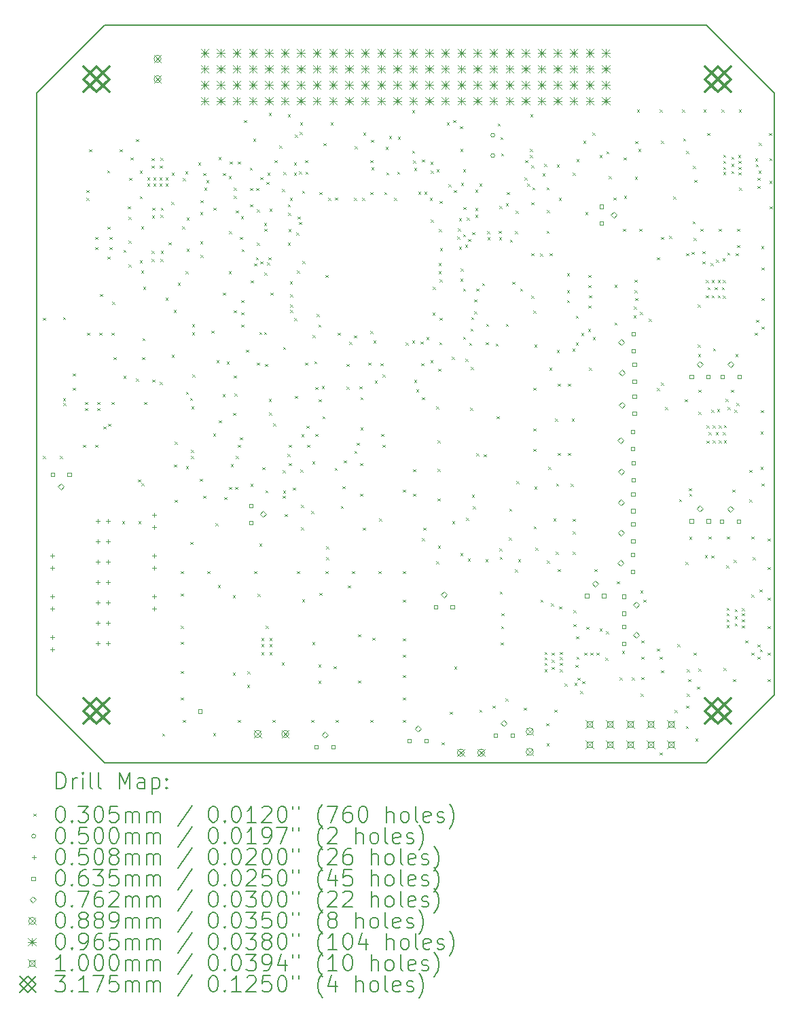
<source format=gbr>
%TF.GenerationSoftware,KiCad,Pcbnew,7.0.7-7.0.7~ubuntu22.04.1*%
%TF.CreationDate,2023-09-14T20:21:52-05:00*%
%TF.ProjectId,PacSat_devRevC_230914,50616353-6174-45f6-9465-76526576435f,0*%
%TF.SameCoordinates,Original*%
%TF.FileFunction,Drillmap*%
%TF.FilePolarity,Positive*%
%FSLAX45Y45*%
G04 Gerber Fmt 4.5, Leading zero omitted, Abs format (unit mm)*
G04 Created by KiCad (PCBNEW 7.0.7-7.0.7~ubuntu22.04.1) date 2023-09-14 20:21:52*
%MOMM*%
%LPD*%
G01*
G04 APERTURE LIST*
%ADD10C,0.150000*%
%ADD11C,0.200000*%
%ADD12C,0.030480*%
%ADD13C,0.050000*%
%ADD14C,0.050800*%
%ADD15C,0.063500*%
%ADD16C,0.076200*%
%ADD17C,0.088900*%
%ADD18C,0.096520*%
%ADD19C,0.100000*%
%ADD20C,0.317500*%
G04 APERTURE END LIST*
D10*
X15000000Y-6650000D02*
X15850000Y-5800000D01*
X15850000Y-15000000D02*
X15000000Y-14150000D01*
X15850000Y-15000000D02*
X23350000Y-15000000D01*
X23350000Y-15000000D02*
X24200000Y-14150000D01*
X24200000Y-14150000D02*
X24200000Y-6650000D01*
X15000000Y-6650000D02*
X15000000Y-14150000D01*
X24200000Y-6650000D02*
X23350000Y-5800000D01*
X15850000Y-5800000D02*
X23350000Y-5800000D01*
D11*
D12*
X15082520Y-9448800D02*
X15113000Y-9479280D01*
X15113000Y-9448800D02*
X15082520Y-9479280D01*
X15082520Y-11170920D02*
X15113000Y-11201400D01*
X15113000Y-11170920D02*
X15082520Y-11201400D01*
X15293340Y-11170920D02*
X15323820Y-11201400D01*
X15323820Y-11170920D02*
X15293340Y-11201400D01*
X15331282Y-9441180D02*
X15361762Y-9471660D01*
X15361762Y-9441180D02*
X15331282Y-9471660D01*
X15331282Y-10454760D02*
X15361762Y-10485240D01*
X15361762Y-10454760D02*
X15331282Y-10485240D01*
X15334760Y-10514760D02*
X15365240Y-10545240D01*
X15365240Y-10514760D02*
X15334760Y-10545240D01*
X15453360Y-10144760D02*
X15483840Y-10175240D01*
X15483840Y-10144760D02*
X15453360Y-10175240D01*
X15453360Y-10322560D02*
X15483840Y-10353040D01*
X15483840Y-10322560D02*
X15453360Y-10353040D01*
X15580360Y-11033760D02*
X15610840Y-11064240D01*
X15610840Y-11033760D02*
X15580360Y-11064240D01*
X15605760Y-10500360D02*
X15636240Y-10530840D01*
X15636240Y-10500360D02*
X15605760Y-10530840D01*
X15605760Y-10576560D02*
X15636240Y-10607040D01*
X15636240Y-10576560D02*
X15605760Y-10607040D01*
X15625689Y-7858954D02*
X15656169Y-7889434D01*
X15656169Y-7858954D02*
X15625689Y-7889434D01*
X15625689Y-7953308D02*
X15656169Y-7983788D01*
X15656169Y-7953308D02*
X15625689Y-7983788D01*
X15631160Y-9636760D02*
X15661640Y-9667240D01*
X15661640Y-9636760D02*
X15631160Y-9667240D01*
X15656560Y-7350760D02*
X15687040Y-7381240D01*
X15687040Y-7350760D02*
X15656560Y-7381240D01*
X15732760Y-8442960D02*
X15763240Y-8473440D01*
X15763240Y-8442960D02*
X15732760Y-8473440D01*
X15732760Y-8569960D02*
X15763240Y-8600440D01*
X15763240Y-8569960D02*
X15732760Y-8600440D01*
X15732760Y-11033760D02*
X15763240Y-11064240D01*
X15763240Y-11033760D02*
X15732760Y-11064240D01*
X15758160Y-10500360D02*
X15788640Y-10530840D01*
X15788640Y-10500360D02*
X15758160Y-10530840D01*
X15758160Y-10576560D02*
X15788640Y-10607040D01*
X15788640Y-10576560D02*
X15758160Y-10607040D01*
X15783560Y-9636760D02*
X15814040Y-9667240D01*
X15814040Y-9636760D02*
X15783560Y-9667240D01*
X15794760Y-9154760D02*
X15825240Y-9185240D01*
X15825240Y-9154760D02*
X15794760Y-9185240D01*
X15834360Y-10805160D02*
X15864840Y-10835640D01*
X15864840Y-10805160D02*
X15834360Y-10835640D01*
X15882348Y-7613711D02*
X15912828Y-7644191D01*
X15912828Y-7613711D02*
X15882348Y-7644191D01*
X15885160Y-8689340D02*
X15915640Y-8719820D01*
X15915640Y-8689340D02*
X15885160Y-8719820D01*
X15887700Y-8315960D02*
X15918180Y-8346440D01*
X15918180Y-8315960D02*
X15887700Y-8346440D01*
X15892780Y-10772140D02*
X15923260Y-10802620D01*
X15923260Y-10772140D02*
X15892780Y-10802620D01*
X15910560Y-8442960D02*
X15941040Y-8473440D01*
X15941040Y-8442960D02*
X15910560Y-8473440D01*
X15910560Y-8569960D02*
X15941040Y-8600440D01*
X15941040Y-8569960D02*
X15910560Y-8600440D01*
X15935960Y-9636760D02*
X15966440Y-9667240D01*
X15966440Y-9636760D02*
X15935960Y-9667240D01*
X15935960Y-10500360D02*
X15966440Y-10530840D01*
X15966440Y-10500360D02*
X15935960Y-10530840D01*
X15944760Y-9251050D02*
X15975240Y-9281530D01*
X15975240Y-9251050D02*
X15944760Y-9281530D01*
X15961360Y-9941560D02*
X15991840Y-9972040D01*
X15991840Y-9941560D02*
X15961360Y-9972040D01*
X16037560Y-7350760D02*
X16068040Y-7381240D01*
X16068040Y-7350760D02*
X16037560Y-7381240D01*
X16068040Y-11983720D02*
X16098520Y-12014200D01*
X16098520Y-11983720D02*
X16068040Y-12014200D01*
X16085820Y-8602980D02*
X16116300Y-8633460D01*
X16116300Y-8602980D02*
X16085820Y-8633460D01*
X16085820Y-10172700D02*
X16116300Y-10203180D01*
X16116300Y-10172700D02*
X16085820Y-10203180D01*
X16139160Y-8061960D02*
X16169640Y-8092440D01*
X16169640Y-8061960D02*
X16139160Y-8092440D01*
X16146780Y-8488680D02*
X16177260Y-8519160D01*
X16177260Y-8488680D02*
X16146780Y-8519160D01*
X16149320Y-8194040D02*
X16179800Y-8224520D01*
X16179800Y-8194040D02*
X16149320Y-8224520D01*
X16149320Y-8785860D02*
X16179800Y-8816340D01*
X16179800Y-8785860D02*
X16149320Y-8816340D01*
X16157340Y-7705960D02*
X16187820Y-7736440D01*
X16187820Y-7705960D02*
X16157340Y-7736440D01*
X16172180Y-7452360D02*
X16202660Y-7482840D01*
X16202660Y-7452360D02*
X16172180Y-7482840D01*
X16240760Y-7223760D02*
X16271240Y-7254240D01*
X16271240Y-7223760D02*
X16240760Y-7254240D01*
X16240760Y-10208260D02*
X16271240Y-10238740D01*
X16271240Y-10208260D02*
X16240760Y-10238740D01*
X16264760Y-11464760D02*
X16295240Y-11495240D01*
X16295240Y-11464760D02*
X16264760Y-11495240D01*
X16271240Y-11986260D02*
X16301720Y-12016740D01*
X16301720Y-11986260D02*
X16271240Y-12016740D01*
X16288970Y-7934960D02*
X16319450Y-7965440D01*
X16319450Y-7934960D02*
X16288970Y-7965440D01*
X16288970Y-8732520D02*
X16319450Y-8763000D01*
X16319450Y-8732520D02*
X16288970Y-8763000D01*
X16289020Y-7614920D02*
X16319500Y-7645400D01*
X16319500Y-7614920D02*
X16289020Y-7645400D01*
X16304260Y-8862060D02*
X16334740Y-8892540D01*
X16334740Y-8862060D02*
X16304260Y-8892540D01*
X16306800Y-8310880D02*
X16337280Y-8341360D01*
X16337280Y-8310880D02*
X16306800Y-8341360D01*
X16311880Y-11511280D02*
X16342360Y-11541760D01*
X16342360Y-11511280D02*
X16311880Y-11541760D01*
X16316960Y-9941560D02*
X16347440Y-9972040D01*
X16347440Y-9941560D02*
X16316960Y-9972040D01*
X16321770Y-9703644D02*
X16352250Y-9734124D01*
X16352250Y-9703644D02*
X16321770Y-9734124D01*
X16332200Y-9062720D02*
X16362680Y-9093200D01*
X16362680Y-9062720D02*
X16332200Y-9093200D01*
X16342360Y-10500360D02*
X16372840Y-10530840D01*
X16372840Y-10500360D02*
X16342360Y-10530840D01*
X16383000Y-7703820D02*
X16413480Y-7734300D01*
X16413480Y-7703820D02*
X16383000Y-7734300D01*
X16383000Y-7780020D02*
X16413480Y-7810500D01*
X16413480Y-7780020D02*
X16383000Y-7810500D01*
X16436340Y-7553960D02*
X16466820Y-7584440D01*
X16466820Y-7553960D02*
X16436340Y-7584440D01*
X16436340Y-8618220D02*
X16466820Y-8648700D01*
X16466820Y-8618220D02*
X16436340Y-8648700D01*
X16436340Y-8717280D02*
X16466820Y-8747760D01*
X16466820Y-8717280D02*
X16436340Y-8747760D01*
X16438880Y-7459980D02*
X16469360Y-7490460D01*
X16469360Y-7459980D02*
X16438880Y-7490460D01*
X16441420Y-8173720D02*
X16471900Y-8204200D01*
X16471900Y-8173720D02*
X16441420Y-8204200D01*
X16443960Y-8079740D02*
X16474440Y-8110220D01*
X16474440Y-8079740D02*
X16443960Y-8110220D01*
X16443960Y-10220960D02*
X16474440Y-10251440D01*
X16474440Y-10220960D02*
X16443960Y-10251440D01*
X16459200Y-7703820D02*
X16489680Y-7734300D01*
X16489680Y-7703820D02*
X16459200Y-7734300D01*
X16459200Y-7780020D02*
X16489680Y-7810500D01*
X16489680Y-7780020D02*
X16459200Y-7810500D01*
X16535400Y-7703820D02*
X16565880Y-7734300D01*
X16565880Y-7703820D02*
X16535400Y-7734300D01*
X16535400Y-7780020D02*
X16565880Y-7810500D01*
X16565880Y-7780020D02*
X16535400Y-7810500D01*
X16537940Y-10251440D02*
X16568420Y-10281920D01*
X16568420Y-10251440D02*
X16537940Y-10281920D01*
X16540480Y-7553960D02*
X16570960Y-7584440D01*
X16570960Y-7553960D02*
X16540480Y-7584440D01*
X16545560Y-7457440D02*
X16576040Y-7487920D01*
X16576040Y-7457440D02*
X16545560Y-7487920D01*
X16545560Y-8166100D02*
X16576040Y-8196580D01*
X16576040Y-8166100D02*
X16545560Y-8196580D01*
X16548100Y-8719820D02*
X16578580Y-8750300D01*
X16578580Y-8719820D02*
X16548100Y-8750300D01*
X16550640Y-8077200D02*
X16581120Y-8107680D01*
X16581120Y-8077200D02*
X16550640Y-8107680D01*
X16550640Y-8618220D02*
X16581120Y-8648700D01*
X16581120Y-8618220D02*
X16550640Y-8648700D01*
X16568420Y-14630400D02*
X16598900Y-14660880D01*
X16598900Y-14630400D02*
X16568420Y-14660880D01*
X16611600Y-7703820D02*
X16642080Y-7734300D01*
X16642080Y-7703820D02*
X16611600Y-7734300D01*
X16611600Y-7780020D02*
X16642080Y-7810500D01*
X16642080Y-7780020D02*
X16611600Y-7810500D01*
X16611600Y-9202420D02*
X16642080Y-9232900D01*
X16642080Y-9202420D02*
X16611600Y-9232900D01*
X16647160Y-8509000D02*
X16677640Y-8539480D01*
X16677640Y-8509000D02*
X16647160Y-8539480D01*
X16680180Y-8008620D02*
X16710660Y-8039100D01*
X16710660Y-8008620D02*
X16680180Y-8039100D01*
X16685260Y-7640320D02*
X16715740Y-7670800D01*
X16715740Y-7640320D02*
X16685260Y-7670800D01*
X16687800Y-9913620D02*
X16718280Y-9944100D01*
X16718280Y-9913620D02*
X16687800Y-9944100D01*
X16710710Y-9351760D02*
X16741190Y-9382240D01*
X16741190Y-9351760D02*
X16710710Y-9382240D01*
X16718280Y-11277600D02*
X16748760Y-11308080D01*
X16748760Y-11277600D02*
X16718280Y-11308080D01*
X16723360Y-10996160D02*
X16753840Y-11026640D01*
X16753840Y-10996160D02*
X16723360Y-11026640D01*
X16723360Y-11720060D02*
X16753840Y-11750540D01*
X16753840Y-11720060D02*
X16723360Y-11750540D01*
X16761460Y-9014460D02*
X16791940Y-9044940D01*
X16791940Y-9014460D02*
X16761460Y-9044940D01*
X16799560Y-12608560D02*
X16830040Y-12639040D01*
X16830040Y-12608560D02*
X16799560Y-12639040D01*
X16799560Y-12887960D02*
X16830040Y-12918440D01*
X16830040Y-12887960D02*
X16799560Y-12918440D01*
X16799560Y-13291820D02*
X16830040Y-13322300D01*
X16830040Y-13291820D02*
X16799560Y-13322300D01*
X16799560Y-13487633D02*
X16830040Y-13518113D01*
X16830040Y-13487633D02*
X16799560Y-13518113D01*
X16799560Y-13853160D02*
X16830040Y-13883640D01*
X16830040Y-13853160D02*
X16799560Y-13883640D01*
X16799560Y-14183360D02*
X16830040Y-14213840D01*
X16830040Y-14183360D02*
X16799560Y-14213840D01*
X16819880Y-8313420D02*
X16850360Y-8343900D01*
X16850360Y-8313420D02*
X16819880Y-8343900D01*
X16824960Y-7711440D02*
X16855440Y-7741920D01*
X16855440Y-7711440D02*
X16824960Y-7741920D01*
X16824960Y-14462760D02*
X16855440Y-14493240D01*
X16855440Y-14462760D02*
X16824960Y-14493240D01*
X16855440Y-7627620D02*
X16885920Y-7658100D01*
X16885920Y-7627620D02*
X16855440Y-7658100D01*
X16860520Y-8872220D02*
X16891000Y-8902700D01*
X16891000Y-8872220D02*
X16860520Y-8902700D01*
X16865442Y-10373049D02*
X16895922Y-10403529D01*
X16895922Y-10373049D02*
X16865442Y-10403529D01*
X16865600Y-11297920D02*
X16896080Y-11328400D01*
X16896080Y-11297920D02*
X16865600Y-11328400D01*
X16873220Y-8199120D02*
X16903700Y-8229600D01*
X16903700Y-8199120D02*
X16873220Y-8229600D01*
X16873220Y-8592820D02*
X16903700Y-8623300D01*
X16903700Y-8592820D02*
X16873220Y-8623300D01*
X16913860Y-10450060D02*
X16944340Y-10480540D01*
X16944340Y-10450060D02*
X16913860Y-10480540D01*
X16921480Y-12245340D02*
X16951960Y-12275820D01*
X16951960Y-12245340D02*
X16921480Y-12275820D01*
X16926560Y-11097760D02*
X16957040Y-11128240D01*
X16957040Y-11097760D02*
X16926560Y-11128240D01*
X16926560Y-11173960D02*
X16957040Y-11204440D01*
X16957040Y-11173960D02*
X16926560Y-11204440D01*
X16931260Y-10554080D02*
X16961740Y-10584560D01*
X16961740Y-10554080D02*
X16931260Y-10584560D01*
X16941800Y-9532620D02*
X16972280Y-9563100D01*
X16972280Y-9532620D02*
X16941800Y-9563100D01*
X16941800Y-9634220D02*
X16972280Y-9664700D01*
X16972280Y-9634220D02*
X16941800Y-9664700D01*
X16946880Y-10154920D02*
X16977360Y-10185400D01*
X16977360Y-10154920D02*
X16946880Y-10185400D01*
X17015460Y-7515288D02*
X17045940Y-7545768D01*
X17045940Y-7515288D02*
X17015460Y-7545768D01*
X17035780Y-11457940D02*
X17066260Y-11488420D01*
X17066260Y-11457940D02*
X17035780Y-11488420D01*
X17043400Y-8135620D02*
X17073880Y-8166100D01*
X17073880Y-8135620D02*
X17043400Y-8166100D01*
X17043400Y-8498840D02*
X17073880Y-8529320D01*
X17073880Y-8498840D02*
X17043400Y-8529320D01*
X17045940Y-7985710D02*
X17076420Y-8016190D01*
X17076420Y-7985710D02*
X17045940Y-8016190D01*
X17048480Y-8669020D02*
X17078960Y-8699500D01*
X17078960Y-8669020D02*
X17048480Y-8699500D01*
X17078960Y-7645400D02*
X17109440Y-7675880D01*
X17109440Y-7645400D02*
X17078960Y-7675880D01*
X17078960Y-11668760D02*
X17109440Y-11699240D01*
X17109440Y-11668760D02*
X17078960Y-11699240D01*
X17091660Y-7830820D02*
X17122140Y-7861300D01*
X17122140Y-7830820D02*
X17091660Y-7861300D01*
X17117060Y-7734300D02*
X17147540Y-7764780D01*
X17147540Y-7734300D02*
X17117060Y-7764780D01*
X17129760Y-12608560D02*
X17160240Y-12639040D01*
X17160240Y-12608560D02*
X17129760Y-12639040D01*
X17180560Y-9611360D02*
X17211040Y-9641840D01*
X17211040Y-9611360D02*
X17180560Y-9641840D01*
X17203420Y-10891520D02*
X17233900Y-10922000D01*
X17233900Y-10891520D02*
X17203420Y-10922000D01*
X17203420Y-14625320D02*
X17233900Y-14655800D01*
X17233900Y-14625320D02*
X17203420Y-14655800D01*
X17208500Y-8077200D02*
X17238980Y-8107680D01*
X17238980Y-8077200D02*
X17208500Y-8107680D01*
X17231360Y-12011660D02*
X17261840Y-12042140D01*
X17261840Y-12011660D02*
X17231360Y-12042140D01*
X17246600Y-9977120D02*
X17277080Y-10007600D01*
X17277080Y-9977120D02*
X17246600Y-10007600D01*
X17261840Y-12781280D02*
X17292320Y-12811760D01*
X17292320Y-12781280D02*
X17261840Y-12811760D01*
X17272000Y-7449820D02*
X17302480Y-7480300D01*
X17302480Y-7449820D02*
X17272000Y-7480300D01*
X17277080Y-10728960D02*
X17307560Y-10759440D01*
X17307560Y-10728960D02*
X17277080Y-10759440D01*
X17322800Y-10403840D02*
X17353280Y-10434320D01*
X17353280Y-10403840D02*
X17322800Y-10434320D01*
X17327880Y-7645400D02*
X17358360Y-7675880D01*
X17358360Y-7645400D02*
X17327880Y-7675880D01*
X17327880Y-9136380D02*
X17358360Y-9166860D01*
X17358360Y-9136380D02*
X17327880Y-9166860D01*
X17340580Y-11684000D02*
X17371060Y-11714480D01*
X17371060Y-11684000D02*
X17340580Y-11714480D01*
X17371060Y-9997440D02*
X17401540Y-10027920D01*
X17401540Y-9997440D02*
X17371060Y-10027920D01*
X17399000Y-7683500D02*
X17429480Y-7713980D01*
X17429480Y-7683500D02*
X17399000Y-7713980D01*
X17399000Y-8872220D02*
X17429480Y-8902700D01*
X17429480Y-8872220D02*
X17399000Y-8902700D01*
X17404080Y-8369300D02*
X17434560Y-8399780D01*
X17434560Y-8369300D02*
X17404080Y-8399780D01*
X17404080Y-11557000D02*
X17434560Y-11587480D01*
X17434560Y-11557000D02*
X17404080Y-11587480D01*
X17409160Y-7503160D02*
X17439640Y-7533640D01*
X17439640Y-7503160D02*
X17409160Y-7533640D01*
X17421860Y-11275560D02*
X17452340Y-11306040D01*
X17452340Y-11275560D02*
X17421860Y-11306040D01*
X17449800Y-12910820D02*
X17480280Y-12941300D01*
X17480280Y-12910820D02*
X17449800Y-12941300D01*
X17449800Y-13876020D02*
X17480280Y-13906500D01*
X17480280Y-13876020D02*
X17449800Y-13906500D01*
X17452796Y-10635845D02*
X17483276Y-10666325D01*
X17483276Y-10635845D02*
X17452796Y-10666325D01*
X17459960Y-7830820D02*
X17490440Y-7861300D01*
X17490440Y-7830820D02*
X17459960Y-7861300D01*
X17459960Y-7932420D02*
X17490440Y-7962900D01*
X17490440Y-7932420D02*
X17459960Y-7962900D01*
X17459960Y-9357360D02*
X17490440Y-9387840D01*
X17490440Y-9357360D02*
X17459960Y-9387840D01*
X17459960Y-10170160D02*
X17490440Y-10200640D01*
X17490440Y-10170160D02*
X17459960Y-10200640D01*
X17471710Y-10392660D02*
X17502190Y-10423140D01*
X17502190Y-10392660D02*
X17471710Y-10423140D01*
X17480280Y-11557000D02*
X17510760Y-11587480D01*
X17510760Y-11557000D02*
X17480280Y-11587480D01*
X17485360Y-8112760D02*
X17515840Y-8143240D01*
X17515840Y-8112760D02*
X17485360Y-8143240D01*
X17487900Y-11170920D02*
X17518380Y-11201400D01*
X17518380Y-11170920D02*
X17487900Y-11201400D01*
X17510760Y-7503160D02*
X17541240Y-7533640D01*
X17541240Y-7503160D02*
X17510760Y-7533640D01*
X17510760Y-11033760D02*
X17541240Y-11064240D01*
X17541240Y-11033760D02*
X17510760Y-11064240D01*
X17510760Y-14462760D02*
X17541240Y-14493240D01*
X17541240Y-14462760D02*
X17510760Y-14493240D01*
X17536160Y-8442960D02*
X17566640Y-8473440D01*
X17566640Y-8442960D02*
X17536160Y-8473440D01*
X17536398Y-10939730D02*
X17566878Y-10970210D01*
X17566878Y-10939730D02*
X17536398Y-10970210D01*
X17548860Y-8186420D02*
X17579340Y-8216900D01*
X17579340Y-8186420D02*
X17548860Y-8216900D01*
X17553940Y-9230360D02*
X17584420Y-9260840D01*
X17584420Y-9230360D02*
X17553940Y-9260840D01*
X17553940Y-9535160D02*
X17584420Y-9565640D01*
X17584420Y-9535160D02*
X17553940Y-9565640D01*
X17556480Y-9382760D02*
X17586960Y-9413240D01*
X17586960Y-9382760D02*
X17556480Y-9413240D01*
X17559070Y-8595360D02*
X17589550Y-8625840D01*
X17589550Y-8595360D02*
X17559070Y-8625840D01*
X17586960Y-6985000D02*
X17617440Y-7015480D01*
X17617440Y-6985000D02*
X17586960Y-7015480D01*
X17611410Y-9846560D02*
X17641890Y-9877040D01*
X17641890Y-9846560D02*
X17611410Y-9877040D01*
X17627600Y-14028420D02*
X17658080Y-14058900D01*
X17658080Y-14028420D02*
X17627600Y-14058900D01*
X17632900Y-13855920D02*
X17663380Y-13886400D01*
X17663380Y-13855920D02*
X17632900Y-13886400D01*
X17660620Y-7579360D02*
X17691100Y-7609840D01*
X17691100Y-7579360D02*
X17660620Y-7609840D01*
X17663160Y-7833360D02*
X17693640Y-7863840D01*
X17693640Y-7833360D02*
X17663160Y-7863840D01*
X17663160Y-8036560D02*
X17693640Y-8067040D01*
X17693640Y-8036560D02*
X17663160Y-8067040D01*
X17666865Y-11519939D02*
X17697345Y-11550419D01*
X17697345Y-11519939D02*
X17666865Y-11550419D01*
X17670780Y-8983980D02*
X17701260Y-9014460D01*
X17701260Y-8983980D02*
X17670780Y-9014460D01*
X17703800Y-7221220D02*
X17734280Y-7251700D01*
X17734280Y-7221220D02*
X17703800Y-7251700D01*
X17713960Y-8773160D02*
X17744440Y-8803640D01*
X17744440Y-8773160D02*
X17713960Y-8803640D01*
X17713960Y-12608560D02*
X17744440Y-12639040D01*
X17744440Y-12608560D02*
X17713960Y-12639040D01*
X17736562Y-8694772D02*
X17767042Y-8725252D01*
X17767042Y-8694772D02*
X17736562Y-8725252D01*
X17739360Y-7833360D02*
X17769840Y-7863840D01*
X17769840Y-7833360D02*
X17739360Y-7863840D01*
X17746980Y-8100060D02*
X17777460Y-8130540D01*
X17777460Y-8100060D02*
X17746980Y-8130540D01*
X17749520Y-8514080D02*
X17780000Y-8544560D01*
X17780000Y-8514080D02*
X17749520Y-8544560D01*
X17749520Y-10007600D02*
X17780000Y-10038080D01*
X17780000Y-10007600D02*
X17749520Y-10038080D01*
X17759900Y-12890720D02*
X17790380Y-12921200D01*
X17790380Y-12890720D02*
X17759900Y-12921200D01*
X17777460Y-12265660D02*
X17807940Y-12296140D01*
X17807940Y-12265660D02*
X17777460Y-12296140D01*
X17780000Y-9626600D02*
X17810480Y-9657080D01*
X17810480Y-9626600D02*
X17780000Y-9657080D01*
X17790160Y-8747760D02*
X17820640Y-8778240D01*
X17820640Y-8747760D02*
X17790160Y-8778240D01*
X17792700Y-7696200D02*
X17823180Y-7726680D01*
X17823180Y-7696200D02*
X17792700Y-7726680D01*
X17805400Y-13444220D02*
X17835880Y-13474700D01*
X17835880Y-13444220D02*
X17805400Y-13474700D01*
X17805400Y-13520420D02*
X17835880Y-13550900D01*
X17835880Y-13520420D02*
X17805400Y-13550900D01*
X17805400Y-13622020D02*
X17835880Y-13652500D01*
X17835880Y-13622020D02*
X17805400Y-13652500D01*
X17815560Y-11313160D02*
X17846040Y-11343640D01*
X17846040Y-11313160D02*
X17815560Y-11343640D01*
X17838310Y-9626490D02*
X17868790Y-9656970D01*
X17868790Y-9626490D02*
X17838310Y-9656970D01*
X17838420Y-8270240D02*
X17868900Y-8300720D01*
X17868900Y-8270240D02*
X17838420Y-8300720D01*
X17840960Y-8341360D02*
X17871440Y-8371840D01*
X17871440Y-8341360D02*
X17840960Y-8371840D01*
X17843390Y-8887460D02*
X17873870Y-8917940D01*
X17873870Y-8887460D02*
X17843390Y-8917940D01*
X17852710Y-10024360D02*
X17883190Y-10054840D01*
X17883190Y-10024360D02*
X17852710Y-10054840D01*
X17856200Y-11600180D02*
X17886680Y-11630660D01*
X17886680Y-11600180D02*
X17856200Y-11630660D01*
X17858600Y-13290520D02*
X17889080Y-13321000D01*
X17889080Y-13290520D02*
X17858600Y-13321000D01*
X17866360Y-7757160D02*
X17896840Y-7787640D01*
X17896840Y-7757160D02*
X17866360Y-7787640D01*
X17878301Y-8761563D02*
X17908781Y-8792043D01*
X17908781Y-8761563D02*
X17878301Y-8792043D01*
X17881600Y-7642860D02*
X17912080Y-7673340D01*
X17912080Y-7642860D02*
X17881600Y-7673340D01*
X17891760Y-8696960D02*
X17922240Y-8727440D01*
X17922240Y-8696960D02*
X17891760Y-8727440D01*
X17896840Y-6898640D02*
X17927320Y-6929120D01*
X17927320Y-6898640D02*
X17896840Y-6929120D01*
X17896840Y-10462260D02*
X17927320Y-10492740D01*
X17927320Y-10462260D02*
X17896840Y-10492740D01*
X17901920Y-10632440D02*
X17932400Y-10662920D01*
X17932400Y-10632440D02*
X17901920Y-10662920D01*
X17904460Y-8089900D02*
X17934940Y-8120380D01*
X17934940Y-8089900D02*
X17904460Y-8120380D01*
X17907000Y-13444220D02*
X17937480Y-13474700D01*
X17937480Y-13444220D02*
X17907000Y-13474700D01*
X17907000Y-13520420D02*
X17937480Y-13550900D01*
X17937480Y-13520420D02*
X17907000Y-13550900D01*
X17907000Y-13622020D02*
X17937480Y-13652500D01*
X17937480Y-13622020D02*
X17907000Y-13652500D01*
X17919700Y-9136380D02*
X17950180Y-9166860D01*
X17950180Y-9136380D02*
X17919700Y-9166860D01*
X17942560Y-14462760D02*
X17973040Y-14493240D01*
X17973040Y-14462760D02*
X17942560Y-14493240D01*
X17952720Y-10767060D02*
X17983200Y-10797540D01*
X17983200Y-10767060D02*
X17952720Y-10797540D01*
X17970500Y-7485380D02*
X18000980Y-7515860D01*
X18000980Y-7485380D02*
X17970500Y-7515860D01*
X18028920Y-7305040D02*
X18059400Y-7335520D01*
X18059400Y-7305040D02*
X18028920Y-7335520D01*
X18059400Y-13749020D02*
X18089880Y-13779500D01*
X18089880Y-13749020D02*
X18059400Y-13779500D01*
X18064480Y-7843520D02*
X18094960Y-7874000D01*
X18094960Y-7843520D02*
X18064480Y-7874000D01*
X18069560Y-11351260D02*
X18100040Y-11381740D01*
X18100040Y-11351260D02*
X18069560Y-11381740D01*
X18069560Y-11668760D02*
X18100040Y-11699240D01*
X18100040Y-11668760D02*
X18069560Y-11699240D01*
X18074760Y-9814760D02*
X18105240Y-9845240D01*
X18105240Y-9814760D02*
X18074760Y-9845240D01*
X18076050Y-11605260D02*
X18106530Y-11635740D01*
X18106530Y-11605260D02*
X18076050Y-11635740D01*
X18077180Y-7632700D02*
X18107660Y-7663180D01*
X18107660Y-7632700D02*
X18077180Y-7663180D01*
X18094960Y-11897360D02*
X18125440Y-11927840D01*
X18125440Y-11897360D02*
X18094960Y-11927840D01*
X18130520Y-11145520D02*
X18161000Y-11176000D01*
X18161000Y-11145520D02*
X18130520Y-11176000D01*
X18133060Y-8516620D02*
X18163540Y-8547100D01*
X18163540Y-8516620D02*
X18133060Y-8547100D01*
X18135600Y-6916420D02*
X18166080Y-6946900D01*
X18166080Y-6916420D02*
X18135600Y-6946900D01*
X18135622Y-8034373D02*
X18166102Y-8064853D01*
X18166102Y-8034373D02*
X18135622Y-8064853D01*
X18138140Y-8140700D02*
X18168620Y-8171180D01*
X18168620Y-8140700D02*
X18138140Y-8171180D01*
X18143220Y-8343900D02*
X18173700Y-8374380D01*
X18173700Y-8343900D02*
X18143220Y-8374380D01*
X18145760Y-11033760D02*
X18176240Y-11064240D01*
X18176240Y-11033760D02*
X18145760Y-11064240D01*
X18145760Y-11262360D02*
X18176240Y-11292840D01*
X18176240Y-11262360D02*
X18145760Y-11292840D01*
X18161000Y-7957820D02*
X18191480Y-7988300D01*
X18191480Y-7957820D02*
X18161000Y-7988300D01*
X18161000Y-8999220D02*
X18191480Y-9029700D01*
X18191480Y-8999220D02*
X18161000Y-9029700D01*
X18164760Y-9157760D02*
X18195240Y-9188240D01*
X18195240Y-9157760D02*
X18164760Y-9188240D01*
X18164760Y-9284760D02*
X18195240Y-9315240D01*
X18195240Y-9284760D02*
X18164760Y-9315240D01*
X18164760Y-9354760D02*
X18195240Y-9385240D01*
X18195240Y-9354760D02*
X18164760Y-9385240D01*
X18196560Y-11567160D02*
X18227040Y-11597640D01*
X18227040Y-11567160D02*
X18196560Y-11597640D01*
X18209210Y-7515810D02*
X18239690Y-7546290D01*
X18239690Y-7515810D02*
X18209210Y-7546290D01*
X18210490Y-7641588D02*
X18240970Y-7672068D01*
X18240970Y-7641588D02*
X18210490Y-7672068D01*
X18216880Y-9456420D02*
X18247360Y-9486900D01*
X18247360Y-9456420D02*
X18216880Y-9486900D01*
X18221397Y-7170637D02*
X18251877Y-7201117D01*
X18251877Y-7170637D02*
X18221397Y-7201117D01*
X18221960Y-10424160D02*
X18252440Y-10454640D01*
X18252440Y-10424160D02*
X18221960Y-10454640D01*
X18242280Y-8387080D02*
X18272760Y-8417560D01*
X18272760Y-8387080D02*
X18242280Y-8417560D01*
X18247360Y-12608560D02*
X18277840Y-12639040D01*
X18277840Y-12608560D02*
X18247360Y-12639040D01*
X18249900Y-8862060D02*
X18280380Y-8892540D01*
X18280380Y-8862060D02*
X18249900Y-8892540D01*
X18257520Y-8188960D02*
X18288000Y-8219440D01*
X18288000Y-8188960D02*
X18257520Y-8219440D01*
X18272760Y-8255000D02*
X18303240Y-8285480D01*
X18303240Y-8255000D02*
X18272760Y-8285480D01*
X18274394Y-7625128D02*
X18304874Y-7655608D01*
X18304874Y-7625128D02*
X18274394Y-7655608D01*
X18284760Y-7134760D02*
X18315240Y-7165240D01*
X18315240Y-7134760D02*
X18284760Y-7165240D01*
X18288000Y-7018020D02*
X18318480Y-7048500D01*
X18318480Y-7018020D02*
X18288000Y-7048500D01*
X18293080Y-11343640D02*
X18323560Y-11374120D01*
X18323560Y-11343640D02*
X18293080Y-11374120D01*
X18298160Y-11783060D02*
X18328640Y-11813540D01*
X18328640Y-11783060D02*
X18298160Y-11813540D01*
X18298160Y-12059920D02*
X18328640Y-12090400D01*
X18328640Y-12059920D02*
X18298160Y-12090400D01*
X18303240Y-10903048D02*
X18333720Y-10933528D01*
X18333720Y-10903048D02*
X18303240Y-10933528D01*
X18310860Y-7866380D02*
X18341340Y-7896860D01*
X18341340Y-7866380D02*
X18310860Y-7896860D01*
X18313400Y-12961620D02*
X18343880Y-12992100D01*
X18343880Y-12961620D02*
X18313400Y-12992100D01*
X18315940Y-8745170D02*
X18346420Y-8775650D01*
X18346420Y-8745170D02*
X18315940Y-8775650D01*
X18348699Y-7485330D02*
X18379179Y-7515810D01*
X18379179Y-7485330D02*
X18348699Y-7515810D01*
X18351500Y-10010140D02*
X18381980Y-10040620D01*
X18381980Y-10010140D02*
X18351500Y-10040620D01*
X18352811Y-7628417D02*
X18383291Y-7658897D01*
X18383291Y-7628417D02*
X18352811Y-7658897D01*
X18369280Y-10797540D02*
X18399760Y-10828020D01*
X18399760Y-10797540D02*
X18369280Y-10828020D01*
X18374360Y-11033760D02*
X18404840Y-11064240D01*
X18404840Y-11033760D02*
X18374360Y-11064240D01*
X18425160Y-14462760D02*
X18455640Y-14493240D01*
X18455640Y-14462760D02*
X18425160Y-14493240D01*
X18427700Y-11859260D02*
X18458180Y-11889740D01*
X18458180Y-11859260D02*
X18427700Y-11889740D01*
X18440400Y-11242040D02*
X18470880Y-11272520D01*
X18470880Y-11242040D02*
X18440400Y-11272520D01*
X18440400Y-13495020D02*
X18470880Y-13525500D01*
X18470880Y-13495020D02*
X18440400Y-13525500D01*
X18444760Y-9664760D02*
X18475240Y-9695240D01*
X18475240Y-9664760D02*
X18444760Y-9695240D01*
X18463260Y-9992360D02*
X18493740Y-10022840D01*
X18493740Y-9992360D02*
X18463260Y-10022840D01*
X18475960Y-10312400D02*
X18506440Y-10342880D01*
X18506440Y-10312400D02*
X18475960Y-10342880D01*
X18475960Y-10899140D02*
X18506440Y-10929620D01*
X18506440Y-10899140D02*
X18475960Y-10929620D01*
X18494760Y-9404760D02*
X18525240Y-9435240D01*
X18525240Y-9404760D02*
X18494760Y-9435240D01*
X18514760Y-9534760D02*
X18545240Y-9565240D01*
X18545240Y-9534760D02*
X18514760Y-9565240D01*
X18516600Y-13774420D02*
X18547080Y-13804900D01*
X18547080Y-13774420D02*
X18516600Y-13804900D01*
X18516600Y-13977620D02*
X18547080Y-14008100D01*
X18547080Y-13977620D02*
X18516600Y-14008100D01*
X18521680Y-10464800D02*
X18552160Y-10495280D01*
X18552160Y-10464800D02*
X18521680Y-10495280D01*
X18526760Y-7884160D02*
X18557240Y-7914640D01*
X18557240Y-7884160D02*
X18526760Y-7914640D01*
X18526760Y-12877800D02*
X18557240Y-12908280D01*
X18557240Y-12877800D02*
X18526760Y-12908280D01*
X18557240Y-10302190D02*
X18587720Y-10332670D01*
X18587720Y-10302190D02*
X18557240Y-10332670D01*
X18564860Y-10678160D02*
X18595340Y-10708640D01*
X18595340Y-10678160D02*
X18564860Y-10708640D01*
X18577560Y-7274560D02*
X18608040Y-7305040D01*
X18608040Y-7274560D02*
X18577560Y-7305040D01*
X18602960Y-12608560D02*
X18633440Y-12639040D01*
X18633440Y-12608560D02*
X18602960Y-12639040D01*
X18604760Y-8917540D02*
X18635240Y-8948020D01*
X18635240Y-8917540D02*
X18604760Y-8948020D01*
X18610746Y-12433691D02*
X18641226Y-12464171D01*
X18641226Y-12433691D02*
X18610746Y-12464171D01*
X18612710Y-12298680D02*
X18643190Y-12329160D01*
X18643190Y-12298680D02*
X18612710Y-12329160D01*
X18635980Y-7955280D02*
X18666460Y-7985760D01*
X18666460Y-7955280D02*
X18635980Y-7985760D01*
X18669000Y-7018020D02*
X18699480Y-7048500D01*
X18699480Y-7018020D02*
X18669000Y-7048500D01*
X18705810Y-13793560D02*
X18736290Y-13824040D01*
X18736290Y-13793560D02*
X18705810Y-13824040D01*
X18717310Y-11321960D02*
X18747790Y-11352440D01*
X18747790Y-11321960D02*
X18717310Y-11352440D01*
X18724880Y-7950200D02*
X18755360Y-7980680D01*
X18755360Y-7950200D02*
X18724880Y-7980680D01*
X18729960Y-14462760D02*
X18760440Y-14493240D01*
X18760440Y-14462760D02*
X18729960Y-14493240D01*
X18754760Y-9634760D02*
X18785240Y-9665240D01*
X18785240Y-9634760D02*
X18754760Y-9665240D01*
X18793460Y-11795760D02*
X18823940Y-11826240D01*
X18823940Y-11795760D02*
X18793460Y-11826240D01*
X18813780Y-11549380D02*
X18844260Y-11579860D01*
X18844260Y-11549380D02*
X18813780Y-11579860D01*
X18831610Y-11226800D02*
X18862090Y-11257280D01*
X18862090Y-11226800D02*
X18831610Y-11257280D01*
X18864580Y-10307320D02*
X18895060Y-10337800D01*
X18895060Y-10307320D02*
X18864580Y-10337800D01*
X18867120Y-10024410D02*
X18897600Y-10054890D01*
X18897600Y-10024410D02*
X18867120Y-10054890D01*
X18884760Y-12784760D02*
X18915240Y-12815240D01*
X18915240Y-12784760D02*
X18884760Y-12815240D01*
X18902680Y-9751060D02*
X18933160Y-9781540D01*
X18933160Y-9751060D02*
X18902680Y-9781540D01*
X18933160Y-12608560D02*
X18963640Y-12639040D01*
X18963640Y-12608560D02*
X18933160Y-12639040D01*
X18961100Y-7955280D02*
X18991580Y-7985760D01*
X18991580Y-7955280D02*
X18961100Y-7985760D01*
X18961100Y-9669780D02*
X18991580Y-9700260D01*
X18991580Y-9669780D02*
X18961100Y-9700260D01*
X18963640Y-11109960D02*
X18994120Y-11140440D01*
X18994120Y-11109960D02*
X18963640Y-11140440D01*
X18969710Y-7312816D02*
X19000190Y-7343296D01*
X19000190Y-7312816D02*
X18969710Y-7343296D01*
X18994120Y-11008360D02*
X19024600Y-11038840D01*
X19024600Y-11008360D02*
X18994120Y-11038840D01*
X19009360Y-13395960D02*
X19039840Y-13426440D01*
X19039840Y-13395960D02*
X19009360Y-13426440D01*
X19010610Y-13971360D02*
X19041090Y-14001840D01*
X19041090Y-13971360D02*
X19010610Y-14001840D01*
X19027140Y-10304780D02*
X19057620Y-10335260D01*
X19057620Y-10304780D02*
X19027140Y-10335260D01*
X19034760Y-11262360D02*
X19065240Y-11292840D01*
X19065240Y-11262360D02*
X19034760Y-11292840D01*
X19034760Y-11643360D02*
X19065240Y-11673840D01*
X19065240Y-11643360D02*
X19034760Y-11673840D01*
X19039840Y-10439400D02*
X19070320Y-10469880D01*
X19070320Y-10439400D02*
X19039840Y-10469880D01*
X19039840Y-10815320D02*
X19070320Y-10845800D01*
X19070320Y-10815320D02*
X19039840Y-10845800D01*
X19060560Y-7954880D02*
X19091040Y-7985360D01*
X19091040Y-7954880D02*
X19060560Y-7985360D01*
X19070320Y-12065000D02*
X19100800Y-12095480D01*
X19100800Y-12065000D02*
X19070320Y-12095480D01*
X19074760Y-7144970D02*
X19105240Y-7175450D01*
X19105240Y-7144970D02*
X19074760Y-7175450D01*
X19138900Y-10007600D02*
X19169380Y-10038080D01*
X19169380Y-10007600D02*
X19138900Y-10038080D01*
X19161710Y-7485330D02*
X19192190Y-7515810D01*
X19192190Y-7485330D02*
X19161710Y-7515810D01*
X19161760Y-7884160D02*
X19192240Y-7914640D01*
X19192240Y-7884160D02*
X19161760Y-7914640D01*
X19161760Y-14462760D02*
X19192240Y-14493240D01*
X19192240Y-14462760D02*
X19161760Y-14493240D01*
X19164760Y-9614760D02*
X19195240Y-9645240D01*
X19195240Y-9614760D02*
X19164760Y-9645240D01*
X19171920Y-7231380D02*
X19202400Y-7261860D01*
X19202400Y-7231380D02*
X19171920Y-7261860D01*
X19177050Y-7576870D02*
X19207530Y-7607350D01*
X19207530Y-7576870D02*
X19177050Y-7607350D01*
X19188410Y-13437960D02*
X19218890Y-13468440D01*
X19218890Y-13437960D02*
X19188410Y-13468440D01*
X19202400Y-9735820D02*
X19232880Y-9766300D01*
X19232880Y-9735820D02*
X19202400Y-9766300D01*
X19217640Y-10231120D02*
X19248120Y-10261600D01*
X19248120Y-10231120D02*
X19217640Y-10261600D01*
X19263360Y-12608560D02*
X19293840Y-12639040D01*
X19293840Y-12608560D02*
X19263360Y-12639040D01*
X19270980Y-11950700D02*
X19301460Y-11981180D01*
X19301460Y-11950700D02*
X19270980Y-11981180D01*
X19288760Y-10017760D02*
X19319240Y-10048240D01*
X19319240Y-10017760D02*
X19288760Y-10048240D01*
X19298920Y-10899140D02*
X19329400Y-10929620D01*
X19329400Y-10899140D02*
X19298920Y-10929620D01*
X19314160Y-10157460D02*
X19344640Y-10187940D01*
X19344640Y-10157460D02*
X19314160Y-10187940D01*
X19314160Y-11033760D02*
X19344640Y-11064240D01*
X19344640Y-11033760D02*
X19314160Y-11064240D01*
X19334760Y-7884760D02*
X19365240Y-7915240D01*
X19365240Y-7884760D02*
X19334760Y-7915240D01*
X19354800Y-7322820D02*
X19385280Y-7353300D01*
X19385280Y-7322820D02*
X19354800Y-7353300D01*
X19362420Y-7637780D02*
X19392900Y-7668260D01*
X19392900Y-7637780D02*
X19362420Y-7668260D01*
X19394760Y-7184760D02*
X19425240Y-7215240D01*
X19425240Y-7184760D02*
X19394760Y-7215240D01*
X19461480Y-7955280D02*
X19491960Y-7985760D01*
X19491960Y-7955280D02*
X19461480Y-7985760D01*
X19497040Y-7630160D02*
X19527520Y-7660640D01*
X19527520Y-7630160D02*
X19497040Y-7660640D01*
X19507200Y-7195820D02*
X19537680Y-7226300D01*
X19537680Y-7195820D02*
X19507200Y-7226300D01*
X19568160Y-11592560D02*
X19598640Y-11623040D01*
X19598640Y-11592560D02*
X19568160Y-11623040D01*
X19568160Y-12608560D02*
X19598640Y-12639040D01*
X19598640Y-12608560D02*
X19568160Y-12639040D01*
X19568160Y-12964160D02*
X19598640Y-12994640D01*
X19598640Y-12964160D02*
X19568160Y-12994640D01*
X19568160Y-13446760D02*
X19598640Y-13477240D01*
X19598640Y-13446760D02*
X19568160Y-13477240D01*
X19568160Y-13649960D02*
X19598640Y-13680440D01*
X19598640Y-13649960D02*
X19568160Y-13680440D01*
X19568160Y-13903960D02*
X19598640Y-13934440D01*
X19598640Y-13903960D02*
X19568160Y-13934440D01*
X19568160Y-14183360D02*
X19598640Y-14213840D01*
X19598640Y-14183360D02*
X19568160Y-14213840D01*
X19568160Y-14462760D02*
X19598640Y-14493240D01*
X19598640Y-14462760D02*
X19568160Y-14493240D01*
X19604730Y-9756690D02*
X19635210Y-9787170D01*
X19635210Y-9756690D02*
X19604730Y-9787170D01*
X19685000Y-6865620D02*
X19715480Y-6896100D01*
X19715480Y-6865620D02*
X19685000Y-6896100D01*
X19685000Y-7366000D02*
X19715480Y-7396480D01*
X19715480Y-7366000D02*
X19685000Y-7396480D01*
X19685000Y-9735820D02*
X19715480Y-9766300D01*
X19715480Y-9735820D02*
X19685000Y-9766300D01*
X19695160Y-7487407D02*
X19725640Y-7517887D01*
X19725640Y-7487407D02*
X19695160Y-7517887D01*
X19695160Y-11338560D02*
X19725640Y-11369040D01*
X19725640Y-11338560D02*
X19695160Y-11369040D01*
X19695160Y-11643360D02*
X19725640Y-11673840D01*
X19725640Y-11643360D02*
X19695160Y-11673840D01*
X19710400Y-10226040D02*
X19740880Y-10256520D01*
X19740880Y-10226040D02*
X19710400Y-10256520D01*
X19710560Y-7581850D02*
X19741040Y-7612330D01*
X19741040Y-7581850D02*
X19710560Y-7612330D01*
X19734760Y-10344760D02*
X19765240Y-10375240D01*
X19765240Y-10344760D02*
X19734760Y-10375240D01*
X19761200Y-7881620D02*
X19791680Y-7912100D01*
X19791680Y-7881620D02*
X19761200Y-7912100D01*
X19791680Y-9745980D02*
X19822160Y-9776460D01*
X19822160Y-9745980D02*
X19791680Y-9776460D01*
X19796760Y-10017760D02*
X19827240Y-10048240D01*
X19827240Y-10017760D02*
X19796760Y-10048240D01*
X19806920Y-7475850D02*
X19837400Y-7506330D01*
X19837400Y-7475850D02*
X19806920Y-7506330D01*
X19806920Y-10439400D02*
X19837400Y-10469880D01*
X19837400Y-10439400D02*
X19806920Y-10469880D01*
X19806920Y-12197080D02*
X19837400Y-12227560D01*
X19837400Y-12197080D02*
X19806920Y-12227560D01*
X19822160Y-12067540D02*
X19852640Y-12098020D01*
X19852640Y-12067540D02*
X19822160Y-12098020D01*
X19837400Y-7881620D02*
X19867880Y-7912100D01*
X19867880Y-7881620D02*
X19837400Y-7912100D01*
X19861794Y-9688880D02*
X19892274Y-9719360D01*
X19892274Y-9688880D02*
X19861794Y-9719360D01*
X19903440Y-7955280D02*
X19933920Y-7985760D01*
X19933920Y-7955280D02*
X19903440Y-7985760D01*
X19910909Y-9981403D02*
X19941389Y-10011883D01*
X19941389Y-9981403D02*
X19910909Y-10011883D01*
X19911060Y-7506826D02*
X19941540Y-7537306D01*
X19941540Y-7506826D02*
X19911060Y-7537306D01*
X19915916Y-7614386D02*
X19946396Y-7644866D01*
X19946396Y-7614386D02*
X19915916Y-7644866D01*
X19918680Y-8224570D02*
X19949160Y-8255050D01*
X19949160Y-8224570D02*
X19918680Y-8255050D01*
X19939000Y-9387840D02*
X19969480Y-9418320D01*
X19969480Y-9387840D02*
X19939000Y-9418320D01*
X19941540Y-9062720D02*
X19972020Y-9093200D01*
X19972020Y-9062720D02*
X19941540Y-9093200D01*
X19982180Y-10553700D02*
X20012660Y-10584180D01*
X20012660Y-10553700D02*
X19982180Y-10584180D01*
X19984760Y-12484760D02*
X20015240Y-12515240D01*
X20015240Y-12484760D02*
X19984760Y-12515240D01*
X19989800Y-7602220D02*
X20020280Y-7632700D01*
X20020280Y-7602220D02*
X19989800Y-7632700D01*
X19999960Y-11333480D02*
X20030440Y-11363960D01*
X20030440Y-11333480D02*
X19999960Y-11363960D01*
X19999960Y-11701780D02*
X20030440Y-11732260D01*
X20030440Y-11701780D02*
X19999960Y-11732260D01*
X20002500Y-10980420D02*
X20032980Y-11010900D01*
X20032980Y-10980420D02*
X20002500Y-11010900D01*
X20005040Y-12288520D02*
X20035520Y-12319000D01*
X20035520Y-12288520D02*
X20005040Y-12319000D01*
X20007580Y-10083800D02*
X20038060Y-10114280D01*
X20038060Y-10083800D02*
X20007580Y-10114280D01*
X20015200Y-8770620D02*
X20045680Y-8801100D01*
X20045680Y-8770620D02*
X20015200Y-8801100D01*
X20015200Y-8872220D02*
X20045680Y-8902700D01*
X20045680Y-8872220D02*
X20015200Y-8902700D01*
X20020280Y-8343900D02*
X20050760Y-8374380D01*
X20050760Y-8343900D02*
X20020280Y-8374380D01*
X20022820Y-9753600D02*
X20053300Y-9784080D01*
X20053300Y-9753600D02*
X20022820Y-9784080D01*
X20025360Y-7993380D02*
X20055840Y-8023860D01*
X20055840Y-7993380D02*
X20025360Y-8023860D01*
X20025360Y-8973820D02*
X20055840Y-9004300D01*
X20055840Y-8973820D02*
X20025360Y-9004300D01*
X20025360Y-9451340D02*
X20055840Y-9481820D01*
X20055840Y-9451340D02*
X20025360Y-9481820D01*
X20029112Y-8584013D02*
X20059592Y-8614493D01*
X20059592Y-8584013D02*
X20029112Y-8614493D01*
X20050760Y-14742160D02*
X20081240Y-14772640D01*
X20081240Y-14742160D02*
X20050760Y-14772640D01*
X20116800Y-7017970D02*
X20147280Y-7048450D01*
X20147280Y-7017970D02*
X20116800Y-7048450D01*
X20134580Y-7787640D02*
X20165060Y-7818120D01*
X20165060Y-7787640D02*
X20134580Y-7818120D01*
X20152360Y-14361160D02*
X20182840Y-14391640D01*
X20182840Y-14361160D02*
X20152360Y-14391640D01*
X20177760Y-9939020D02*
X20208240Y-9969500D01*
X20208240Y-9939020D02*
X20177760Y-9969500D01*
X20184760Y-11984760D02*
X20215240Y-12015240D01*
X20215240Y-11984760D02*
X20184760Y-12015240D01*
X20195540Y-6987540D02*
X20226020Y-7018020D01*
X20226020Y-6987540D02*
X20195540Y-7018020D01*
X20203160Y-7858760D02*
X20233640Y-7889240D01*
X20233640Y-7858760D02*
X20203160Y-7889240D01*
X20209710Y-13795810D02*
X20240190Y-13826290D01*
X20240190Y-13795810D02*
X20209710Y-13826290D01*
X20248880Y-8438050D02*
X20279360Y-8468530D01*
X20279360Y-8438050D02*
X20248880Y-8468530D01*
X20253960Y-8336280D02*
X20284440Y-8366760D01*
X20284440Y-8336280D02*
X20253960Y-8366760D01*
X20269200Y-8211820D02*
X20299680Y-8242300D01*
X20299680Y-8211820D02*
X20269200Y-8242300D01*
X20269200Y-8567420D02*
X20299680Y-8597900D01*
X20299680Y-8567420D02*
X20269200Y-8597900D01*
X20279360Y-7063740D02*
X20309840Y-7094220D01*
X20309840Y-7063740D02*
X20279360Y-7094220D01*
X20284760Y-8964760D02*
X20315240Y-8995240D01*
X20315240Y-8964760D02*
X20284760Y-8995240D01*
X20284760Y-12384760D02*
X20315240Y-12415240D01*
X20315240Y-12384760D02*
X20284760Y-12415240D01*
X20285670Y-7345613D02*
X20316150Y-7376093D01*
X20316150Y-7345613D02*
X20285670Y-7376093D01*
X20289520Y-8836660D02*
X20320000Y-8867140D01*
X20320000Y-8836660D02*
X20289520Y-8867140D01*
X20292060Y-7769860D02*
X20322540Y-7800340D01*
X20322540Y-7769860D02*
X20292060Y-7800340D01*
X20318700Y-9686260D02*
X20349180Y-9716740D01*
X20349180Y-9686260D02*
X20318700Y-9716740D01*
X20320000Y-7602220D02*
X20350480Y-7632700D01*
X20350480Y-7602220D02*
X20320000Y-7632700D01*
X20320000Y-8407400D02*
X20350480Y-8437880D01*
X20350480Y-8407400D02*
X20320000Y-8437880D01*
X20320000Y-9084760D02*
X20350480Y-9115240D01*
X20350480Y-9084760D02*
X20320000Y-9115240D01*
X20322540Y-8069580D02*
X20353020Y-8100060D01*
X20353020Y-8069580D02*
X20322540Y-8100060D01*
X20345400Y-8539480D02*
X20375880Y-8569960D01*
X20375880Y-8539480D02*
X20345400Y-8569960D01*
X20345956Y-9961215D02*
X20376436Y-9991695D01*
X20376436Y-9961215D02*
X20345956Y-9991695D01*
X20358908Y-11944120D02*
X20389388Y-11974600D01*
X20389388Y-11944120D02*
X20358908Y-11974600D01*
X20367165Y-8200165D02*
X20397645Y-8230645D01*
X20397645Y-8200165D02*
X20367165Y-8230645D01*
X20376896Y-12452668D02*
X20407376Y-12483148D01*
X20407376Y-12452668D02*
X20376896Y-12483148D01*
X20380960Y-8468360D02*
X20411440Y-8498840D01*
X20411440Y-8468360D02*
X20380960Y-8498840D01*
X20393660Y-9763760D02*
X20424140Y-9794240D01*
X20424140Y-9763760D02*
X20393660Y-9794240D01*
X20406360Y-10571480D02*
X20436840Y-10601960D01*
X20436840Y-10571480D02*
X20406360Y-10601960D01*
X20412626Y-9586929D02*
X20443106Y-9617409D01*
X20443106Y-9586929D02*
X20412626Y-9617409D01*
X20416520Y-10066020D02*
X20447000Y-10096500D01*
X20447000Y-10066020D02*
X20416520Y-10096500D01*
X20419060Y-9441180D02*
X20449540Y-9471660D01*
X20449540Y-9441180D02*
X20419060Y-9471660D01*
X20427078Y-11654399D02*
X20457558Y-11684879D01*
X20457558Y-11654399D02*
X20427078Y-11684879D01*
X20434760Y-8384760D02*
X20465240Y-8415240D01*
X20465240Y-8384760D02*
X20434760Y-8415240D01*
X20443147Y-11796991D02*
X20473627Y-11827471D01*
X20473627Y-11796991D02*
X20443147Y-11827471D01*
X20457160Y-9370060D02*
X20487640Y-9400540D01*
X20487640Y-9370060D02*
X20457160Y-9400540D01*
X20459700Y-9222740D02*
X20490180Y-9253220D01*
X20490180Y-9222740D02*
X20459700Y-9253220D01*
X20469860Y-8168640D02*
X20500340Y-8199120D01*
X20500340Y-8168640D02*
X20469860Y-8199120D01*
X20472400Y-7856220D02*
X20502880Y-7886700D01*
X20502880Y-7856220D02*
X20472400Y-7886700D01*
X20472400Y-8084820D02*
X20502880Y-8115300D01*
X20502880Y-8084820D02*
X20472400Y-8115300D01*
X20482560Y-11140440D02*
X20513040Y-11170920D01*
X20513040Y-11140440D02*
X20482560Y-11170920D01*
X20484760Y-9084760D02*
X20515240Y-9115240D01*
X20515240Y-9084760D02*
X20484760Y-9115240D01*
X20523200Y-7780020D02*
X20553680Y-7810500D01*
X20553680Y-7780020D02*
X20523200Y-7810500D01*
X20523200Y-14335760D02*
X20553680Y-14366240D01*
X20553680Y-14335760D02*
X20523200Y-14366240D01*
X20556220Y-9019540D02*
X20586700Y-9050020D01*
X20586700Y-9019540D02*
X20556220Y-9050020D01*
X20579080Y-11150600D02*
X20609560Y-11181080D01*
X20609560Y-11150600D02*
X20579080Y-11181080D01*
X20599400Y-12461240D02*
X20629880Y-12491720D01*
X20629880Y-12461240D02*
X20599400Y-12491720D01*
X20604480Y-9753600D02*
X20634960Y-9784080D01*
X20634960Y-9753600D02*
X20604480Y-9784080D01*
X20607020Y-9524950D02*
X20637500Y-9555430D01*
X20637500Y-9524950D02*
X20607020Y-9555430D01*
X20617180Y-8371840D02*
X20647660Y-8402320D01*
X20647660Y-8371840D02*
X20617180Y-8402320D01*
X20622260Y-8448040D02*
X20652740Y-8478520D01*
X20652740Y-8448040D02*
X20622260Y-8478520D01*
X20685760Y-14284960D02*
X20716240Y-14315440D01*
X20716240Y-14284960D02*
X20685760Y-14315440D01*
X20725360Y-9772785D02*
X20755840Y-9803265D01*
X20755840Y-9772785D02*
X20725360Y-9803265D01*
X20736560Y-10678160D02*
X20767040Y-10708640D01*
X20767040Y-10678160D02*
X20736560Y-10708640D01*
X20751800Y-7028180D02*
X20782280Y-7058660D01*
X20782280Y-7028180D02*
X20751800Y-7058660D01*
X20764500Y-8366760D02*
X20794980Y-8397240D01*
X20794980Y-8366760D02*
X20764500Y-8397240D01*
X20767040Y-8445500D02*
X20797520Y-8475980D01*
X20797520Y-8445500D02*
X20767040Y-8475980D01*
X20769580Y-8056880D02*
X20800060Y-8087360D01*
X20800060Y-8056880D02*
X20769580Y-8087360D01*
X20770635Y-12322592D02*
X20801115Y-12353072D01*
X20801115Y-12322592D02*
X20770635Y-12353072D01*
X20774660Y-12430760D02*
X20805140Y-12461240D01*
X20805140Y-12430760D02*
X20774660Y-12461240D01*
X20774660Y-12862560D02*
X20805140Y-12893040D01*
X20805140Y-12862560D02*
X20774660Y-12893040D01*
X20783350Y-7198410D02*
X20813830Y-7228890D01*
X20813830Y-7198410D02*
X20783350Y-7228890D01*
X20787360Y-13497560D02*
X20817840Y-13528040D01*
X20817840Y-13497560D02*
X20787360Y-13528040D01*
X20790985Y-7401185D02*
X20821465Y-7431665D01*
X20821465Y-7401185D02*
X20790985Y-7431665D01*
X20792440Y-13294360D02*
X20822920Y-13324840D01*
X20822920Y-13294360D02*
X20792440Y-13324840D01*
X20797520Y-13131800D02*
X20828000Y-13162280D01*
X20828000Y-13131800D02*
X20797520Y-13162280D01*
X20846960Y-14196060D02*
X20877440Y-14226540D01*
X20877440Y-14196060D02*
X20846960Y-14226540D01*
X20852583Y-8022236D02*
X20883063Y-8052716D01*
X20883063Y-8022236D02*
X20852583Y-8052716D01*
X20853400Y-9524950D02*
X20883880Y-9555430D01*
X20883880Y-9524950D02*
X20853400Y-9555430D01*
X20863560Y-7884160D02*
X20894040Y-7914640D01*
X20894040Y-7884160D02*
X20863560Y-7914640D01*
X20888410Y-12188410D02*
X20918890Y-12218890D01*
X20918890Y-12188410D02*
X20888410Y-12218890D01*
X20894040Y-11828780D02*
X20924520Y-11859260D01*
X20924520Y-11828780D02*
X20894040Y-11859260D01*
X20904150Y-8475088D02*
X20934630Y-8505568D01*
X20934630Y-8475088D02*
X20904150Y-8505568D01*
X20934680Y-9001710D02*
X20965160Y-9032190D01*
X20965160Y-9001710D02*
X20934680Y-9032190D01*
X20967700Y-8369300D02*
X20998180Y-8399780D01*
X20998180Y-8369300D02*
X20967700Y-8399780D01*
X20968031Y-12584812D02*
X20998511Y-12615292D01*
X20998511Y-12584812D02*
X20968031Y-12615292D01*
X20975320Y-8115300D02*
X21005800Y-8145780D01*
X21005800Y-8115300D02*
X20975320Y-8145780D01*
X20984760Y-11484760D02*
X21015240Y-11515240D01*
X21015240Y-11484760D02*
X20984760Y-11515240D01*
X21005800Y-12458700D02*
X21036280Y-12489180D01*
X21036280Y-12458700D02*
X21005800Y-12489180D01*
X21028660Y-9084760D02*
X21059140Y-9115240D01*
X21059140Y-9084760D02*
X21028660Y-9115240D01*
X21075560Y-14310360D02*
X21106040Y-14340840D01*
X21106040Y-14310360D02*
X21075560Y-14340840D01*
X21086310Y-7701230D02*
X21116790Y-7731710D01*
X21116790Y-7701230D02*
X21086310Y-7731710D01*
X21092960Y-7487120D02*
X21123440Y-7517600D01*
X21123440Y-7487120D02*
X21092960Y-7517600D01*
X21120100Y-7780020D02*
X21150580Y-7810500D01*
X21150580Y-7780020D02*
X21120100Y-7810500D01*
X21153120Y-7345680D02*
X21183600Y-7376160D01*
X21183600Y-7345680D02*
X21153120Y-7376160D01*
X21153120Y-7421880D02*
X21183600Y-7452360D01*
X21183600Y-7421880D02*
X21153120Y-7452360D01*
X21158200Y-6916420D02*
X21188680Y-6946900D01*
X21188680Y-6916420D02*
X21158200Y-6946900D01*
X21168360Y-8011160D02*
X21198840Y-8041640D01*
X21198840Y-8011160D02*
X21168360Y-8041640D01*
X21168360Y-9174480D02*
X21198840Y-9204960D01*
X21198840Y-9174480D02*
X21168360Y-9204960D01*
X21169732Y-7551370D02*
X21200212Y-7581850D01*
X21200212Y-7551370D02*
X21169732Y-7581850D01*
X21170900Y-8644150D02*
X21201380Y-8674630D01*
X21201380Y-8644150D02*
X21170900Y-8674630D01*
X21183600Y-7823200D02*
X21214080Y-7853680D01*
X21214080Y-7823200D02*
X21183600Y-7853680D01*
X21193760Y-9362440D02*
X21224240Y-9392920D01*
X21224240Y-9362440D02*
X21193760Y-9392920D01*
X21193760Y-10322560D02*
X21224240Y-10353040D01*
X21224240Y-10322560D02*
X21193760Y-10353040D01*
X21193760Y-10830560D02*
X21224240Y-10861040D01*
X21224240Y-10830560D02*
X21193760Y-10861040D01*
X21193760Y-11084560D02*
X21224240Y-11115040D01*
X21224240Y-11084560D02*
X21193760Y-11115040D01*
X21198840Y-12049760D02*
X21229320Y-12080240D01*
X21229320Y-12049760D02*
X21198840Y-12080240D01*
X21208157Y-11556157D02*
X21238637Y-11586637D01*
X21238637Y-11556157D02*
X21208157Y-11586637D01*
X21209000Y-9786620D02*
X21239480Y-9817100D01*
X21239480Y-9786620D02*
X21209000Y-9817100D01*
X21219160Y-12313920D02*
X21249640Y-12344400D01*
X21249640Y-12313920D02*
X21219160Y-12344400D01*
X21280120Y-8648750D02*
X21310600Y-8679230D01*
X21310600Y-8648750D02*
X21280120Y-8679230D01*
X21282660Y-12964160D02*
X21313140Y-12994640D01*
X21313140Y-12964160D02*
X21282660Y-12994640D01*
X21310600Y-7653020D02*
X21341080Y-7683500D01*
X21341080Y-7653020D02*
X21310600Y-7683500D01*
X21330920Y-7531100D02*
X21361400Y-7561580D01*
X21361400Y-7531100D02*
X21330920Y-7561580D01*
X21333460Y-13751560D02*
X21363940Y-13782040D01*
X21363940Y-13751560D02*
X21333460Y-13782040D01*
X21334183Y-13832065D02*
X21364663Y-13862545D01*
X21364663Y-13832065D02*
X21334183Y-13862545D01*
X21334815Y-13614584D02*
X21365295Y-13645064D01*
X21365295Y-13614584D02*
X21334815Y-13645064D01*
X21334815Y-13683495D02*
X21365295Y-13713975D01*
X21365295Y-13683495D02*
X21334815Y-13713975D01*
X21353780Y-14505940D02*
X21384260Y-14536420D01*
X21384260Y-14505940D02*
X21353780Y-14536420D01*
X21358860Y-14752320D02*
X21389340Y-14782800D01*
X21389340Y-14752320D02*
X21358860Y-14782800D01*
X21361400Y-7823200D02*
X21391880Y-7853680D01*
X21391880Y-7823200D02*
X21361400Y-7853680D01*
X21361400Y-8366760D02*
X21391880Y-8397240D01*
X21391880Y-8366760D02*
X21361400Y-8397240D01*
X21363940Y-8110220D02*
X21394420Y-8140700D01*
X21394420Y-8110220D02*
X21363940Y-8140700D01*
X21366480Y-12476480D02*
X21396960Y-12506960D01*
X21396960Y-12476480D02*
X21366480Y-12506960D01*
X21381720Y-11310620D02*
X21412200Y-11341100D01*
X21412200Y-11310620D02*
X21381720Y-11341100D01*
X21394420Y-10073640D02*
X21424900Y-10104120D01*
X21424900Y-10073640D02*
X21394420Y-10104120D01*
X21396960Y-8646160D02*
X21427440Y-8676640D01*
X21427440Y-8646160D02*
X21396960Y-8676640D01*
X21417280Y-13012420D02*
X21447760Y-13042900D01*
X21447760Y-13012420D02*
X21417280Y-13042900D01*
X21422360Y-13624560D02*
X21452840Y-13655040D01*
X21452840Y-13624560D02*
X21422360Y-13655040D01*
X21422360Y-13713460D02*
X21452840Y-13743940D01*
X21452840Y-13713460D02*
X21422360Y-13743940D01*
X21422360Y-13802360D02*
X21452840Y-13832840D01*
X21452840Y-13802360D02*
X21422360Y-13832840D01*
X21445220Y-11953240D02*
X21475700Y-11983720D01*
X21475700Y-11953240D02*
X21445220Y-11983720D01*
X21456560Y-14335760D02*
X21487040Y-14366240D01*
X21487040Y-14335760D02*
X21456560Y-14366240D01*
X21465540Y-10708640D02*
X21496020Y-10739120D01*
X21496020Y-10708640D02*
X21465540Y-10739120D01*
X21473160Y-12364720D02*
X21503640Y-12395200D01*
X21503640Y-12364720D02*
X21473160Y-12395200D01*
X21478240Y-11516360D02*
X21508720Y-11546840D01*
X21508720Y-11516360D02*
X21478240Y-11546840D01*
X21486071Y-7541131D02*
X21516551Y-7571611D01*
X21516551Y-7541131D02*
X21486071Y-7571611D01*
X21488400Y-9852710D02*
X21518880Y-9883190D01*
X21518880Y-9852710D02*
X21488400Y-9883190D01*
X21498560Y-10271760D02*
X21529040Y-10302240D01*
X21529040Y-10271760D02*
X21498560Y-10302240D01*
X21498560Y-11135360D02*
X21529040Y-11165840D01*
X21529040Y-11135360D02*
X21498560Y-11165840D01*
X21498560Y-12583160D02*
X21529040Y-12613640D01*
X21529040Y-12583160D02*
X21498560Y-12613640D01*
X21513800Y-7957820D02*
X21544280Y-7988300D01*
X21544280Y-7957820D02*
X21513800Y-7988300D01*
X21516340Y-13047980D02*
X21546820Y-13078460D01*
X21546820Y-13047980D02*
X21516340Y-13078460D01*
X21523214Y-13680334D02*
X21553694Y-13710814D01*
X21553694Y-13680334D02*
X21523214Y-13710814D01*
X21523847Y-13615849D02*
X21554327Y-13646329D01*
X21554327Y-13615849D02*
X21523847Y-13646329D01*
X21523960Y-13751560D02*
X21554440Y-13782040D01*
X21554440Y-13751560D02*
X21523960Y-13782040D01*
X21524479Y-13831433D02*
X21554959Y-13861913D01*
X21554959Y-13831433D02*
X21524479Y-13861913D01*
X21584920Y-14010640D02*
X21615400Y-14041120D01*
X21615400Y-14010640D02*
X21584920Y-14041120D01*
X21614360Y-8896485D02*
X21644840Y-8926965D01*
X21644840Y-8896485D02*
X21614360Y-8926965D01*
X21614360Y-9106825D02*
X21644840Y-9137305D01*
X21644840Y-9106825D02*
X21614360Y-9137305D01*
X21614360Y-9231335D02*
X21644840Y-9261815D01*
X21644840Y-9231335D02*
X21614360Y-9261815D01*
X21625560Y-10271760D02*
X21656040Y-10302240D01*
X21656040Y-10271760D02*
X21625560Y-10302240D01*
X21625560Y-11135360D02*
X21656040Y-11165840D01*
X21656040Y-11135360D02*
X21625560Y-11165840D01*
X21661120Y-11518900D02*
X21691600Y-11549380D01*
X21691600Y-11518900D02*
X21661120Y-11549380D01*
X21673820Y-10706100D02*
X21704300Y-10736580D01*
X21704300Y-10706100D02*
X21673820Y-10736580D01*
X21681440Y-9834880D02*
X21711920Y-9865360D01*
X21711920Y-9834880D02*
X21681440Y-9865360D01*
X21683980Y-12364720D02*
X21714460Y-12395200D01*
X21714460Y-12364720D02*
X21683980Y-12395200D01*
X21684760Y-7643750D02*
X21715240Y-7674230D01*
X21715240Y-7643750D02*
X21684760Y-7674230D01*
X21686520Y-11955780D02*
X21717000Y-11986260D01*
X21717000Y-11955780D02*
X21686520Y-11986260D01*
X21686520Y-12113260D02*
X21717000Y-12143740D01*
X21717000Y-12113260D02*
X21686520Y-12143740D01*
X21692960Y-13269954D02*
X21723440Y-13300434D01*
X21723440Y-13269954D02*
X21692960Y-13300434D01*
X21696680Y-13096240D02*
X21727160Y-13126720D01*
X21727160Y-13096240D02*
X21696680Y-13126720D01*
X21706840Y-14003020D02*
X21737320Y-14033500D01*
X21737320Y-14003020D02*
X21706840Y-14033500D01*
X21722080Y-13776960D02*
X21752560Y-13807440D01*
X21752560Y-13776960D02*
X21722080Y-13807440D01*
X21724620Y-9423400D02*
X21755100Y-9453880D01*
X21755100Y-9423400D02*
X21724620Y-9453880D01*
X21724620Y-9758680D02*
X21755100Y-9789160D01*
X21755100Y-9758680D02*
X21724620Y-9789160D01*
X21727160Y-13421360D02*
X21757640Y-13451840D01*
X21757640Y-13421360D02*
X21727160Y-13451840D01*
X21732240Y-7472680D02*
X21762720Y-7503160D01*
X21762720Y-7472680D02*
X21732240Y-7503160D01*
X21732240Y-13675360D02*
X21762720Y-13705840D01*
X21762720Y-13675360D02*
X21732240Y-13705840D01*
X21745182Y-13937391D02*
X21775662Y-13967871D01*
X21775662Y-13937391D02*
X21745182Y-13967871D01*
X21777960Y-14102080D02*
X21808440Y-14132560D01*
X21808440Y-14102080D02*
X21777960Y-14132560D01*
X21793200Y-9639350D02*
X21823680Y-9669830D01*
X21823680Y-9639350D02*
X21793200Y-9669830D01*
X21803360Y-13980160D02*
X21833840Y-14010640D01*
X21833840Y-13980160D02*
X21803360Y-14010640D01*
X21818600Y-7246620D02*
X21849080Y-7277100D01*
X21849080Y-7246620D02*
X21818600Y-7277100D01*
X21828760Y-13624560D02*
X21859240Y-13655040D01*
X21859240Y-13624560D02*
X21828760Y-13655040D01*
X21844000Y-8135620D02*
X21874480Y-8166100D01*
X21874480Y-8135620D02*
X21844000Y-8166100D01*
X21854160Y-13301980D02*
X21884640Y-13332460D01*
X21884640Y-13301980D02*
X21854160Y-13332460D01*
X21877020Y-9588500D02*
X21907500Y-9618980D01*
X21907500Y-9588500D02*
X21877020Y-9618980D01*
X21879560Y-8917940D02*
X21910040Y-8948420D01*
X21910040Y-8917940D02*
X21879560Y-8948420D01*
X21879560Y-9298940D02*
X21910040Y-9329420D01*
X21910040Y-9298940D02*
X21879560Y-9329420D01*
X21882100Y-9042400D02*
X21912580Y-9072880D01*
X21912580Y-9042400D02*
X21882100Y-9072880D01*
X21887180Y-10071100D02*
X21917660Y-10101580D01*
X21917660Y-10071100D02*
X21887180Y-10101580D01*
X21889720Y-9169400D02*
X21920200Y-9199880D01*
X21920200Y-9169400D02*
X21889720Y-9199880D01*
X21904960Y-13624560D02*
X21935440Y-13655040D01*
X21935440Y-13624560D02*
X21904960Y-13655040D01*
X21930360Y-7142480D02*
X21960840Y-7172960D01*
X21960840Y-7142480D02*
X21930360Y-7172960D01*
X21935440Y-9690100D02*
X21965920Y-9720580D01*
X21965920Y-9690100D02*
X21935440Y-9720580D01*
X21955760Y-12583160D02*
X21986240Y-12613640D01*
X21986240Y-12583160D02*
X21955760Y-12613640D01*
X21981160Y-13624560D02*
X22011640Y-13655040D01*
X22011640Y-13624560D02*
X21981160Y-13655040D01*
X22021800Y-7424370D02*
X22052280Y-7454850D01*
X22052280Y-7424370D02*
X22021800Y-7454850D01*
X22021800Y-13322300D02*
X22052280Y-13352780D01*
X22052280Y-13322300D02*
X22021800Y-13352780D01*
X22090380Y-13685520D02*
X22120860Y-13716000D01*
X22120860Y-13685520D02*
X22090380Y-13716000D01*
X22103080Y-13357860D02*
X22133560Y-13388340D01*
X22133560Y-13357860D02*
X22103080Y-13388340D01*
X22105620Y-7376160D02*
X22136100Y-7406640D01*
X22136100Y-7376160D02*
X22105620Y-7406640D01*
X22134760Y-7684760D02*
X22165240Y-7715240D01*
X22165240Y-7684760D02*
X22134760Y-7715240D01*
X22191588Y-7952360D02*
X22222068Y-7982840D01*
X22222068Y-7952360D02*
X22191588Y-7982840D01*
X22207220Y-9037320D02*
X22237700Y-9067800D01*
X22237700Y-9037320D02*
X22207220Y-9067800D01*
X22207220Y-9509760D02*
X22237700Y-9540240D01*
X22237700Y-9509760D02*
X22207220Y-9540240D01*
X22234760Y-12734760D02*
X22265240Y-12765240D01*
X22265240Y-12734760D02*
X22234760Y-12765240D01*
X22270720Y-13934440D02*
X22301200Y-13964920D01*
X22301200Y-13934440D02*
X22270720Y-13964920D01*
X22301200Y-13601700D02*
X22331680Y-13632180D01*
X22331680Y-13601700D02*
X22301200Y-13632180D01*
X22311360Y-8341360D02*
X22341840Y-8371840D01*
X22341840Y-8341360D02*
X22311360Y-8371840D01*
X22322758Y-7452339D02*
X22353238Y-7482819D01*
X22353238Y-7452339D02*
X22322758Y-7482819D01*
X22324426Y-7929314D02*
X22354906Y-7959794D01*
X22354906Y-7929314D02*
X22324426Y-7959794D01*
X22423120Y-13934440D02*
X22453600Y-13964920D01*
X22453600Y-13934440D02*
X22423120Y-13964920D01*
X22443440Y-9418320D02*
X22473920Y-9448800D01*
X22473920Y-9418320D02*
X22443440Y-9448800D01*
X22448520Y-9311640D02*
X22479000Y-9342120D01*
X22479000Y-9311640D02*
X22448520Y-9342120D01*
X22458680Y-8976360D02*
X22489160Y-9006840D01*
X22489160Y-8976360D02*
X22458680Y-9006840D01*
X22458680Y-9108440D02*
X22489160Y-9138920D01*
X22489160Y-9108440D02*
X22458680Y-9138920D01*
X22461220Y-7693660D02*
X22491700Y-7724140D01*
X22491700Y-7693660D02*
X22461220Y-7724140D01*
X22463760Y-7249160D02*
X22494240Y-7279640D01*
X22494240Y-7249160D02*
X22463760Y-7279640D01*
X22463760Y-9204960D02*
X22494240Y-9235440D01*
X22494240Y-9204960D02*
X22463760Y-9235440D01*
X22484760Y-6854760D02*
X22515240Y-6885240D01*
X22515240Y-6854760D02*
X22484760Y-6885240D01*
X22504400Y-7348220D02*
X22534880Y-7378700D01*
X22534880Y-7348220D02*
X22504400Y-7378700D01*
X22514560Y-8341360D02*
X22545040Y-8371840D01*
X22545040Y-8341360D02*
X22514560Y-8371840D01*
X22524720Y-9377680D02*
X22555200Y-9408160D01*
X22555200Y-9377680D02*
X22524720Y-9408160D01*
X22527260Y-12849860D02*
X22557740Y-12880340D01*
X22557740Y-12849860D02*
X22527260Y-12880340D01*
X22534880Y-14137640D02*
X22565360Y-14168120D01*
X22565360Y-14137640D02*
X22534880Y-14168120D01*
X22539960Y-13472160D02*
X22570440Y-13502640D01*
X22570440Y-13472160D02*
X22539960Y-13502640D01*
X22539960Y-13675360D02*
X22570440Y-13705840D01*
X22570440Y-13675360D02*
X22539960Y-13705840D01*
X22539960Y-13929360D02*
X22570440Y-13959840D01*
X22570440Y-13929360D02*
X22539960Y-13959840D01*
X22565360Y-12964160D02*
X22595840Y-12994640D01*
X22595840Y-12964160D02*
X22565360Y-12994640D01*
X22636480Y-9464040D02*
X22666960Y-9494520D01*
X22666960Y-9464040D02*
X22636480Y-9494520D01*
X22733297Y-8696724D02*
X22763777Y-8727204D01*
X22763777Y-8696724D02*
X22733297Y-8727204D01*
X22738080Y-10327640D02*
X22768560Y-10358120D01*
X22768560Y-10327640D02*
X22738080Y-10358120D01*
X22738080Y-13573760D02*
X22768560Y-13604240D01*
X22768560Y-13573760D02*
X22738080Y-13604240D01*
X22768560Y-6854760D02*
X22799040Y-6885240D01*
X22799040Y-6854760D02*
X22768560Y-6885240D01*
X22768560Y-13675360D02*
X22799040Y-13705840D01*
X22799040Y-13675360D02*
X22768560Y-13705840D01*
X22768560Y-14869160D02*
X22799040Y-14899640D01*
X22799040Y-14869160D02*
X22768560Y-14899640D01*
X22786379Y-7244645D02*
X22816859Y-7275125D01*
X22816859Y-7244645D02*
X22786379Y-7275125D01*
X22788880Y-8442960D02*
X22819360Y-8473440D01*
X22819360Y-8442960D02*
X22788880Y-8473440D01*
X22788880Y-10256520D02*
X22819360Y-10287000D01*
X22819360Y-10256520D02*
X22788880Y-10287000D01*
X22788880Y-13843000D02*
X22819360Y-13873480D01*
X22819360Y-13843000D02*
X22788880Y-13873480D01*
X22839730Y-10561320D02*
X22870210Y-10591800D01*
X22870210Y-10561320D02*
X22839730Y-10591800D01*
X22890480Y-8429798D02*
X22920960Y-8460278D01*
X22920960Y-8429798D02*
X22890480Y-8460278D01*
X22941272Y-7936140D02*
X22971752Y-7966620D01*
X22971752Y-7936140D02*
X22941272Y-7966620D01*
X22957056Y-14338435D02*
X22987536Y-14368915D01*
X22987536Y-14338435D02*
X22957056Y-14368915D01*
X22992080Y-13517880D02*
X23022560Y-13548360D01*
X23022560Y-13517880D02*
X22992080Y-13548360D01*
X23009860Y-11711940D02*
X23040340Y-11742420D01*
X23040340Y-11711940D02*
X23009860Y-11742420D01*
X23047960Y-6854760D02*
X23078440Y-6885240D01*
X23078440Y-6854760D02*
X23047960Y-6885240D01*
X23063200Y-7213600D02*
X23093680Y-7244080D01*
X23093680Y-7213600D02*
X23063200Y-7244080D01*
X23080739Y-10464791D02*
X23111219Y-10495271D01*
X23111219Y-10464791D02*
X23080739Y-10495271D01*
X23093680Y-12491720D02*
X23124160Y-12522200D01*
X23124160Y-12491720D02*
X23093680Y-12522200D01*
X23096170Y-14538960D02*
X23126650Y-14569440D01*
X23126650Y-14538960D02*
X23096170Y-14569440D01*
X23098760Y-7371080D02*
X23129240Y-7401560D01*
X23129240Y-7371080D02*
X23098760Y-7401560D01*
X23098760Y-8646160D02*
X23129240Y-8676640D01*
X23129240Y-8646160D02*
X23098760Y-8676640D01*
X23098760Y-14284960D02*
X23129240Y-14315440D01*
X23129240Y-14284960D02*
X23098760Y-14315440D01*
X23108920Y-13832840D02*
X23139400Y-13863320D01*
X23139400Y-13832840D02*
X23108920Y-13863320D01*
X23108920Y-14137640D02*
X23139400Y-14168120D01*
X23139400Y-14137640D02*
X23108920Y-14168120D01*
X23124160Y-13954760D02*
X23154640Y-13985240D01*
X23154640Y-13954760D02*
X23124160Y-13985240D01*
X23135595Y-11576123D02*
X23166075Y-11606603D01*
X23166075Y-11576123D02*
X23135595Y-11606603D01*
X23139400Y-11643360D02*
X23169880Y-11673840D01*
X23169880Y-11643360D02*
X23139400Y-11673840D01*
X23139577Y-12178975D02*
X23170057Y-12209455D01*
X23170057Y-12178975D02*
X23139577Y-12209455D01*
X23166478Y-8630132D02*
X23196958Y-8660612D01*
X23196958Y-8630132D02*
X23166478Y-8660612D01*
X23181280Y-8248550D02*
X23211760Y-8279030D01*
X23211760Y-8248550D02*
X23181280Y-8279030D01*
X23182364Y-7555681D02*
X23212844Y-7586161D01*
X23212844Y-7555681D02*
X23182364Y-7586161D01*
X23195280Y-8455660D02*
X23225760Y-8486140D01*
X23225760Y-8455660D02*
X23195280Y-8486140D01*
X23195280Y-13624610D02*
X23225760Y-13655090D01*
X23225760Y-13624610D02*
X23195280Y-13655090D01*
X23200360Y-7731760D02*
X23230840Y-7762240D01*
X23230840Y-7731760D02*
X23200360Y-7762240D01*
X23215600Y-14696440D02*
X23246080Y-14726920D01*
X23246080Y-14696440D02*
X23215600Y-14726920D01*
X23235920Y-14046200D02*
X23266400Y-14076680D01*
X23266400Y-14046200D02*
X23235920Y-14076680D01*
X23246030Y-9786670D02*
X23276510Y-9817150D01*
X23276510Y-9786670D02*
X23246030Y-9817150D01*
X23246080Y-9286240D02*
X23276560Y-9316720D01*
X23276560Y-9286240D02*
X23246080Y-9316720D01*
X23249457Y-9904311D02*
X23279937Y-9934791D01*
X23279937Y-9904311D02*
X23249457Y-9934791D01*
X23251160Y-10347960D02*
X23281640Y-10378440D01*
X23281640Y-10347960D02*
X23251160Y-10378440D01*
X23251160Y-10624820D02*
X23281640Y-10655300D01*
X23281640Y-10624820D02*
X23251160Y-10655300D01*
X23251160Y-13825220D02*
X23281640Y-13855700D01*
X23281640Y-13825220D02*
X23251160Y-13855700D01*
X23276560Y-8341360D02*
X23307040Y-8371840D01*
X23307040Y-8341360D02*
X23276560Y-8371840D01*
X23301960Y-8620760D02*
X23332440Y-8651240D01*
X23332440Y-8620760D02*
X23301960Y-8651240D01*
X23301960Y-8747760D02*
X23332440Y-8778240D01*
X23332440Y-8747760D02*
X23301960Y-8778240D01*
X23316071Y-6854760D02*
X23346551Y-6885240D01*
X23346551Y-6854760D02*
X23316071Y-6885240D01*
X23332440Y-12410440D02*
X23362920Y-12440920D01*
X23362920Y-12410440D02*
X23332440Y-12440920D01*
X23343793Y-9172157D02*
X23374273Y-9202637D01*
X23374273Y-9172157D02*
X23343793Y-9202637D01*
X23344703Y-8981886D02*
X23375183Y-9012366D01*
X23375183Y-8981886D02*
X23344703Y-9012366D01*
X23355628Y-10790990D02*
X23386108Y-10821470D01*
X23386108Y-10790990D02*
X23355628Y-10821470D01*
X23355628Y-10981261D02*
X23386108Y-11011741D01*
X23386108Y-10981261D02*
X23355628Y-11011741D01*
X23360807Y-7147517D02*
X23391287Y-7177997D01*
X23391287Y-7147517D02*
X23360807Y-7177997D01*
X23365460Y-9068820D02*
X23395940Y-9099300D01*
X23395940Y-9068820D02*
X23365460Y-9099300D01*
X23378160Y-10878820D02*
X23408640Y-10909300D01*
X23408640Y-10878820D02*
X23378160Y-10909300D01*
X23378160Y-12176760D02*
X23408640Y-12207240D01*
X23408640Y-12176760D02*
X23378160Y-12207240D01*
X23404360Y-8770620D02*
X23434840Y-8801100D01*
X23434840Y-8770620D02*
X23404360Y-8801100D01*
X23411180Y-10599420D02*
X23441660Y-10629900D01*
X23441660Y-10599420D02*
X23411180Y-10629900D01*
X23411180Y-12412980D02*
X23441660Y-12443460D01*
X23441660Y-12412980D02*
X23411180Y-12443460D01*
X23416260Y-8979920D02*
X23446740Y-9010400D01*
X23446740Y-8979920D02*
X23416260Y-9010400D01*
X23416260Y-9170420D02*
X23446740Y-9200900D01*
X23446740Y-9170420D02*
X23416260Y-9200900D01*
X23428960Y-10789920D02*
X23459440Y-10820400D01*
X23459440Y-10789920D02*
X23428960Y-10820400D01*
X23428960Y-10980420D02*
X23459440Y-11010900D01*
X23459440Y-10980420D02*
X23428960Y-11010900D01*
X23434040Y-9829800D02*
X23464520Y-9860280D01*
X23464520Y-9829800D02*
X23434040Y-9860280D01*
X23454360Y-9068820D02*
X23484840Y-9099300D01*
X23484840Y-9068820D02*
X23454360Y-9099300D01*
X23467060Y-10878820D02*
X23497540Y-10909300D01*
X23497540Y-10878820D02*
X23467060Y-10909300D01*
X23474210Y-8726170D02*
X23504690Y-8756650D01*
X23504690Y-8726170D02*
X23474210Y-8756650D01*
X23484840Y-10588630D02*
X23515320Y-10619110D01*
X23515320Y-10588630D02*
X23484840Y-10619110D01*
X23492460Y-8979920D02*
X23522940Y-9010400D01*
X23522940Y-8979920D02*
X23492460Y-9010400D01*
X23492460Y-9170420D02*
X23522940Y-9200900D01*
X23522940Y-9170420D02*
X23492460Y-9200900D01*
X23505160Y-8341360D02*
X23535640Y-8371840D01*
X23535640Y-8341360D02*
X23505160Y-8371840D01*
X23505160Y-10789920D02*
X23535640Y-10820400D01*
X23535640Y-10789920D02*
X23505160Y-10820400D01*
X23505160Y-10980420D02*
X23535640Y-11010900D01*
X23535640Y-10980420D02*
X23505160Y-11010900D01*
X23538081Y-6854760D02*
X23568561Y-6885240D01*
X23568561Y-6854760D02*
X23538081Y-6885240D01*
X23543260Y-9068820D02*
X23573740Y-9099300D01*
X23573740Y-9068820D02*
X23543260Y-9099300D01*
X23554360Y-8707120D02*
X23584840Y-8737600D01*
X23584840Y-8707120D02*
X23554360Y-8737600D01*
X23555960Y-10878820D02*
X23586440Y-10909300D01*
X23586440Y-10878820D02*
X23555960Y-10909300D01*
X23559554Y-8980066D02*
X23590034Y-9010546D01*
X23590034Y-8980066D02*
X23559554Y-9010546D01*
X23559554Y-9173067D02*
X23590034Y-9203547D01*
X23590034Y-9173067D02*
X23559554Y-9203547D01*
X23560483Y-7634974D02*
X23590963Y-7665454D01*
X23590963Y-7634974D02*
X23560483Y-7665454D01*
X23561357Y-7493067D02*
X23591837Y-7523547D01*
X23591837Y-7493067D02*
X23561357Y-7523547D01*
X23561357Y-7569267D02*
X23591837Y-7599747D01*
X23591837Y-7569267D02*
X23561357Y-7599747D01*
X23562759Y-7419516D02*
X23593239Y-7449996D01*
X23593239Y-7419516D02*
X23562759Y-7449996D01*
X23563580Y-13812520D02*
X23594060Y-13843000D01*
X23594060Y-13812520D02*
X23563580Y-13843000D01*
X23568658Y-10979440D02*
X23599138Y-11009920D01*
X23599138Y-10979440D02*
X23568658Y-11009920D01*
X23570479Y-10788259D02*
X23600959Y-10818739D01*
X23600959Y-10788259D02*
X23570479Y-10818739D01*
X23591413Y-10461229D02*
X23621893Y-10491709D01*
X23621893Y-10461229D02*
X23591413Y-10491709D01*
X23599860Y-12537390D02*
X23630340Y-12567870D01*
X23630340Y-12537390D02*
X23599860Y-12567870D01*
X23605160Y-13132960D02*
X23635640Y-13163440D01*
X23635640Y-13132960D02*
X23605160Y-13163440D01*
X23605160Y-13209160D02*
X23635640Y-13239640D01*
X23635640Y-13209160D02*
X23605160Y-13239640D01*
X23605244Y-13066410D02*
X23635724Y-13096890D01*
X23635724Y-13066410D02*
X23605244Y-13096890D01*
X23605244Y-13281868D02*
X23635724Y-13312348D01*
X23635724Y-13281868D02*
X23605244Y-13312348D01*
X23606760Y-12176760D02*
X23637240Y-12207240D01*
X23637240Y-12176760D02*
X23606760Y-12207240D01*
X23611840Y-8636000D02*
X23642320Y-8666480D01*
X23642320Y-8636000D02*
X23611840Y-8666480D01*
X23617684Y-10562509D02*
X23648164Y-10592989D01*
X23648164Y-10562509D02*
X23617684Y-10592989D01*
X23657560Y-10347960D02*
X23688040Y-10378440D01*
X23688040Y-10347960D02*
X23657560Y-10378440D01*
X23662957Y-7442267D02*
X23693437Y-7472747D01*
X23693437Y-7442267D02*
X23662957Y-7472747D01*
X23662957Y-7531167D02*
X23693437Y-7561647D01*
X23693437Y-7531167D02*
X23662957Y-7561647D01*
X23662957Y-7620067D02*
X23693437Y-7650547D01*
X23693437Y-7620067D02*
X23662957Y-7650547D01*
X23677880Y-11592560D02*
X23708360Y-11623040D01*
X23708360Y-11592560D02*
X23677880Y-11623040D01*
X23682960Y-13954760D02*
X23713440Y-13985240D01*
X23713440Y-13954760D02*
X23682960Y-13985240D01*
X23693120Y-12466320D02*
X23723600Y-12496800D01*
X23723600Y-12466320D02*
X23693120Y-12496800D01*
X23703280Y-10596880D02*
X23733760Y-10627360D01*
X23733760Y-10596880D02*
X23703280Y-10627360D01*
X23706760Y-13082160D02*
X23737240Y-13112640D01*
X23737240Y-13082160D02*
X23706760Y-13112640D01*
X23706760Y-13171060D02*
X23737240Y-13201540D01*
X23737240Y-13171060D02*
X23706760Y-13201540D01*
X23706760Y-13259960D02*
X23737240Y-13290440D01*
X23737240Y-13259960D02*
X23706760Y-13290440D01*
X23712067Y-9902220D02*
X23742547Y-9932700D01*
X23742547Y-9902220D02*
X23712067Y-9932700D01*
X23718520Y-8646160D02*
X23749000Y-8676640D01*
X23749000Y-8646160D02*
X23718520Y-8676640D01*
X23728680Y-10513060D02*
X23759160Y-10543540D01*
X23759160Y-10513060D02*
X23728680Y-10543540D01*
X23733760Y-8341360D02*
X23764240Y-8371840D01*
X23764240Y-8341360D02*
X23733760Y-8371840D01*
X23733760Y-8544560D02*
X23764240Y-8575040D01*
X23764240Y-8544560D02*
X23733760Y-8575040D01*
X23748629Y-7421033D02*
X23779109Y-7451513D01*
X23779109Y-7421033D02*
X23748629Y-7451513D01*
X23751664Y-7636491D02*
X23782144Y-7666971D01*
X23782144Y-7636491D02*
X23751664Y-7666971D01*
X23751857Y-7493067D02*
X23782337Y-7523547D01*
X23782337Y-7493067D02*
X23751857Y-7523547D01*
X23751857Y-7569267D02*
X23782337Y-7599747D01*
X23782337Y-7569267D02*
X23751857Y-7599747D01*
X23756328Y-6854760D02*
X23786808Y-6885240D01*
X23786808Y-6854760D02*
X23756328Y-6885240D01*
X23762061Y-7830315D02*
X23792541Y-7860795D01*
X23792541Y-7830315D02*
X23762061Y-7860795D01*
X23794907Y-13284902D02*
X23825387Y-13315382D01*
X23825387Y-13284902D02*
X23794907Y-13315382D01*
X23795660Y-13132960D02*
X23826140Y-13163440D01*
X23826140Y-13132960D02*
X23795660Y-13163440D01*
X23795660Y-13209160D02*
X23826140Y-13239640D01*
X23826140Y-13209160D02*
X23795660Y-13239640D01*
X23795666Y-13070203D02*
X23826146Y-13100683D01*
X23826146Y-13070203D02*
X23795666Y-13100683D01*
X23835360Y-13472160D02*
X23865840Y-13502640D01*
X23865840Y-13472160D02*
X23835360Y-13502640D01*
X23887470Y-11346140D02*
X23917950Y-11376620D01*
X23917950Y-11346140D02*
X23887470Y-11376620D01*
X23887470Y-11717020D02*
X23917950Y-11747500D01*
X23917950Y-11717020D02*
X23887470Y-11747500D01*
X23911458Y-13624458D02*
X23941938Y-13654938D01*
X23941938Y-13624458D02*
X23911458Y-13654938D01*
X23911560Y-12176760D02*
X23942040Y-12207240D01*
X23942040Y-12176760D02*
X23911560Y-12207240D01*
X23914100Y-12901476D02*
X23944580Y-12931956D01*
X23944580Y-12901476D02*
X23914100Y-12931956D01*
X23931880Y-12433300D02*
X23962360Y-12463780D01*
X23962360Y-12433300D02*
X23931880Y-12463780D01*
X23957280Y-9636760D02*
X23987760Y-9667240D01*
X23987760Y-9636760D02*
X23957280Y-9667240D01*
X23959362Y-7464653D02*
X23989842Y-7495133D01*
X23989842Y-7464653D02*
X23959362Y-7495133D01*
X23968668Y-7537425D02*
X23999148Y-7567905D01*
X23999148Y-7537425D02*
X23968668Y-7567905D01*
X23972520Y-9474200D02*
X24003000Y-9504680D01*
X24003000Y-9474200D02*
X23972520Y-9504680D01*
X23987760Y-7706360D02*
X24018240Y-7736840D01*
X24018240Y-7706360D02*
X23987760Y-7736840D01*
X23987760Y-7807960D02*
X24018240Y-7838440D01*
X24018240Y-7807960D02*
X23987760Y-7838440D01*
X23987760Y-13522960D02*
X24018240Y-13553440D01*
X24018240Y-13522960D02*
X23987760Y-13553440D01*
X23987760Y-13675360D02*
X24018240Y-13705840D01*
X24018240Y-13675360D02*
X23987760Y-13705840D01*
X24000460Y-7617460D02*
X24030940Y-7647940D01*
X24030940Y-7617460D02*
X24000460Y-7647940D01*
X24005540Y-7269480D02*
X24036020Y-7299960D01*
X24036020Y-7269480D02*
X24005540Y-7299960D01*
X24013160Y-12837160D02*
X24043640Y-12867640D01*
X24043640Y-12837160D02*
X24013160Y-12867640D01*
X24017272Y-13581983D02*
X24047752Y-13612463D01*
X24047752Y-13581983D02*
X24017272Y-13612463D01*
X24025937Y-10865817D02*
X24056417Y-10896297D01*
X24056417Y-10865817D02*
X24025937Y-10896297D01*
X24025937Y-11310127D02*
X24056417Y-11340607D01*
X24056417Y-11310127D02*
X24025937Y-11340607D01*
X24032043Y-10600319D02*
X24062523Y-10630799D01*
X24062523Y-10600319D02*
X24032043Y-10630799D01*
X24035438Y-8558320D02*
X24065918Y-8588800D01*
X24065918Y-8558320D02*
X24035438Y-8588800D01*
X24038560Y-8823960D02*
X24069040Y-8854440D01*
X24069040Y-8823960D02*
X24038560Y-8854440D01*
X24038560Y-9204960D02*
X24069040Y-9235440D01*
X24069040Y-9204960D02*
X24038560Y-9235440D01*
X24038560Y-9560560D02*
X24069040Y-9591040D01*
X24069040Y-9560560D02*
X24038560Y-9591040D01*
X24038560Y-11516360D02*
X24069040Y-11546840D01*
X24069040Y-11516360D02*
X24038560Y-11546840D01*
X24114760Y-12202160D02*
X24145240Y-12232640D01*
X24145240Y-12202160D02*
X24114760Y-12232640D01*
X24114760Y-12557760D02*
X24145240Y-12588240D01*
X24145240Y-12557760D02*
X24114760Y-12588240D01*
X24114760Y-12938760D02*
X24145240Y-12969240D01*
X24145240Y-12938760D02*
X24114760Y-12969240D01*
X24114760Y-13294360D02*
X24145240Y-13324840D01*
X24145240Y-13294360D02*
X24114760Y-13324840D01*
X24114760Y-13624560D02*
X24145240Y-13655040D01*
X24145240Y-13624560D02*
X24114760Y-13655040D01*
X24114760Y-13954760D02*
X24145240Y-13985240D01*
X24145240Y-13954760D02*
X24114760Y-13985240D01*
X24133567Y-7146640D02*
X24164047Y-7177120D01*
X24164047Y-7146640D02*
X24133567Y-7177120D01*
X24137330Y-7458959D02*
X24167810Y-7489439D01*
X24167810Y-7458959D02*
X24137330Y-7489439D01*
X24137330Y-7744938D02*
X24167810Y-7775418D01*
X24167810Y-7744938D02*
X24137330Y-7775418D01*
X24140160Y-8061960D02*
X24170640Y-8092440D01*
X24170640Y-8061960D02*
X24140160Y-8092440D01*
D13*
X20713300Y-7175500D02*
G75*
G03*
X20713300Y-7175500I-25000J0D01*
G01*
X20713300Y-7429500D02*
G75*
G03*
X20713300Y-7429500I-25000J0D01*
G01*
D14*
X15198090Y-12392660D02*
X15198090Y-12443460D01*
X15172690Y-12418060D02*
X15223490Y-12418060D01*
X15198090Y-12545060D02*
X15198090Y-12595860D01*
X15172690Y-12570460D02*
X15223490Y-12570460D01*
X15198090Y-12900660D02*
X15198090Y-12951460D01*
X15172690Y-12926060D02*
X15223490Y-12926060D01*
X15198090Y-13053060D02*
X15198090Y-13103860D01*
X15172690Y-13078460D02*
X15223490Y-13078460D01*
X15198090Y-13408660D02*
X15198090Y-13459460D01*
X15172690Y-13434060D02*
X15223490Y-13434060D01*
X15198090Y-13561060D02*
X15198090Y-13611860D01*
X15172690Y-13586460D02*
X15223490Y-13586460D01*
X15769590Y-11960860D02*
X15769590Y-12011660D01*
X15744190Y-11986260D02*
X15794990Y-11986260D01*
X15769590Y-12214860D02*
X15769590Y-12265660D01*
X15744190Y-12240260D02*
X15794990Y-12240260D01*
X15769590Y-12468860D02*
X15769590Y-12519660D01*
X15744190Y-12494260D02*
X15794990Y-12494260D01*
X15769590Y-12722860D02*
X15769590Y-12773660D01*
X15744190Y-12748260D02*
X15794990Y-12748260D01*
X15769590Y-12976860D02*
X15769590Y-13027660D01*
X15744190Y-13002260D02*
X15794990Y-13002260D01*
X15769590Y-13230860D02*
X15769590Y-13281660D01*
X15744190Y-13256260D02*
X15794990Y-13256260D01*
X15769590Y-13484860D02*
X15769590Y-13535660D01*
X15744190Y-13510260D02*
X15794990Y-13510260D01*
X15896590Y-11960860D02*
X15896590Y-12011660D01*
X15871190Y-11986260D02*
X15921990Y-11986260D01*
X15896590Y-12214860D02*
X15896590Y-12265660D01*
X15871190Y-12240260D02*
X15921990Y-12240260D01*
X15896590Y-12468860D02*
X15896590Y-12519660D01*
X15871190Y-12494260D02*
X15921990Y-12494260D01*
X15896590Y-12722860D02*
X15896590Y-12773660D01*
X15871190Y-12748260D02*
X15921990Y-12748260D01*
X15896590Y-12976860D02*
X15896590Y-13027660D01*
X15871190Y-13002260D02*
X15921990Y-13002260D01*
X15896590Y-13230860D02*
X15896590Y-13281660D01*
X15871190Y-13256260D02*
X15921990Y-13256260D01*
X15896590Y-13484860D02*
X15896590Y-13535660D01*
X15871190Y-13510260D02*
X15921990Y-13510260D01*
X16468090Y-11884660D02*
X16468090Y-11935460D01*
X16442690Y-11910060D02*
X16493490Y-11910060D01*
X16468090Y-12037060D02*
X16468090Y-12087860D01*
X16442690Y-12062460D02*
X16493490Y-12062460D01*
X16468090Y-12392660D02*
X16468090Y-12443460D01*
X16442690Y-12418060D02*
X16493490Y-12418060D01*
X16468090Y-12545060D02*
X16468090Y-12595860D01*
X16442690Y-12570460D02*
X16493490Y-12570460D01*
X16468090Y-12900660D02*
X16468090Y-12951460D01*
X16442690Y-12926060D02*
X16493490Y-12926060D01*
X16468090Y-13053060D02*
X16468090Y-13103860D01*
X16442690Y-13078460D02*
X16493490Y-13078460D01*
D15*
X15222991Y-11424511D02*
X15222991Y-11379609D01*
X15178089Y-11379609D01*
X15178089Y-11424511D01*
X15222991Y-11424511D01*
X15433991Y-11424511D02*
X15433991Y-11379609D01*
X15389089Y-11379609D01*
X15389089Y-11424511D01*
X15433991Y-11424511D01*
X17060771Y-14375991D02*
X17060771Y-14331089D01*
X17015869Y-14331089D01*
X17015869Y-14375991D01*
X17060771Y-14375991D01*
X17695609Y-11814718D02*
X17695609Y-11769817D01*
X17650708Y-11769817D01*
X17650708Y-11814718D01*
X17695609Y-11814718D01*
X17695609Y-12025718D02*
X17695609Y-11980817D01*
X17650708Y-11980817D01*
X17650708Y-12025718D01*
X17695609Y-12025718D01*
X18511001Y-14821851D02*
X18511001Y-14776949D01*
X18466099Y-14776949D01*
X18466099Y-14821851D01*
X18511001Y-14821851D01*
X18722001Y-14821851D02*
X18722001Y-14776949D01*
X18677099Y-14776949D01*
X18677099Y-14821851D01*
X18722001Y-14821851D01*
X19673071Y-14747191D02*
X19673071Y-14702289D01*
X19628169Y-14702289D01*
X19628169Y-14747191D01*
X19673071Y-14747191D01*
X19884071Y-14747191D02*
X19884071Y-14702289D01*
X19839169Y-14702289D01*
X19839169Y-14747191D01*
X19884071Y-14747191D01*
X19998191Y-13075511D02*
X19998191Y-13030609D01*
X19953289Y-13030609D01*
X19953289Y-13075511D01*
X19998191Y-13075511D01*
X20209191Y-13075511D02*
X20209191Y-13030609D01*
X20164289Y-13030609D01*
X20164289Y-13075511D01*
X20209191Y-13075511D01*
X20744951Y-14678251D02*
X20744951Y-14633349D01*
X20700049Y-14633349D01*
X20700049Y-14678251D01*
X20744951Y-14678251D01*
X20955951Y-14678251D02*
X20955951Y-14633349D01*
X20911049Y-14633349D01*
X20911049Y-14678251D01*
X20955951Y-14678251D01*
X21884687Y-12937993D02*
X21884687Y-12893091D01*
X21839785Y-12893091D01*
X21839785Y-12937993D01*
X21884687Y-12937993D01*
X22069291Y-8085591D02*
X22069291Y-8040689D01*
X22024389Y-8040689D01*
X22024389Y-8085591D01*
X22069291Y-8085591D01*
X22069291Y-8296591D02*
X22069291Y-8251689D01*
X22024389Y-8251689D01*
X22024389Y-8296591D01*
X22069291Y-8296591D01*
X22095687Y-12937993D02*
X22095687Y-12893091D01*
X22050785Y-12893091D01*
X22050785Y-12937993D01*
X22095687Y-12937993D01*
X22346511Y-12945791D02*
X22346511Y-12900889D01*
X22301609Y-12900889D01*
X22301609Y-12945791D01*
X22346511Y-12945791D01*
X22346511Y-13156791D02*
X22346511Y-13111889D01*
X22301609Y-13111889D01*
X22301609Y-13156791D01*
X22346511Y-13156791D01*
X22346511Y-13323071D02*
X22346511Y-13278169D01*
X22301609Y-13278169D01*
X22301609Y-13323071D01*
X22346511Y-13323071D01*
X22346511Y-13534071D02*
X22346511Y-13489169D01*
X22301609Y-13489169D01*
X22301609Y-13534071D01*
X22346511Y-13534071D01*
X22458271Y-10894831D02*
X22458271Y-10849929D01*
X22413369Y-10849929D01*
X22413369Y-10894831D01*
X22458271Y-10894831D01*
X22458271Y-11105831D02*
X22458271Y-11060929D01*
X22413369Y-11060929D01*
X22413369Y-11105831D01*
X22458271Y-11105831D01*
X22458271Y-12423911D02*
X22458271Y-12379009D01*
X22413369Y-12379009D01*
X22413369Y-12423911D01*
X22458271Y-12423911D01*
X22458271Y-12634911D02*
X22458271Y-12590009D01*
X22413369Y-12590009D01*
X22413369Y-12634911D01*
X22458271Y-12634911D01*
X22460811Y-11669531D02*
X22460811Y-11624629D01*
X22415909Y-11624629D01*
X22415909Y-11669531D01*
X22460811Y-11669531D01*
X22460811Y-11880531D02*
X22460811Y-11835629D01*
X22415909Y-11835629D01*
X22415909Y-11880531D01*
X22460811Y-11880531D01*
X22460811Y-12045451D02*
X22460811Y-12000549D01*
X22415909Y-12000549D01*
X22415909Y-12045451D01*
X22460811Y-12045451D01*
X22460811Y-12256451D02*
X22460811Y-12211549D01*
X22415909Y-12211549D01*
X22415909Y-12256451D01*
X22460811Y-12256451D01*
X22465871Y-9673091D02*
X22465871Y-9628189D01*
X22420969Y-9628189D01*
X22420969Y-9673091D01*
X22465871Y-9673091D01*
X22465871Y-9884091D02*
X22465871Y-9839189D01*
X22420969Y-9839189D01*
X22420969Y-9884091D01*
X22465871Y-9884091D01*
X22465891Y-11283451D02*
X22465891Y-11238549D01*
X22420989Y-11238549D01*
X22420989Y-11283451D01*
X22465891Y-11283451D01*
X22465891Y-11494451D02*
X22465891Y-11449549D01*
X22420989Y-11449549D01*
X22420989Y-11494451D01*
X22465891Y-11494451D01*
X22476051Y-10054091D02*
X22476051Y-10009189D01*
X22431149Y-10009189D01*
X22431149Y-10054091D01*
X22476051Y-10054091D01*
X22476051Y-10265091D02*
X22476051Y-10220189D01*
X22431149Y-10220189D01*
X22431149Y-10265091D01*
X22476051Y-10265091D01*
X22476051Y-10453811D02*
X22476051Y-10408909D01*
X22431149Y-10408909D01*
X22431149Y-10453811D01*
X22476051Y-10453811D01*
X22476051Y-10664811D02*
X22476051Y-10619909D01*
X22431149Y-10619909D01*
X22431149Y-10664811D01*
X22476051Y-10664811D01*
X23187491Y-10205311D02*
X23187491Y-10160409D01*
X23142589Y-10160409D01*
X23142589Y-10205311D01*
X23187491Y-10205311D01*
X23188431Y-12006531D02*
X23188431Y-11961629D01*
X23143529Y-11961629D01*
X23143529Y-12006531D01*
X23188431Y-12006531D01*
X23398491Y-10205311D02*
X23398491Y-10160409D01*
X23353589Y-10160409D01*
X23353589Y-10205311D01*
X23398491Y-10205311D01*
X23399431Y-12006531D02*
X23399431Y-11961629D01*
X23354529Y-11961629D01*
X23354529Y-12006531D01*
X23399431Y-12006531D01*
X23566891Y-12008711D02*
X23566891Y-11963809D01*
X23521989Y-11963809D01*
X23521989Y-12008711D01*
X23566891Y-12008711D01*
X23571971Y-10205311D02*
X23571971Y-10160409D01*
X23527069Y-10160409D01*
X23527069Y-10205311D01*
X23571971Y-10205311D01*
X23777891Y-12008711D02*
X23777891Y-11963809D01*
X23732989Y-11963809D01*
X23732989Y-12008711D01*
X23777891Y-12008711D01*
X23782971Y-10205311D02*
X23782971Y-10160409D01*
X23738069Y-10160409D01*
X23738069Y-10205311D01*
X23782971Y-10205311D01*
D16*
X15306040Y-11592660D02*
X15344140Y-11554560D01*
X15306040Y-11516460D01*
X15267940Y-11554560D01*
X15306040Y-11592660D01*
X17825659Y-11935867D02*
X17863759Y-11897767D01*
X17825659Y-11859667D01*
X17787559Y-11897767D01*
X17825659Y-11935867D01*
X18594050Y-14685000D02*
X18632150Y-14646900D01*
X18594050Y-14608800D01*
X18555950Y-14646900D01*
X18594050Y-14685000D01*
X19756120Y-14610340D02*
X19794220Y-14572240D01*
X19756120Y-14534140D01*
X19718020Y-14572240D01*
X19756120Y-14610340D01*
X20081240Y-12938660D02*
X20119340Y-12900560D01*
X20081240Y-12862460D01*
X20043140Y-12900560D01*
X20081240Y-12938660D01*
X20828000Y-14541400D02*
X20866100Y-14503300D01*
X20828000Y-14465200D01*
X20789900Y-14503300D01*
X20828000Y-14541400D01*
X21967736Y-12801142D02*
X22005836Y-12763042D01*
X21967736Y-12724942D01*
X21929636Y-12763042D01*
X21967736Y-12801142D01*
X22199340Y-8206740D02*
X22237440Y-8168640D01*
X22199340Y-8130540D01*
X22161240Y-8168640D01*
X22199340Y-8206740D01*
X22283320Y-11015980D02*
X22321420Y-10977880D01*
X22283320Y-10939780D01*
X22245220Y-10977880D01*
X22283320Y-11015980D01*
X22283320Y-12545060D02*
X22321420Y-12506960D01*
X22283320Y-12468860D01*
X22245220Y-12506960D01*
X22283320Y-12545060D01*
X22285860Y-11790680D02*
X22323960Y-11752580D01*
X22285860Y-11714480D01*
X22247760Y-11752580D01*
X22285860Y-11790680D01*
X22285860Y-12166600D02*
X22323960Y-12128500D01*
X22285860Y-12090400D01*
X22247760Y-12128500D01*
X22285860Y-12166600D01*
X22290920Y-9794240D02*
X22329020Y-9756140D01*
X22290920Y-9718040D01*
X22252820Y-9756140D01*
X22290920Y-9794240D01*
X22290940Y-11404600D02*
X22329040Y-11366500D01*
X22290940Y-11328400D01*
X22252840Y-11366500D01*
X22290940Y-11404600D01*
X22301100Y-10175240D02*
X22339200Y-10137140D01*
X22301100Y-10099040D01*
X22263000Y-10137140D01*
X22301100Y-10175240D01*
X22301100Y-10574960D02*
X22339200Y-10536860D01*
X22301100Y-10498760D01*
X22263000Y-10536860D01*
X22301100Y-10574960D01*
X22476560Y-13066940D02*
X22514660Y-13028840D01*
X22476560Y-12990740D01*
X22438460Y-13028840D01*
X22476560Y-13066940D01*
X22476560Y-13444220D02*
X22514660Y-13406120D01*
X22476560Y-13368020D01*
X22438460Y-13406120D01*
X22476560Y-13444220D01*
X23270540Y-10068460D02*
X23308640Y-10030360D01*
X23270540Y-9992260D01*
X23232440Y-10030360D01*
X23270540Y-10068460D01*
X23271480Y-11869680D02*
X23309580Y-11831580D01*
X23271480Y-11793480D01*
X23233380Y-11831580D01*
X23271480Y-11869680D01*
X23649940Y-11871860D02*
X23688040Y-11833760D01*
X23649940Y-11795660D01*
X23611840Y-11833760D01*
X23649940Y-11871860D01*
X23655020Y-10068460D02*
X23693120Y-10030360D01*
X23655020Y-9992260D01*
X23616920Y-10030360D01*
X23655020Y-10068460D01*
D17*
X16465550Y-6178550D02*
X16554450Y-6267450D01*
X16554450Y-6178550D02*
X16465550Y-6267450D01*
X16554450Y-6223000D02*
G75*
G03*
X16554450Y-6223000I-44450J0D01*
G01*
X16465550Y-6432550D02*
X16554450Y-6521450D01*
X16554450Y-6432550D02*
X16465550Y-6521450D01*
X16554450Y-6477000D02*
G75*
G03*
X16554450Y-6477000I-44450J0D01*
G01*
X17715230Y-14593570D02*
X17804130Y-14682470D01*
X17804130Y-14593570D02*
X17715230Y-14682470D01*
X17804130Y-14638020D02*
G75*
G03*
X17804130Y-14638020I-44450J0D01*
G01*
X18058130Y-14593570D02*
X18147030Y-14682470D01*
X18147030Y-14593570D02*
X18058130Y-14682470D01*
X18147030Y-14638020D02*
G75*
G03*
X18147030Y-14638020I-44450J0D01*
G01*
X20245070Y-14827250D02*
X20333970Y-14916150D01*
X20333970Y-14827250D02*
X20245070Y-14916150D01*
X20333970Y-14871700D02*
G75*
G03*
X20333970Y-14871700I-44450J0D01*
G01*
X20499070Y-14827250D02*
X20587970Y-14916150D01*
X20587970Y-14827250D02*
X20499070Y-14916150D01*
X20587970Y-14871700D02*
G75*
G03*
X20587970Y-14871700I-44450J0D01*
G01*
X21106130Y-14563090D02*
X21195030Y-14651990D01*
X21195030Y-14563090D02*
X21106130Y-14651990D01*
X21195030Y-14607540D02*
G75*
G03*
X21195030Y-14607540I-44450J0D01*
G01*
X21106130Y-14817090D02*
X21195030Y-14905990D01*
X21195030Y-14817090D02*
X21106130Y-14905990D01*
X21195030Y-14861540D02*
G75*
G03*
X21195030Y-14861540I-44450J0D01*
G01*
D18*
X17050300Y-6100800D02*
X17146820Y-6197320D01*
X17146820Y-6100800D02*
X17050300Y-6197320D01*
X17098560Y-6100800D02*
X17098560Y-6197320D01*
X17050300Y-6149060D02*
X17146820Y-6149060D01*
X17050300Y-6300800D02*
X17146820Y-6397320D01*
X17146820Y-6300800D02*
X17050300Y-6397320D01*
X17098560Y-6300800D02*
X17098560Y-6397320D01*
X17050300Y-6349060D02*
X17146820Y-6349060D01*
X17050300Y-6500800D02*
X17146820Y-6597320D01*
X17146820Y-6500800D02*
X17050300Y-6597320D01*
X17098560Y-6500800D02*
X17098560Y-6597320D01*
X17050300Y-6549060D02*
X17146820Y-6549060D01*
X17050300Y-6700800D02*
X17146820Y-6797320D01*
X17146820Y-6700800D02*
X17050300Y-6797320D01*
X17098560Y-6700800D02*
X17098560Y-6797320D01*
X17050300Y-6749060D02*
X17146820Y-6749060D01*
X17250300Y-6100800D02*
X17346820Y-6197320D01*
X17346820Y-6100800D02*
X17250300Y-6197320D01*
X17298560Y-6100800D02*
X17298560Y-6197320D01*
X17250300Y-6149060D02*
X17346820Y-6149060D01*
X17250300Y-6300800D02*
X17346820Y-6397320D01*
X17346820Y-6300800D02*
X17250300Y-6397320D01*
X17298560Y-6300800D02*
X17298560Y-6397320D01*
X17250300Y-6349060D02*
X17346820Y-6349060D01*
X17250300Y-6500800D02*
X17346820Y-6597320D01*
X17346820Y-6500800D02*
X17250300Y-6597320D01*
X17298560Y-6500800D02*
X17298560Y-6597320D01*
X17250300Y-6549060D02*
X17346820Y-6549060D01*
X17250300Y-6700800D02*
X17346820Y-6797320D01*
X17346820Y-6700800D02*
X17250300Y-6797320D01*
X17298560Y-6700800D02*
X17298560Y-6797320D01*
X17250300Y-6749060D02*
X17346820Y-6749060D01*
X17450300Y-6100800D02*
X17546820Y-6197320D01*
X17546820Y-6100800D02*
X17450300Y-6197320D01*
X17498560Y-6100800D02*
X17498560Y-6197320D01*
X17450300Y-6149060D02*
X17546820Y-6149060D01*
X17450300Y-6300800D02*
X17546820Y-6397320D01*
X17546820Y-6300800D02*
X17450300Y-6397320D01*
X17498560Y-6300800D02*
X17498560Y-6397320D01*
X17450300Y-6349060D02*
X17546820Y-6349060D01*
X17450300Y-6500800D02*
X17546820Y-6597320D01*
X17546820Y-6500800D02*
X17450300Y-6597320D01*
X17498560Y-6500800D02*
X17498560Y-6597320D01*
X17450300Y-6549060D02*
X17546820Y-6549060D01*
X17450300Y-6700800D02*
X17546820Y-6797320D01*
X17546820Y-6700800D02*
X17450300Y-6797320D01*
X17498560Y-6700800D02*
X17498560Y-6797320D01*
X17450300Y-6749060D02*
X17546820Y-6749060D01*
X17650300Y-6100800D02*
X17746820Y-6197320D01*
X17746820Y-6100800D02*
X17650300Y-6197320D01*
X17698560Y-6100800D02*
X17698560Y-6197320D01*
X17650300Y-6149060D02*
X17746820Y-6149060D01*
X17650300Y-6300800D02*
X17746820Y-6397320D01*
X17746820Y-6300800D02*
X17650300Y-6397320D01*
X17698560Y-6300800D02*
X17698560Y-6397320D01*
X17650300Y-6349060D02*
X17746820Y-6349060D01*
X17650300Y-6500800D02*
X17746820Y-6597320D01*
X17746820Y-6500800D02*
X17650300Y-6597320D01*
X17698560Y-6500800D02*
X17698560Y-6597320D01*
X17650300Y-6549060D02*
X17746820Y-6549060D01*
X17650300Y-6700800D02*
X17746820Y-6797320D01*
X17746820Y-6700800D02*
X17650300Y-6797320D01*
X17698560Y-6700800D02*
X17698560Y-6797320D01*
X17650300Y-6749060D02*
X17746820Y-6749060D01*
X17850300Y-6100800D02*
X17946820Y-6197320D01*
X17946820Y-6100800D02*
X17850300Y-6197320D01*
X17898560Y-6100800D02*
X17898560Y-6197320D01*
X17850300Y-6149060D02*
X17946820Y-6149060D01*
X17850300Y-6300800D02*
X17946820Y-6397320D01*
X17946820Y-6300800D02*
X17850300Y-6397320D01*
X17898560Y-6300800D02*
X17898560Y-6397320D01*
X17850300Y-6349060D02*
X17946820Y-6349060D01*
X17850300Y-6500800D02*
X17946820Y-6597320D01*
X17946820Y-6500800D02*
X17850300Y-6597320D01*
X17898560Y-6500800D02*
X17898560Y-6597320D01*
X17850300Y-6549060D02*
X17946820Y-6549060D01*
X17850300Y-6700800D02*
X17946820Y-6797320D01*
X17946820Y-6700800D02*
X17850300Y-6797320D01*
X17898560Y-6700800D02*
X17898560Y-6797320D01*
X17850300Y-6749060D02*
X17946820Y-6749060D01*
X18050300Y-6100800D02*
X18146820Y-6197320D01*
X18146820Y-6100800D02*
X18050300Y-6197320D01*
X18098560Y-6100800D02*
X18098560Y-6197320D01*
X18050300Y-6149060D02*
X18146820Y-6149060D01*
X18050300Y-6300800D02*
X18146820Y-6397320D01*
X18146820Y-6300800D02*
X18050300Y-6397320D01*
X18098560Y-6300800D02*
X18098560Y-6397320D01*
X18050300Y-6349060D02*
X18146820Y-6349060D01*
X18050300Y-6500800D02*
X18146820Y-6597320D01*
X18146820Y-6500800D02*
X18050300Y-6597320D01*
X18098560Y-6500800D02*
X18098560Y-6597320D01*
X18050300Y-6549060D02*
X18146820Y-6549060D01*
X18050300Y-6700800D02*
X18146820Y-6797320D01*
X18146820Y-6700800D02*
X18050300Y-6797320D01*
X18098560Y-6700800D02*
X18098560Y-6797320D01*
X18050300Y-6749060D02*
X18146820Y-6749060D01*
X18250300Y-6100800D02*
X18346820Y-6197320D01*
X18346820Y-6100800D02*
X18250300Y-6197320D01*
X18298560Y-6100800D02*
X18298560Y-6197320D01*
X18250300Y-6149060D02*
X18346820Y-6149060D01*
X18250300Y-6300800D02*
X18346820Y-6397320D01*
X18346820Y-6300800D02*
X18250300Y-6397320D01*
X18298560Y-6300800D02*
X18298560Y-6397320D01*
X18250300Y-6349060D02*
X18346820Y-6349060D01*
X18250300Y-6500800D02*
X18346820Y-6597320D01*
X18346820Y-6500800D02*
X18250300Y-6597320D01*
X18298560Y-6500800D02*
X18298560Y-6597320D01*
X18250300Y-6549060D02*
X18346820Y-6549060D01*
X18250300Y-6700800D02*
X18346820Y-6797320D01*
X18346820Y-6700800D02*
X18250300Y-6797320D01*
X18298560Y-6700800D02*
X18298560Y-6797320D01*
X18250300Y-6749060D02*
X18346820Y-6749060D01*
X18450300Y-6100800D02*
X18546820Y-6197320D01*
X18546820Y-6100800D02*
X18450300Y-6197320D01*
X18498560Y-6100800D02*
X18498560Y-6197320D01*
X18450300Y-6149060D02*
X18546820Y-6149060D01*
X18450300Y-6300800D02*
X18546820Y-6397320D01*
X18546820Y-6300800D02*
X18450300Y-6397320D01*
X18498560Y-6300800D02*
X18498560Y-6397320D01*
X18450300Y-6349060D02*
X18546820Y-6349060D01*
X18450300Y-6500800D02*
X18546820Y-6597320D01*
X18546820Y-6500800D02*
X18450300Y-6597320D01*
X18498560Y-6500800D02*
X18498560Y-6597320D01*
X18450300Y-6549060D02*
X18546820Y-6549060D01*
X18450300Y-6700800D02*
X18546820Y-6797320D01*
X18546820Y-6700800D02*
X18450300Y-6797320D01*
X18498560Y-6700800D02*
X18498560Y-6797320D01*
X18450300Y-6749060D02*
X18546820Y-6749060D01*
X18650300Y-6100800D02*
X18746820Y-6197320D01*
X18746820Y-6100800D02*
X18650300Y-6197320D01*
X18698560Y-6100800D02*
X18698560Y-6197320D01*
X18650300Y-6149060D02*
X18746820Y-6149060D01*
X18650300Y-6300800D02*
X18746820Y-6397320D01*
X18746820Y-6300800D02*
X18650300Y-6397320D01*
X18698560Y-6300800D02*
X18698560Y-6397320D01*
X18650300Y-6349060D02*
X18746820Y-6349060D01*
X18650300Y-6500800D02*
X18746820Y-6597320D01*
X18746820Y-6500800D02*
X18650300Y-6597320D01*
X18698560Y-6500800D02*
X18698560Y-6597320D01*
X18650300Y-6549060D02*
X18746820Y-6549060D01*
X18650300Y-6700800D02*
X18746820Y-6797320D01*
X18746820Y-6700800D02*
X18650300Y-6797320D01*
X18698560Y-6700800D02*
X18698560Y-6797320D01*
X18650300Y-6749060D02*
X18746820Y-6749060D01*
X18850300Y-6100800D02*
X18946820Y-6197320D01*
X18946820Y-6100800D02*
X18850300Y-6197320D01*
X18898560Y-6100800D02*
X18898560Y-6197320D01*
X18850300Y-6149060D02*
X18946820Y-6149060D01*
X18850300Y-6300800D02*
X18946820Y-6397320D01*
X18946820Y-6300800D02*
X18850300Y-6397320D01*
X18898560Y-6300800D02*
X18898560Y-6397320D01*
X18850300Y-6349060D02*
X18946820Y-6349060D01*
X18850300Y-6500800D02*
X18946820Y-6597320D01*
X18946820Y-6500800D02*
X18850300Y-6597320D01*
X18898560Y-6500800D02*
X18898560Y-6597320D01*
X18850300Y-6549060D02*
X18946820Y-6549060D01*
X18850300Y-6700800D02*
X18946820Y-6797320D01*
X18946820Y-6700800D02*
X18850300Y-6797320D01*
X18898560Y-6700800D02*
X18898560Y-6797320D01*
X18850300Y-6749060D02*
X18946820Y-6749060D01*
X19050300Y-6100800D02*
X19146820Y-6197320D01*
X19146820Y-6100800D02*
X19050300Y-6197320D01*
X19098560Y-6100800D02*
X19098560Y-6197320D01*
X19050300Y-6149060D02*
X19146820Y-6149060D01*
X19050300Y-6300800D02*
X19146820Y-6397320D01*
X19146820Y-6300800D02*
X19050300Y-6397320D01*
X19098560Y-6300800D02*
X19098560Y-6397320D01*
X19050300Y-6349060D02*
X19146820Y-6349060D01*
X19050300Y-6500800D02*
X19146820Y-6597320D01*
X19146820Y-6500800D02*
X19050300Y-6597320D01*
X19098560Y-6500800D02*
X19098560Y-6597320D01*
X19050300Y-6549060D02*
X19146820Y-6549060D01*
X19050300Y-6700800D02*
X19146820Y-6797320D01*
X19146820Y-6700800D02*
X19050300Y-6797320D01*
X19098560Y-6700800D02*
X19098560Y-6797320D01*
X19050300Y-6749060D02*
X19146820Y-6749060D01*
X19250300Y-6100800D02*
X19346820Y-6197320D01*
X19346820Y-6100800D02*
X19250300Y-6197320D01*
X19298560Y-6100800D02*
X19298560Y-6197320D01*
X19250300Y-6149060D02*
X19346820Y-6149060D01*
X19250300Y-6300800D02*
X19346820Y-6397320D01*
X19346820Y-6300800D02*
X19250300Y-6397320D01*
X19298560Y-6300800D02*
X19298560Y-6397320D01*
X19250300Y-6349060D02*
X19346820Y-6349060D01*
X19250300Y-6500800D02*
X19346820Y-6597320D01*
X19346820Y-6500800D02*
X19250300Y-6597320D01*
X19298560Y-6500800D02*
X19298560Y-6597320D01*
X19250300Y-6549060D02*
X19346820Y-6549060D01*
X19250300Y-6700800D02*
X19346820Y-6797320D01*
X19346820Y-6700800D02*
X19250300Y-6797320D01*
X19298560Y-6700800D02*
X19298560Y-6797320D01*
X19250300Y-6749060D02*
X19346820Y-6749060D01*
X19450300Y-6100800D02*
X19546820Y-6197320D01*
X19546820Y-6100800D02*
X19450300Y-6197320D01*
X19498560Y-6100800D02*
X19498560Y-6197320D01*
X19450300Y-6149060D02*
X19546820Y-6149060D01*
X19450300Y-6300800D02*
X19546820Y-6397320D01*
X19546820Y-6300800D02*
X19450300Y-6397320D01*
X19498560Y-6300800D02*
X19498560Y-6397320D01*
X19450300Y-6349060D02*
X19546820Y-6349060D01*
X19450300Y-6500800D02*
X19546820Y-6597320D01*
X19546820Y-6500800D02*
X19450300Y-6597320D01*
X19498560Y-6500800D02*
X19498560Y-6597320D01*
X19450300Y-6549060D02*
X19546820Y-6549060D01*
X19450300Y-6700800D02*
X19546820Y-6797320D01*
X19546820Y-6700800D02*
X19450300Y-6797320D01*
X19498560Y-6700800D02*
X19498560Y-6797320D01*
X19450300Y-6749060D02*
X19546820Y-6749060D01*
X19650300Y-6100800D02*
X19746820Y-6197320D01*
X19746820Y-6100800D02*
X19650300Y-6197320D01*
X19698560Y-6100800D02*
X19698560Y-6197320D01*
X19650300Y-6149060D02*
X19746820Y-6149060D01*
X19650300Y-6300800D02*
X19746820Y-6397320D01*
X19746820Y-6300800D02*
X19650300Y-6397320D01*
X19698560Y-6300800D02*
X19698560Y-6397320D01*
X19650300Y-6349060D02*
X19746820Y-6349060D01*
X19650300Y-6500800D02*
X19746820Y-6597320D01*
X19746820Y-6500800D02*
X19650300Y-6597320D01*
X19698560Y-6500800D02*
X19698560Y-6597320D01*
X19650300Y-6549060D02*
X19746820Y-6549060D01*
X19650300Y-6700800D02*
X19746820Y-6797320D01*
X19746820Y-6700800D02*
X19650300Y-6797320D01*
X19698560Y-6700800D02*
X19698560Y-6797320D01*
X19650300Y-6749060D02*
X19746820Y-6749060D01*
X19850300Y-6100800D02*
X19946820Y-6197320D01*
X19946820Y-6100800D02*
X19850300Y-6197320D01*
X19898560Y-6100800D02*
X19898560Y-6197320D01*
X19850300Y-6149060D02*
X19946820Y-6149060D01*
X19850300Y-6300800D02*
X19946820Y-6397320D01*
X19946820Y-6300800D02*
X19850300Y-6397320D01*
X19898560Y-6300800D02*
X19898560Y-6397320D01*
X19850300Y-6349060D02*
X19946820Y-6349060D01*
X19850300Y-6500800D02*
X19946820Y-6597320D01*
X19946820Y-6500800D02*
X19850300Y-6597320D01*
X19898560Y-6500800D02*
X19898560Y-6597320D01*
X19850300Y-6549060D02*
X19946820Y-6549060D01*
X19850300Y-6700800D02*
X19946820Y-6797320D01*
X19946820Y-6700800D02*
X19850300Y-6797320D01*
X19898560Y-6700800D02*
X19898560Y-6797320D01*
X19850300Y-6749060D02*
X19946820Y-6749060D01*
X20050300Y-6100800D02*
X20146820Y-6197320D01*
X20146820Y-6100800D02*
X20050300Y-6197320D01*
X20098560Y-6100800D02*
X20098560Y-6197320D01*
X20050300Y-6149060D02*
X20146820Y-6149060D01*
X20050300Y-6300800D02*
X20146820Y-6397320D01*
X20146820Y-6300800D02*
X20050300Y-6397320D01*
X20098560Y-6300800D02*
X20098560Y-6397320D01*
X20050300Y-6349060D02*
X20146820Y-6349060D01*
X20050300Y-6500800D02*
X20146820Y-6597320D01*
X20146820Y-6500800D02*
X20050300Y-6597320D01*
X20098560Y-6500800D02*
X20098560Y-6597320D01*
X20050300Y-6549060D02*
X20146820Y-6549060D01*
X20050300Y-6700800D02*
X20146820Y-6797320D01*
X20146820Y-6700800D02*
X20050300Y-6797320D01*
X20098560Y-6700800D02*
X20098560Y-6797320D01*
X20050300Y-6749060D02*
X20146820Y-6749060D01*
X20250300Y-6100800D02*
X20346820Y-6197320D01*
X20346820Y-6100800D02*
X20250300Y-6197320D01*
X20298560Y-6100800D02*
X20298560Y-6197320D01*
X20250300Y-6149060D02*
X20346820Y-6149060D01*
X20250300Y-6300800D02*
X20346820Y-6397320D01*
X20346820Y-6300800D02*
X20250300Y-6397320D01*
X20298560Y-6300800D02*
X20298560Y-6397320D01*
X20250300Y-6349060D02*
X20346820Y-6349060D01*
X20250300Y-6500800D02*
X20346820Y-6597320D01*
X20346820Y-6500800D02*
X20250300Y-6597320D01*
X20298560Y-6500800D02*
X20298560Y-6597320D01*
X20250300Y-6549060D02*
X20346820Y-6549060D01*
X20250300Y-6700800D02*
X20346820Y-6797320D01*
X20346820Y-6700800D02*
X20250300Y-6797320D01*
X20298560Y-6700800D02*
X20298560Y-6797320D01*
X20250300Y-6749060D02*
X20346820Y-6749060D01*
X20450300Y-6100800D02*
X20546820Y-6197320D01*
X20546820Y-6100800D02*
X20450300Y-6197320D01*
X20498560Y-6100800D02*
X20498560Y-6197320D01*
X20450300Y-6149060D02*
X20546820Y-6149060D01*
X20450300Y-6300800D02*
X20546820Y-6397320D01*
X20546820Y-6300800D02*
X20450300Y-6397320D01*
X20498560Y-6300800D02*
X20498560Y-6397320D01*
X20450300Y-6349060D02*
X20546820Y-6349060D01*
X20450300Y-6500800D02*
X20546820Y-6597320D01*
X20546820Y-6500800D02*
X20450300Y-6597320D01*
X20498560Y-6500800D02*
X20498560Y-6597320D01*
X20450300Y-6549060D02*
X20546820Y-6549060D01*
X20450300Y-6700800D02*
X20546820Y-6797320D01*
X20546820Y-6700800D02*
X20450300Y-6797320D01*
X20498560Y-6700800D02*
X20498560Y-6797320D01*
X20450300Y-6749060D02*
X20546820Y-6749060D01*
X20650300Y-6100800D02*
X20746820Y-6197320D01*
X20746820Y-6100800D02*
X20650300Y-6197320D01*
X20698560Y-6100800D02*
X20698560Y-6197320D01*
X20650300Y-6149060D02*
X20746820Y-6149060D01*
X20650300Y-6300800D02*
X20746820Y-6397320D01*
X20746820Y-6300800D02*
X20650300Y-6397320D01*
X20698560Y-6300800D02*
X20698560Y-6397320D01*
X20650300Y-6349060D02*
X20746820Y-6349060D01*
X20650300Y-6500800D02*
X20746820Y-6597320D01*
X20746820Y-6500800D02*
X20650300Y-6597320D01*
X20698560Y-6500800D02*
X20698560Y-6597320D01*
X20650300Y-6549060D02*
X20746820Y-6549060D01*
X20650300Y-6700800D02*
X20746820Y-6797320D01*
X20746820Y-6700800D02*
X20650300Y-6797320D01*
X20698560Y-6700800D02*
X20698560Y-6797320D01*
X20650300Y-6749060D02*
X20746820Y-6749060D01*
X20850300Y-6100800D02*
X20946820Y-6197320D01*
X20946820Y-6100800D02*
X20850300Y-6197320D01*
X20898560Y-6100800D02*
X20898560Y-6197320D01*
X20850300Y-6149060D02*
X20946820Y-6149060D01*
X20850300Y-6300800D02*
X20946820Y-6397320D01*
X20946820Y-6300800D02*
X20850300Y-6397320D01*
X20898560Y-6300800D02*
X20898560Y-6397320D01*
X20850300Y-6349060D02*
X20946820Y-6349060D01*
X20850300Y-6500800D02*
X20946820Y-6597320D01*
X20946820Y-6500800D02*
X20850300Y-6597320D01*
X20898560Y-6500800D02*
X20898560Y-6597320D01*
X20850300Y-6549060D02*
X20946820Y-6549060D01*
X20850300Y-6700800D02*
X20946820Y-6797320D01*
X20946820Y-6700800D02*
X20850300Y-6797320D01*
X20898560Y-6700800D02*
X20898560Y-6797320D01*
X20850300Y-6749060D02*
X20946820Y-6749060D01*
X21050300Y-6100800D02*
X21146820Y-6197320D01*
X21146820Y-6100800D02*
X21050300Y-6197320D01*
X21098560Y-6100800D02*
X21098560Y-6197320D01*
X21050300Y-6149060D02*
X21146820Y-6149060D01*
X21050300Y-6300800D02*
X21146820Y-6397320D01*
X21146820Y-6300800D02*
X21050300Y-6397320D01*
X21098560Y-6300800D02*
X21098560Y-6397320D01*
X21050300Y-6349060D02*
X21146820Y-6349060D01*
X21050300Y-6500800D02*
X21146820Y-6597320D01*
X21146820Y-6500800D02*
X21050300Y-6597320D01*
X21098560Y-6500800D02*
X21098560Y-6597320D01*
X21050300Y-6549060D02*
X21146820Y-6549060D01*
X21050300Y-6700800D02*
X21146820Y-6797320D01*
X21146820Y-6700800D02*
X21050300Y-6797320D01*
X21098560Y-6700800D02*
X21098560Y-6797320D01*
X21050300Y-6749060D02*
X21146820Y-6749060D01*
X21250300Y-6100800D02*
X21346820Y-6197320D01*
X21346820Y-6100800D02*
X21250300Y-6197320D01*
X21298560Y-6100800D02*
X21298560Y-6197320D01*
X21250300Y-6149060D02*
X21346820Y-6149060D01*
X21250300Y-6300800D02*
X21346820Y-6397320D01*
X21346820Y-6300800D02*
X21250300Y-6397320D01*
X21298560Y-6300800D02*
X21298560Y-6397320D01*
X21250300Y-6349060D02*
X21346820Y-6349060D01*
X21250300Y-6500800D02*
X21346820Y-6597320D01*
X21346820Y-6500800D02*
X21250300Y-6597320D01*
X21298560Y-6500800D02*
X21298560Y-6597320D01*
X21250300Y-6549060D02*
X21346820Y-6549060D01*
X21250300Y-6700800D02*
X21346820Y-6797320D01*
X21346820Y-6700800D02*
X21250300Y-6797320D01*
X21298560Y-6700800D02*
X21298560Y-6797320D01*
X21250300Y-6749060D02*
X21346820Y-6749060D01*
X21450300Y-6100800D02*
X21546820Y-6197320D01*
X21546820Y-6100800D02*
X21450300Y-6197320D01*
X21498560Y-6100800D02*
X21498560Y-6197320D01*
X21450300Y-6149060D02*
X21546820Y-6149060D01*
X21450300Y-6300800D02*
X21546820Y-6397320D01*
X21546820Y-6300800D02*
X21450300Y-6397320D01*
X21498560Y-6300800D02*
X21498560Y-6397320D01*
X21450300Y-6349060D02*
X21546820Y-6349060D01*
X21450300Y-6500800D02*
X21546820Y-6597320D01*
X21546820Y-6500800D02*
X21450300Y-6597320D01*
X21498560Y-6500800D02*
X21498560Y-6597320D01*
X21450300Y-6549060D02*
X21546820Y-6549060D01*
X21450300Y-6700800D02*
X21546820Y-6797320D01*
X21546820Y-6700800D02*
X21450300Y-6797320D01*
X21498560Y-6700800D02*
X21498560Y-6797320D01*
X21450300Y-6749060D02*
X21546820Y-6749060D01*
X21650300Y-6100800D02*
X21746820Y-6197320D01*
X21746820Y-6100800D02*
X21650300Y-6197320D01*
X21698560Y-6100800D02*
X21698560Y-6197320D01*
X21650300Y-6149060D02*
X21746820Y-6149060D01*
X21650300Y-6300800D02*
X21746820Y-6397320D01*
X21746820Y-6300800D02*
X21650300Y-6397320D01*
X21698560Y-6300800D02*
X21698560Y-6397320D01*
X21650300Y-6349060D02*
X21746820Y-6349060D01*
X21650300Y-6500800D02*
X21746820Y-6597320D01*
X21746820Y-6500800D02*
X21650300Y-6597320D01*
X21698560Y-6500800D02*
X21698560Y-6597320D01*
X21650300Y-6549060D02*
X21746820Y-6549060D01*
X21650300Y-6700800D02*
X21746820Y-6797320D01*
X21746820Y-6700800D02*
X21650300Y-6797320D01*
X21698560Y-6700800D02*
X21698560Y-6797320D01*
X21650300Y-6749060D02*
X21746820Y-6749060D01*
X21850300Y-6100800D02*
X21946820Y-6197320D01*
X21946820Y-6100800D02*
X21850300Y-6197320D01*
X21898560Y-6100800D02*
X21898560Y-6197320D01*
X21850300Y-6149060D02*
X21946820Y-6149060D01*
X21850300Y-6300800D02*
X21946820Y-6397320D01*
X21946820Y-6300800D02*
X21850300Y-6397320D01*
X21898560Y-6300800D02*
X21898560Y-6397320D01*
X21850300Y-6349060D02*
X21946820Y-6349060D01*
X21850300Y-6500800D02*
X21946820Y-6597320D01*
X21946820Y-6500800D02*
X21850300Y-6597320D01*
X21898560Y-6500800D02*
X21898560Y-6597320D01*
X21850300Y-6549060D02*
X21946820Y-6549060D01*
X21850300Y-6700800D02*
X21946820Y-6797320D01*
X21946820Y-6700800D02*
X21850300Y-6797320D01*
X21898560Y-6700800D02*
X21898560Y-6797320D01*
X21850300Y-6749060D02*
X21946820Y-6749060D01*
X22050300Y-6100800D02*
X22146820Y-6197320D01*
X22146820Y-6100800D02*
X22050300Y-6197320D01*
X22098560Y-6100800D02*
X22098560Y-6197320D01*
X22050300Y-6149060D02*
X22146820Y-6149060D01*
X22050300Y-6300800D02*
X22146820Y-6397320D01*
X22146820Y-6300800D02*
X22050300Y-6397320D01*
X22098560Y-6300800D02*
X22098560Y-6397320D01*
X22050300Y-6349060D02*
X22146820Y-6349060D01*
X22050300Y-6500800D02*
X22146820Y-6597320D01*
X22146820Y-6500800D02*
X22050300Y-6597320D01*
X22098560Y-6500800D02*
X22098560Y-6597320D01*
X22050300Y-6549060D02*
X22146820Y-6549060D01*
X22050300Y-6700800D02*
X22146820Y-6797320D01*
X22146820Y-6700800D02*
X22050300Y-6797320D01*
X22098560Y-6700800D02*
X22098560Y-6797320D01*
X22050300Y-6749060D02*
X22146820Y-6749060D01*
D19*
X21844800Y-14466100D02*
X21944800Y-14566100D01*
X21944800Y-14466100D02*
X21844800Y-14566100D01*
X21930156Y-14551456D02*
X21930156Y-14480744D01*
X21859444Y-14480744D01*
X21859444Y-14551456D01*
X21930156Y-14551456D01*
X21844800Y-14720100D02*
X21944800Y-14820100D01*
X21944800Y-14720100D02*
X21844800Y-14820100D01*
X21930156Y-14805456D02*
X21930156Y-14734744D01*
X21859444Y-14734744D01*
X21859444Y-14805456D01*
X21930156Y-14805456D01*
X22098800Y-14466100D02*
X22198800Y-14566100D01*
X22198800Y-14466100D02*
X22098800Y-14566100D01*
X22184156Y-14551456D02*
X22184156Y-14480744D01*
X22113444Y-14480744D01*
X22113444Y-14551456D01*
X22184156Y-14551456D01*
X22098800Y-14720100D02*
X22198800Y-14820100D01*
X22198800Y-14720100D02*
X22098800Y-14820100D01*
X22184156Y-14805456D02*
X22184156Y-14734744D01*
X22113444Y-14734744D01*
X22113444Y-14805456D01*
X22184156Y-14805456D01*
X22352800Y-14466100D02*
X22452800Y-14566100D01*
X22452800Y-14466100D02*
X22352800Y-14566100D01*
X22438156Y-14551456D02*
X22438156Y-14480744D01*
X22367444Y-14480744D01*
X22367444Y-14551456D01*
X22438156Y-14551456D01*
X22352800Y-14720100D02*
X22452800Y-14820100D01*
X22452800Y-14720100D02*
X22352800Y-14820100D01*
X22438156Y-14805456D02*
X22438156Y-14734744D01*
X22367444Y-14734744D01*
X22367444Y-14805456D01*
X22438156Y-14805456D01*
X22606800Y-14466100D02*
X22706800Y-14566100D01*
X22706800Y-14466100D02*
X22606800Y-14566100D01*
X22692156Y-14551456D02*
X22692156Y-14480744D01*
X22621444Y-14480744D01*
X22621444Y-14551456D01*
X22692156Y-14551456D01*
X22606800Y-14720100D02*
X22706800Y-14820100D01*
X22706800Y-14720100D02*
X22606800Y-14820100D01*
X22692156Y-14805456D02*
X22692156Y-14734744D01*
X22621444Y-14734744D01*
X22621444Y-14805456D01*
X22692156Y-14805456D01*
X22860800Y-14466100D02*
X22960800Y-14566100D01*
X22960800Y-14466100D02*
X22860800Y-14566100D01*
X22946156Y-14551456D02*
X22946156Y-14480744D01*
X22875444Y-14480744D01*
X22875444Y-14551456D01*
X22946156Y-14551456D01*
X22860800Y-14720100D02*
X22960800Y-14820100D01*
X22960800Y-14720100D02*
X22860800Y-14820100D01*
X22946156Y-14805456D02*
X22946156Y-14734744D01*
X22875444Y-14734744D01*
X22875444Y-14805456D01*
X22946156Y-14805456D01*
D20*
X15589250Y-6318250D02*
X15906750Y-6635750D01*
X15906750Y-6318250D02*
X15589250Y-6635750D01*
X15748000Y-6635750D02*
X15906750Y-6477000D01*
X15748000Y-6318250D01*
X15589250Y-6477000D01*
X15748000Y-6635750D01*
X15589250Y-14192250D02*
X15906750Y-14509750D01*
X15906750Y-14192250D02*
X15589250Y-14509750D01*
X15748000Y-14509750D02*
X15906750Y-14351000D01*
X15748000Y-14192250D01*
X15589250Y-14351000D01*
X15748000Y-14509750D01*
X23336250Y-6318250D02*
X23653750Y-6635750D01*
X23653750Y-6318250D02*
X23336250Y-6635750D01*
X23495000Y-6635750D02*
X23653750Y-6477000D01*
X23495000Y-6318250D01*
X23336250Y-6477000D01*
X23495000Y-6635750D01*
X23336250Y-14192250D02*
X23653750Y-14509750D01*
X23653750Y-14192250D02*
X23336250Y-14509750D01*
X23495000Y-14509750D02*
X23653750Y-14351000D01*
X23495000Y-14192250D01*
X23336250Y-14351000D01*
X23495000Y-14509750D01*
D11*
X15253277Y-15318984D02*
X15253277Y-15118984D01*
X15253277Y-15118984D02*
X15300896Y-15118984D01*
X15300896Y-15118984D02*
X15329467Y-15128508D01*
X15329467Y-15128508D02*
X15348515Y-15147555D01*
X15348515Y-15147555D02*
X15358039Y-15166603D01*
X15358039Y-15166603D02*
X15367562Y-15204698D01*
X15367562Y-15204698D02*
X15367562Y-15233269D01*
X15367562Y-15233269D02*
X15358039Y-15271365D01*
X15358039Y-15271365D02*
X15348515Y-15290412D01*
X15348515Y-15290412D02*
X15329467Y-15309460D01*
X15329467Y-15309460D02*
X15300896Y-15318984D01*
X15300896Y-15318984D02*
X15253277Y-15318984D01*
X15453277Y-15318984D02*
X15453277Y-15185650D01*
X15453277Y-15223746D02*
X15462801Y-15204698D01*
X15462801Y-15204698D02*
X15472324Y-15195174D01*
X15472324Y-15195174D02*
X15491372Y-15185650D01*
X15491372Y-15185650D02*
X15510420Y-15185650D01*
X15577086Y-15318984D02*
X15577086Y-15185650D01*
X15577086Y-15118984D02*
X15567562Y-15128508D01*
X15567562Y-15128508D02*
X15577086Y-15138031D01*
X15577086Y-15138031D02*
X15586610Y-15128508D01*
X15586610Y-15128508D02*
X15577086Y-15118984D01*
X15577086Y-15118984D02*
X15577086Y-15138031D01*
X15700896Y-15318984D02*
X15681848Y-15309460D01*
X15681848Y-15309460D02*
X15672324Y-15290412D01*
X15672324Y-15290412D02*
X15672324Y-15118984D01*
X15805658Y-15318984D02*
X15786610Y-15309460D01*
X15786610Y-15309460D02*
X15777086Y-15290412D01*
X15777086Y-15290412D02*
X15777086Y-15118984D01*
X16034229Y-15318984D02*
X16034229Y-15118984D01*
X16034229Y-15118984D02*
X16100896Y-15261841D01*
X16100896Y-15261841D02*
X16167562Y-15118984D01*
X16167562Y-15118984D02*
X16167562Y-15318984D01*
X16348515Y-15318984D02*
X16348515Y-15214222D01*
X16348515Y-15214222D02*
X16338991Y-15195174D01*
X16338991Y-15195174D02*
X16319943Y-15185650D01*
X16319943Y-15185650D02*
X16281848Y-15185650D01*
X16281848Y-15185650D02*
X16262801Y-15195174D01*
X16348515Y-15309460D02*
X16329467Y-15318984D01*
X16329467Y-15318984D02*
X16281848Y-15318984D01*
X16281848Y-15318984D02*
X16262801Y-15309460D01*
X16262801Y-15309460D02*
X16253277Y-15290412D01*
X16253277Y-15290412D02*
X16253277Y-15271365D01*
X16253277Y-15271365D02*
X16262801Y-15252317D01*
X16262801Y-15252317D02*
X16281848Y-15242793D01*
X16281848Y-15242793D02*
X16329467Y-15242793D01*
X16329467Y-15242793D02*
X16348515Y-15233269D01*
X16443753Y-15185650D02*
X16443753Y-15385650D01*
X16443753Y-15195174D02*
X16462801Y-15185650D01*
X16462801Y-15185650D02*
X16500896Y-15185650D01*
X16500896Y-15185650D02*
X16519943Y-15195174D01*
X16519943Y-15195174D02*
X16529467Y-15204698D01*
X16529467Y-15204698D02*
X16538991Y-15223746D01*
X16538991Y-15223746D02*
X16538991Y-15280888D01*
X16538991Y-15280888D02*
X16529467Y-15299936D01*
X16529467Y-15299936D02*
X16519943Y-15309460D01*
X16519943Y-15309460D02*
X16500896Y-15318984D01*
X16500896Y-15318984D02*
X16462801Y-15318984D01*
X16462801Y-15318984D02*
X16443753Y-15309460D01*
X16624705Y-15299936D02*
X16634229Y-15309460D01*
X16634229Y-15309460D02*
X16624705Y-15318984D01*
X16624705Y-15318984D02*
X16615182Y-15309460D01*
X16615182Y-15309460D02*
X16624705Y-15299936D01*
X16624705Y-15299936D02*
X16624705Y-15318984D01*
X16624705Y-15195174D02*
X16634229Y-15204698D01*
X16634229Y-15204698D02*
X16624705Y-15214222D01*
X16624705Y-15214222D02*
X16615182Y-15204698D01*
X16615182Y-15204698D02*
X16624705Y-15195174D01*
X16624705Y-15195174D02*
X16624705Y-15214222D01*
D12*
X14962020Y-15632260D02*
X14992500Y-15662740D01*
X14992500Y-15632260D02*
X14962020Y-15662740D01*
D11*
X15291372Y-15538984D02*
X15310420Y-15538984D01*
X15310420Y-15538984D02*
X15329467Y-15548508D01*
X15329467Y-15548508D02*
X15338991Y-15558031D01*
X15338991Y-15558031D02*
X15348515Y-15577079D01*
X15348515Y-15577079D02*
X15358039Y-15615174D01*
X15358039Y-15615174D02*
X15358039Y-15662793D01*
X15358039Y-15662793D02*
X15348515Y-15700888D01*
X15348515Y-15700888D02*
X15338991Y-15719936D01*
X15338991Y-15719936D02*
X15329467Y-15729460D01*
X15329467Y-15729460D02*
X15310420Y-15738984D01*
X15310420Y-15738984D02*
X15291372Y-15738984D01*
X15291372Y-15738984D02*
X15272324Y-15729460D01*
X15272324Y-15729460D02*
X15262801Y-15719936D01*
X15262801Y-15719936D02*
X15253277Y-15700888D01*
X15253277Y-15700888D02*
X15243753Y-15662793D01*
X15243753Y-15662793D02*
X15243753Y-15615174D01*
X15243753Y-15615174D02*
X15253277Y-15577079D01*
X15253277Y-15577079D02*
X15262801Y-15558031D01*
X15262801Y-15558031D02*
X15272324Y-15548508D01*
X15272324Y-15548508D02*
X15291372Y-15538984D01*
X15443753Y-15719936D02*
X15453277Y-15729460D01*
X15453277Y-15729460D02*
X15443753Y-15738984D01*
X15443753Y-15738984D02*
X15434229Y-15729460D01*
X15434229Y-15729460D02*
X15443753Y-15719936D01*
X15443753Y-15719936D02*
X15443753Y-15738984D01*
X15519943Y-15538984D02*
X15643753Y-15538984D01*
X15643753Y-15538984D02*
X15577086Y-15615174D01*
X15577086Y-15615174D02*
X15605658Y-15615174D01*
X15605658Y-15615174D02*
X15624705Y-15624698D01*
X15624705Y-15624698D02*
X15634229Y-15634222D01*
X15634229Y-15634222D02*
X15643753Y-15653269D01*
X15643753Y-15653269D02*
X15643753Y-15700888D01*
X15643753Y-15700888D02*
X15634229Y-15719936D01*
X15634229Y-15719936D02*
X15624705Y-15729460D01*
X15624705Y-15729460D02*
X15605658Y-15738984D01*
X15605658Y-15738984D02*
X15548515Y-15738984D01*
X15548515Y-15738984D02*
X15529467Y-15729460D01*
X15529467Y-15729460D02*
X15519943Y-15719936D01*
X15767562Y-15538984D02*
X15786610Y-15538984D01*
X15786610Y-15538984D02*
X15805658Y-15548508D01*
X15805658Y-15548508D02*
X15815182Y-15558031D01*
X15815182Y-15558031D02*
X15824705Y-15577079D01*
X15824705Y-15577079D02*
X15834229Y-15615174D01*
X15834229Y-15615174D02*
X15834229Y-15662793D01*
X15834229Y-15662793D02*
X15824705Y-15700888D01*
X15824705Y-15700888D02*
X15815182Y-15719936D01*
X15815182Y-15719936D02*
X15805658Y-15729460D01*
X15805658Y-15729460D02*
X15786610Y-15738984D01*
X15786610Y-15738984D02*
X15767562Y-15738984D01*
X15767562Y-15738984D02*
X15748515Y-15729460D01*
X15748515Y-15729460D02*
X15738991Y-15719936D01*
X15738991Y-15719936D02*
X15729467Y-15700888D01*
X15729467Y-15700888D02*
X15719943Y-15662793D01*
X15719943Y-15662793D02*
X15719943Y-15615174D01*
X15719943Y-15615174D02*
X15729467Y-15577079D01*
X15729467Y-15577079D02*
X15738991Y-15558031D01*
X15738991Y-15558031D02*
X15748515Y-15548508D01*
X15748515Y-15548508D02*
X15767562Y-15538984D01*
X16015182Y-15538984D02*
X15919943Y-15538984D01*
X15919943Y-15538984D02*
X15910420Y-15634222D01*
X15910420Y-15634222D02*
X15919943Y-15624698D01*
X15919943Y-15624698D02*
X15938991Y-15615174D01*
X15938991Y-15615174D02*
X15986610Y-15615174D01*
X15986610Y-15615174D02*
X16005658Y-15624698D01*
X16005658Y-15624698D02*
X16015182Y-15634222D01*
X16015182Y-15634222D02*
X16024705Y-15653269D01*
X16024705Y-15653269D02*
X16024705Y-15700888D01*
X16024705Y-15700888D02*
X16015182Y-15719936D01*
X16015182Y-15719936D02*
X16005658Y-15729460D01*
X16005658Y-15729460D02*
X15986610Y-15738984D01*
X15986610Y-15738984D02*
X15938991Y-15738984D01*
X15938991Y-15738984D02*
X15919943Y-15729460D01*
X15919943Y-15729460D02*
X15910420Y-15719936D01*
X16110420Y-15738984D02*
X16110420Y-15605650D01*
X16110420Y-15624698D02*
X16119943Y-15615174D01*
X16119943Y-15615174D02*
X16138991Y-15605650D01*
X16138991Y-15605650D02*
X16167563Y-15605650D01*
X16167563Y-15605650D02*
X16186610Y-15615174D01*
X16186610Y-15615174D02*
X16196134Y-15634222D01*
X16196134Y-15634222D02*
X16196134Y-15738984D01*
X16196134Y-15634222D02*
X16205658Y-15615174D01*
X16205658Y-15615174D02*
X16224705Y-15605650D01*
X16224705Y-15605650D02*
X16253277Y-15605650D01*
X16253277Y-15605650D02*
X16272324Y-15615174D01*
X16272324Y-15615174D02*
X16281848Y-15634222D01*
X16281848Y-15634222D02*
X16281848Y-15738984D01*
X16377086Y-15738984D02*
X16377086Y-15605650D01*
X16377086Y-15624698D02*
X16386610Y-15615174D01*
X16386610Y-15615174D02*
X16405658Y-15605650D01*
X16405658Y-15605650D02*
X16434229Y-15605650D01*
X16434229Y-15605650D02*
X16453277Y-15615174D01*
X16453277Y-15615174D02*
X16462801Y-15634222D01*
X16462801Y-15634222D02*
X16462801Y-15738984D01*
X16462801Y-15634222D02*
X16472324Y-15615174D01*
X16472324Y-15615174D02*
X16491372Y-15605650D01*
X16491372Y-15605650D02*
X16519943Y-15605650D01*
X16519943Y-15605650D02*
X16538991Y-15615174D01*
X16538991Y-15615174D02*
X16548515Y-15634222D01*
X16548515Y-15634222D02*
X16548515Y-15738984D01*
X16938991Y-15529460D02*
X16767563Y-15786603D01*
X17196134Y-15538984D02*
X17215182Y-15538984D01*
X17215182Y-15538984D02*
X17234229Y-15548508D01*
X17234229Y-15548508D02*
X17243753Y-15558031D01*
X17243753Y-15558031D02*
X17253277Y-15577079D01*
X17253277Y-15577079D02*
X17262801Y-15615174D01*
X17262801Y-15615174D02*
X17262801Y-15662793D01*
X17262801Y-15662793D02*
X17253277Y-15700888D01*
X17253277Y-15700888D02*
X17243753Y-15719936D01*
X17243753Y-15719936D02*
X17234229Y-15729460D01*
X17234229Y-15729460D02*
X17215182Y-15738984D01*
X17215182Y-15738984D02*
X17196134Y-15738984D01*
X17196134Y-15738984D02*
X17177087Y-15729460D01*
X17177087Y-15729460D02*
X17167563Y-15719936D01*
X17167563Y-15719936D02*
X17158039Y-15700888D01*
X17158039Y-15700888D02*
X17148515Y-15662793D01*
X17148515Y-15662793D02*
X17148515Y-15615174D01*
X17148515Y-15615174D02*
X17158039Y-15577079D01*
X17158039Y-15577079D02*
X17167563Y-15558031D01*
X17167563Y-15558031D02*
X17177087Y-15548508D01*
X17177087Y-15548508D02*
X17196134Y-15538984D01*
X17348515Y-15719936D02*
X17358039Y-15729460D01*
X17358039Y-15729460D02*
X17348515Y-15738984D01*
X17348515Y-15738984D02*
X17338991Y-15729460D01*
X17338991Y-15729460D02*
X17348515Y-15719936D01*
X17348515Y-15719936D02*
X17348515Y-15738984D01*
X17481848Y-15538984D02*
X17500896Y-15538984D01*
X17500896Y-15538984D02*
X17519944Y-15548508D01*
X17519944Y-15548508D02*
X17529468Y-15558031D01*
X17529468Y-15558031D02*
X17538991Y-15577079D01*
X17538991Y-15577079D02*
X17548515Y-15615174D01*
X17548515Y-15615174D02*
X17548515Y-15662793D01*
X17548515Y-15662793D02*
X17538991Y-15700888D01*
X17538991Y-15700888D02*
X17529468Y-15719936D01*
X17529468Y-15719936D02*
X17519944Y-15729460D01*
X17519944Y-15729460D02*
X17500896Y-15738984D01*
X17500896Y-15738984D02*
X17481848Y-15738984D01*
X17481848Y-15738984D02*
X17462801Y-15729460D01*
X17462801Y-15729460D02*
X17453277Y-15719936D01*
X17453277Y-15719936D02*
X17443753Y-15700888D01*
X17443753Y-15700888D02*
X17434229Y-15662793D01*
X17434229Y-15662793D02*
X17434229Y-15615174D01*
X17434229Y-15615174D02*
X17443753Y-15577079D01*
X17443753Y-15577079D02*
X17453277Y-15558031D01*
X17453277Y-15558031D02*
X17462801Y-15548508D01*
X17462801Y-15548508D02*
X17481848Y-15538984D01*
X17738991Y-15738984D02*
X17624706Y-15738984D01*
X17681848Y-15738984D02*
X17681848Y-15538984D01*
X17681848Y-15538984D02*
X17662801Y-15567555D01*
X17662801Y-15567555D02*
X17643753Y-15586603D01*
X17643753Y-15586603D02*
X17624706Y-15596127D01*
X17815182Y-15558031D02*
X17824706Y-15548508D01*
X17824706Y-15548508D02*
X17843753Y-15538984D01*
X17843753Y-15538984D02*
X17891372Y-15538984D01*
X17891372Y-15538984D02*
X17910420Y-15548508D01*
X17910420Y-15548508D02*
X17919944Y-15558031D01*
X17919944Y-15558031D02*
X17929468Y-15577079D01*
X17929468Y-15577079D02*
X17929468Y-15596127D01*
X17929468Y-15596127D02*
X17919944Y-15624698D01*
X17919944Y-15624698D02*
X17805658Y-15738984D01*
X17805658Y-15738984D02*
X17929468Y-15738984D01*
X18053277Y-15538984D02*
X18072325Y-15538984D01*
X18072325Y-15538984D02*
X18091372Y-15548508D01*
X18091372Y-15548508D02*
X18100896Y-15558031D01*
X18100896Y-15558031D02*
X18110420Y-15577079D01*
X18110420Y-15577079D02*
X18119944Y-15615174D01*
X18119944Y-15615174D02*
X18119944Y-15662793D01*
X18119944Y-15662793D02*
X18110420Y-15700888D01*
X18110420Y-15700888D02*
X18100896Y-15719936D01*
X18100896Y-15719936D02*
X18091372Y-15729460D01*
X18091372Y-15729460D02*
X18072325Y-15738984D01*
X18072325Y-15738984D02*
X18053277Y-15738984D01*
X18053277Y-15738984D02*
X18034229Y-15729460D01*
X18034229Y-15729460D02*
X18024706Y-15719936D01*
X18024706Y-15719936D02*
X18015182Y-15700888D01*
X18015182Y-15700888D02*
X18005658Y-15662793D01*
X18005658Y-15662793D02*
X18005658Y-15615174D01*
X18005658Y-15615174D02*
X18015182Y-15577079D01*
X18015182Y-15577079D02*
X18024706Y-15558031D01*
X18024706Y-15558031D02*
X18034229Y-15548508D01*
X18034229Y-15548508D02*
X18053277Y-15538984D01*
X18196134Y-15538984D02*
X18196134Y-15577079D01*
X18272325Y-15538984D02*
X18272325Y-15577079D01*
X18567563Y-15815174D02*
X18558039Y-15805650D01*
X18558039Y-15805650D02*
X18538991Y-15777079D01*
X18538991Y-15777079D02*
X18529468Y-15758031D01*
X18529468Y-15758031D02*
X18519944Y-15729460D01*
X18519944Y-15729460D02*
X18510420Y-15681841D01*
X18510420Y-15681841D02*
X18510420Y-15643746D01*
X18510420Y-15643746D02*
X18519944Y-15596127D01*
X18519944Y-15596127D02*
X18529468Y-15567555D01*
X18529468Y-15567555D02*
X18538991Y-15548508D01*
X18538991Y-15548508D02*
X18558039Y-15519936D01*
X18558039Y-15519936D02*
X18567563Y-15510412D01*
X18624706Y-15538984D02*
X18758039Y-15538984D01*
X18758039Y-15538984D02*
X18672325Y-15738984D01*
X18919944Y-15538984D02*
X18881849Y-15538984D01*
X18881849Y-15538984D02*
X18862801Y-15548508D01*
X18862801Y-15548508D02*
X18853277Y-15558031D01*
X18853277Y-15558031D02*
X18834230Y-15586603D01*
X18834230Y-15586603D02*
X18824706Y-15624698D01*
X18824706Y-15624698D02*
X18824706Y-15700888D01*
X18824706Y-15700888D02*
X18834230Y-15719936D01*
X18834230Y-15719936D02*
X18843753Y-15729460D01*
X18843753Y-15729460D02*
X18862801Y-15738984D01*
X18862801Y-15738984D02*
X18900896Y-15738984D01*
X18900896Y-15738984D02*
X18919944Y-15729460D01*
X18919944Y-15729460D02*
X18929468Y-15719936D01*
X18929468Y-15719936D02*
X18938991Y-15700888D01*
X18938991Y-15700888D02*
X18938991Y-15653269D01*
X18938991Y-15653269D02*
X18929468Y-15634222D01*
X18929468Y-15634222D02*
X18919944Y-15624698D01*
X18919944Y-15624698D02*
X18900896Y-15615174D01*
X18900896Y-15615174D02*
X18862801Y-15615174D01*
X18862801Y-15615174D02*
X18843753Y-15624698D01*
X18843753Y-15624698D02*
X18834230Y-15634222D01*
X18834230Y-15634222D02*
X18824706Y-15653269D01*
X19062801Y-15538984D02*
X19081849Y-15538984D01*
X19081849Y-15538984D02*
X19100896Y-15548508D01*
X19100896Y-15548508D02*
X19110420Y-15558031D01*
X19110420Y-15558031D02*
X19119944Y-15577079D01*
X19119944Y-15577079D02*
X19129468Y-15615174D01*
X19129468Y-15615174D02*
X19129468Y-15662793D01*
X19129468Y-15662793D02*
X19119944Y-15700888D01*
X19119944Y-15700888D02*
X19110420Y-15719936D01*
X19110420Y-15719936D02*
X19100896Y-15729460D01*
X19100896Y-15729460D02*
X19081849Y-15738984D01*
X19081849Y-15738984D02*
X19062801Y-15738984D01*
X19062801Y-15738984D02*
X19043753Y-15729460D01*
X19043753Y-15729460D02*
X19034230Y-15719936D01*
X19034230Y-15719936D02*
X19024706Y-15700888D01*
X19024706Y-15700888D02*
X19015182Y-15662793D01*
X19015182Y-15662793D02*
X19015182Y-15615174D01*
X19015182Y-15615174D02*
X19024706Y-15577079D01*
X19024706Y-15577079D02*
X19034230Y-15558031D01*
X19034230Y-15558031D02*
X19043753Y-15548508D01*
X19043753Y-15548508D02*
X19062801Y-15538984D01*
X19367563Y-15738984D02*
X19367563Y-15538984D01*
X19453277Y-15738984D02*
X19453277Y-15634222D01*
X19453277Y-15634222D02*
X19443753Y-15615174D01*
X19443753Y-15615174D02*
X19424706Y-15605650D01*
X19424706Y-15605650D02*
X19396134Y-15605650D01*
X19396134Y-15605650D02*
X19377087Y-15615174D01*
X19377087Y-15615174D02*
X19367563Y-15624698D01*
X19577087Y-15738984D02*
X19558039Y-15729460D01*
X19558039Y-15729460D02*
X19548515Y-15719936D01*
X19548515Y-15719936D02*
X19538992Y-15700888D01*
X19538992Y-15700888D02*
X19538992Y-15643746D01*
X19538992Y-15643746D02*
X19548515Y-15624698D01*
X19548515Y-15624698D02*
X19558039Y-15615174D01*
X19558039Y-15615174D02*
X19577087Y-15605650D01*
X19577087Y-15605650D02*
X19605658Y-15605650D01*
X19605658Y-15605650D02*
X19624706Y-15615174D01*
X19624706Y-15615174D02*
X19634230Y-15624698D01*
X19634230Y-15624698D02*
X19643753Y-15643746D01*
X19643753Y-15643746D02*
X19643753Y-15700888D01*
X19643753Y-15700888D02*
X19634230Y-15719936D01*
X19634230Y-15719936D02*
X19624706Y-15729460D01*
X19624706Y-15729460D02*
X19605658Y-15738984D01*
X19605658Y-15738984D02*
X19577087Y-15738984D01*
X19758039Y-15738984D02*
X19738992Y-15729460D01*
X19738992Y-15729460D02*
X19729468Y-15710412D01*
X19729468Y-15710412D02*
X19729468Y-15538984D01*
X19910420Y-15729460D02*
X19891373Y-15738984D01*
X19891373Y-15738984D02*
X19853277Y-15738984D01*
X19853277Y-15738984D02*
X19834230Y-15729460D01*
X19834230Y-15729460D02*
X19824706Y-15710412D01*
X19824706Y-15710412D02*
X19824706Y-15634222D01*
X19824706Y-15634222D02*
X19834230Y-15615174D01*
X19834230Y-15615174D02*
X19853277Y-15605650D01*
X19853277Y-15605650D02*
X19891373Y-15605650D01*
X19891373Y-15605650D02*
X19910420Y-15615174D01*
X19910420Y-15615174D02*
X19919944Y-15634222D01*
X19919944Y-15634222D02*
X19919944Y-15653269D01*
X19919944Y-15653269D02*
X19824706Y-15672317D01*
X19996134Y-15729460D02*
X20015182Y-15738984D01*
X20015182Y-15738984D02*
X20053277Y-15738984D01*
X20053277Y-15738984D02*
X20072325Y-15729460D01*
X20072325Y-15729460D02*
X20081849Y-15710412D01*
X20081849Y-15710412D02*
X20081849Y-15700888D01*
X20081849Y-15700888D02*
X20072325Y-15681841D01*
X20072325Y-15681841D02*
X20053277Y-15672317D01*
X20053277Y-15672317D02*
X20024706Y-15672317D01*
X20024706Y-15672317D02*
X20005658Y-15662793D01*
X20005658Y-15662793D02*
X19996134Y-15643746D01*
X19996134Y-15643746D02*
X19996134Y-15634222D01*
X19996134Y-15634222D02*
X20005658Y-15615174D01*
X20005658Y-15615174D02*
X20024706Y-15605650D01*
X20024706Y-15605650D02*
X20053277Y-15605650D01*
X20053277Y-15605650D02*
X20072325Y-15615174D01*
X20148515Y-15815174D02*
X20158039Y-15805650D01*
X20158039Y-15805650D02*
X20177087Y-15777079D01*
X20177087Y-15777079D02*
X20186611Y-15758031D01*
X20186611Y-15758031D02*
X20196134Y-15729460D01*
X20196134Y-15729460D02*
X20205658Y-15681841D01*
X20205658Y-15681841D02*
X20205658Y-15643746D01*
X20205658Y-15643746D02*
X20196134Y-15596127D01*
X20196134Y-15596127D02*
X20186611Y-15567555D01*
X20186611Y-15567555D02*
X20177087Y-15548508D01*
X20177087Y-15548508D02*
X20158039Y-15519936D01*
X20158039Y-15519936D02*
X20148515Y-15510412D01*
D13*
X14992500Y-15911500D02*
G75*
G03*
X14992500Y-15911500I-25000J0D01*
G01*
D11*
X15291372Y-15802984D02*
X15310420Y-15802984D01*
X15310420Y-15802984D02*
X15329467Y-15812508D01*
X15329467Y-15812508D02*
X15338991Y-15822031D01*
X15338991Y-15822031D02*
X15348515Y-15841079D01*
X15348515Y-15841079D02*
X15358039Y-15879174D01*
X15358039Y-15879174D02*
X15358039Y-15926793D01*
X15358039Y-15926793D02*
X15348515Y-15964888D01*
X15348515Y-15964888D02*
X15338991Y-15983936D01*
X15338991Y-15983936D02*
X15329467Y-15993460D01*
X15329467Y-15993460D02*
X15310420Y-16002984D01*
X15310420Y-16002984D02*
X15291372Y-16002984D01*
X15291372Y-16002984D02*
X15272324Y-15993460D01*
X15272324Y-15993460D02*
X15262801Y-15983936D01*
X15262801Y-15983936D02*
X15253277Y-15964888D01*
X15253277Y-15964888D02*
X15243753Y-15926793D01*
X15243753Y-15926793D02*
X15243753Y-15879174D01*
X15243753Y-15879174D02*
X15253277Y-15841079D01*
X15253277Y-15841079D02*
X15262801Y-15822031D01*
X15262801Y-15822031D02*
X15272324Y-15812508D01*
X15272324Y-15812508D02*
X15291372Y-15802984D01*
X15443753Y-15983936D02*
X15453277Y-15993460D01*
X15453277Y-15993460D02*
X15443753Y-16002984D01*
X15443753Y-16002984D02*
X15434229Y-15993460D01*
X15434229Y-15993460D02*
X15443753Y-15983936D01*
X15443753Y-15983936D02*
X15443753Y-16002984D01*
X15634229Y-15802984D02*
X15538991Y-15802984D01*
X15538991Y-15802984D02*
X15529467Y-15898222D01*
X15529467Y-15898222D02*
X15538991Y-15888698D01*
X15538991Y-15888698D02*
X15558039Y-15879174D01*
X15558039Y-15879174D02*
X15605658Y-15879174D01*
X15605658Y-15879174D02*
X15624705Y-15888698D01*
X15624705Y-15888698D02*
X15634229Y-15898222D01*
X15634229Y-15898222D02*
X15643753Y-15917269D01*
X15643753Y-15917269D02*
X15643753Y-15964888D01*
X15643753Y-15964888D02*
X15634229Y-15983936D01*
X15634229Y-15983936D02*
X15624705Y-15993460D01*
X15624705Y-15993460D02*
X15605658Y-16002984D01*
X15605658Y-16002984D02*
X15558039Y-16002984D01*
X15558039Y-16002984D02*
X15538991Y-15993460D01*
X15538991Y-15993460D02*
X15529467Y-15983936D01*
X15767562Y-15802984D02*
X15786610Y-15802984D01*
X15786610Y-15802984D02*
X15805658Y-15812508D01*
X15805658Y-15812508D02*
X15815182Y-15822031D01*
X15815182Y-15822031D02*
X15824705Y-15841079D01*
X15824705Y-15841079D02*
X15834229Y-15879174D01*
X15834229Y-15879174D02*
X15834229Y-15926793D01*
X15834229Y-15926793D02*
X15824705Y-15964888D01*
X15824705Y-15964888D02*
X15815182Y-15983936D01*
X15815182Y-15983936D02*
X15805658Y-15993460D01*
X15805658Y-15993460D02*
X15786610Y-16002984D01*
X15786610Y-16002984D02*
X15767562Y-16002984D01*
X15767562Y-16002984D02*
X15748515Y-15993460D01*
X15748515Y-15993460D02*
X15738991Y-15983936D01*
X15738991Y-15983936D02*
X15729467Y-15964888D01*
X15729467Y-15964888D02*
X15719943Y-15926793D01*
X15719943Y-15926793D02*
X15719943Y-15879174D01*
X15719943Y-15879174D02*
X15729467Y-15841079D01*
X15729467Y-15841079D02*
X15738991Y-15822031D01*
X15738991Y-15822031D02*
X15748515Y-15812508D01*
X15748515Y-15812508D02*
X15767562Y-15802984D01*
X15958039Y-15802984D02*
X15977086Y-15802984D01*
X15977086Y-15802984D02*
X15996134Y-15812508D01*
X15996134Y-15812508D02*
X16005658Y-15822031D01*
X16005658Y-15822031D02*
X16015182Y-15841079D01*
X16015182Y-15841079D02*
X16024705Y-15879174D01*
X16024705Y-15879174D02*
X16024705Y-15926793D01*
X16024705Y-15926793D02*
X16015182Y-15964888D01*
X16015182Y-15964888D02*
X16005658Y-15983936D01*
X16005658Y-15983936D02*
X15996134Y-15993460D01*
X15996134Y-15993460D02*
X15977086Y-16002984D01*
X15977086Y-16002984D02*
X15958039Y-16002984D01*
X15958039Y-16002984D02*
X15938991Y-15993460D01*
X15938991Y-15993460D02*
X15929467Y-15983936D01*
X15929467Y-15983936D02*
X15919943Y-15964888D01*
X15919943Y-15964888D02*
X15910420Y-15926793D01*
X15910420Y-15926793D02*
X15910420Y-15879174D01*
X15910420Y-15879174D02*
X15919943Y-15841079D01*
X15919943Y-15841079D02*
X15929467Y-15822031D01*
X15929467Y-15822031D02*
X15938991Y-15812508D01*
X15938991Y-15812508D02*
X15958039Y-15802984D01*
X16110420Y-16002984D02*
X16110420Y-15869650D01*
X16110420Y-15888698D02*
X16119943Y-15879174D01*
X16119943Y-15879174D02*
X16138991Y-15869650D01*
X16138991Y-15869650D02*
X16167563Y-15869650D01*
X16167563Y-15869650D02*
X16186610Y-15879174D01*
X16186610Y-15879174D02*
X16196134Y-15898222D01*
X16196134Y-15898222D02*
X16196134Y-16002984D01*
X16196134Y-15898222D02*
X16205658Y-15879174D01*
X16205658Y-15879174D02*
X16224705Y-15869650D01*
X16224705Y-15869650D02*
X16253277Y-15869650D01*
X16253277Y-15869650D02*
X16272324Y-15879174D01*
X16272324Y-15879174D02*
X16281848Y-15898222D01*
X16281848Y-15898222D02*
X16281848Y-16002984D01*
X16377086Y-16002984D02*
X16377086Y-15869650D01*
X16377086Y-15888698D02*
X16386610Y-15879174D01*
X16386610Y-15879174D02*
X16405658Y-15869650D01*
X16405658Y-15869650D02*
X16434229Y-15869650D01*
X16434229Y-15869650D02*
X16453277Y-15879174D01*
X16453277Y-15879174D02*
X16462801Y-15898222D01*
X16462801Y-15898222D02*
X16462801Y-16002984D01*
X16462801Y-15898222D02*
X16472324Y-15879174D01*
X16472324Y-15879174D02*
X16491372Y-15869650D01*
X16491372Y-15869650D02*
X16519943Y-15869650D01*
X16519943Y-15869650D02*
X16538991Y-15879174D01*
X16538991Y-15879174D02*
X16548515Y-15898222D01*
X16548515Y-15898222D02*
X16548515Y-16002984D01*
X16938991Y-15793460D02*
X16767563Y-16050603D01*
X17196134Y-15802984D02*
X17215182Y-15802984D01*
X17215182Y-15802984D02*
X17234229Y-15812508D01*
X17234229Y-15812508D02*
X17243753Y-15822031D01*
X17243753Y-15822031D02*
X17253277Y-15841079D01*
X17253277Y-15841079D02*
X17262801Y-15879174D01*
X17262801Y-15879174D02*
X17262801Y-15926793D01*
X17262801Y-15926793D02*
X17253277Y-15964888D01*
X17253277Y-15964888D02*
X17243753Y-15983936D01*
X17243753Y-15983936D02*
X17234229Y-15993460D01*
X17234229Y-15993460D02*
X17215182Y-16002984D01*
X17215182Y-16002984D02*
X17196134Y-16002984D01*
X17196134Y-16002984D02*
X17177087Y-15993460D01*
X17177087Y-15993460D02*
X17167563Y-15983936D01*
X17167563Y-15983936D02*
X17158039Y-15964888D01*
X17158039Y-15964888D02*
X17148515Y-15926793D01*
X17148515Y-15926793D02*
X17148515Y-15879174D01*
X17148515Y-15879174D02*
X17158039Y-15841079D01*
X17158039Y-15841079D02*
X17167563Y-15822031D01*
X17167563Y-15822031D02*
X17177087Y-15812508D01*
X17177087Y-15812508D02*
X17196134Y-15802984D01*
X17348515Y-15983936D02*
X17358039Y-15993460D01*
X17358039Y-15993460D02*
X17348515Y-16002984D01*
X17348515Y-16002984D02*
X17338991Y-15993460D01*
X17338991Y-15993460D02*
X17348515Y-15983936D01*
X17348515Y-15983936D02*
X17348515Y-16002984D01*
X17481848Y-15802984D02*
X17500896Y-15802984D01*
X17500896Y-15802984D02*
X17519944Y-15812508D01*
X17519944Y-15812508D02*
X17529468Y-15822031D01*
X17529468Y-15822031D02*
X17538991Y-15841079D01*
X17538991Y-15841079D02*
X17548515Y-15879174D01*
X17548515Y-15879174D02*
X17548515Y-15926793D01*
X17548515Y-15926793D02*
X17538991Y-15964888D01*
X17538991Y-15964888D02*
X17529468Y-15983936D01*
X17529468Y-15983936D02*
X17519944Y-15993460D01*
X17519944Y-15993460D02*
X17500896Y-16002984D01*
X17500896Y-16002984D02*
X17481848Y-16002984D01*
X17481848Y-16002984D02*
X17462801Y-15993460D01*
X17462801Y-15993460D02*
X17453277Y-15983936D01*
X17453277Y-15983936D02*
X17443753Y-15964888D01*
X17443753Y-15964888D02*
X17434229Y-15926793D01*
X17434229Y-15926793D02*
X17434229Y-15879174D01*
X17434229Y-15879174D02*
X17443753Y-15841079D01*
X17443753Y-15841079D02*
X17453277Y-15822031D01*
X17453277Y-15822031D02*
X17462801Y-15812508D01*
X17462801Y-15812508D02*
X17481848Y-15802984D01*
X17738991Y-16002984D02*
X17624706Y-16002984D01*
X17681848Y-16002984D02*
X17681848Y-15802984D01*
X17681848Y-15802984D02*
X17662801Y-15831555D01*
X17662801Y-15831555D02*
X17643753Y-15850603D01*
X17643753Y-15850603D02*
X17624706Y-15860127D01*
X17834229Y-16002984D02*
X17872325Y-16002984D01*
X17872325Y-16002984D02*
X17891372Y-15993460D01*
X17891372Y-15993460D02*
X17900896Y-15983936D01*
X17900896Y-15983936D02*
X17919944Y-15955365D01*
X17919944Y-15955365D02*
X17929468Y-15917269D01*
X17929468Y-15917269D02*
X17929468Y-15841079D01*
X17929468Y-15841079D02*
X17919944Y-15822031D01*
X17919944Y-15822031D02*
X17910420Y-15812508D01*
X17910420Y-15812508D02*
X17891372Y-15802984D01*
X17891372Y-15802984D02*
X17853277Y-15802984D01*
X17853277Y-15802984D02*
X17834229Y-15812508D01*
X17834229Y-15812508D02*
X17824706Y-15822031D01*
X17824706Y-15822031D02*
X17815182Y-15841079D01*
X17815182Y-15841079D02*
X17815182Y-15888698D01*
X17815182Y-15888698D02*
X17824706Y-15907746D01*
X17824706Y-15907746D02*
X17834229Y-15917269D01*
X17834229Y-15917269D02*
X17853277Y-15926793D01*
X17853277Y-15926793D02*
X17891372Y-15926793D01*
X17891372Y-15926793D02*
X17910420Y-15917269D01*
X17910420Y-15917269D02*
X17919944Y-15907746D01*
X17919944Y-15907746D02*
X17929468Y-15888698D01*
X17996134Y-15802984D02*
X18129468Y-15802984D01*
X18129468Y-15802984D02*
X18043753Y-16002984D01*
X18196134Y-15802984D02*
X18196134Y-15841079D01*
X18272325Y-15802984D02*
X18272325Y-15841079D01*
X18567563Y-16079174D02*
X18558039Y-16069650D01*
X18558039Y-16069650D02*
X18538991Y-16041079D01*
X18538991Y-16041079D02*
X18529468Y-16022031D01*
X18529468Y-16022031D02*
X18519944Y-15993460D01*
X18519944Y-15993460D02*
X18510420Y-15945841D01*
X18510420Y-15945841D02*
X18510420Y-15907746D01*
X18510420Y-15907746D02*
X18519944Y-15860127D01*
X18519944Y-15860127D02*
X18529468Y-15831555D01*
X18529468Y-15831555D02*
X18538991Y-15812508D01*
X18538991Y-15812508D02*
X18558039Y-15783936D01*
X18558039Y-15783936D02*
X18567563Y-15774412D01*
X18634230Y-15822031D02*
X18643753Y-15812508D01*
X18643753Y-15812508D02*
X18662801Y-15802984D01*
X18662801Y-15802984D02*
X18710420Y-15802984D01*
X18710420Y-15802984D02*
X18729468Y-15812508D01*
X18729468Y-15812508D02*
X18738991Y-15822031D01*
X18738991Y-15822031D02*
X18748515Y-15841079D01*
X18748515Y-15841079D02*
X18748515Y-15860127D01*
X18748515Y-15860127D02*
X18738991Y-15888698D01*
X18738991Y-15888698D02*
X18624706Y-16002984D01*
X18624706Y-16002984D02*
X18748515Y-16002984D01*
X18986611Y-16002984D02*
X18986611Y-15802984D01*
X19072325Y-16002984D02*
X19072325Y-15898222D01*
X19072325Y-15898222D02*
X19062801Y-15879174D01*
X19062801Y-15879174D02*
X19043753Y-15869650D01*
X19043753Y-15869650D02*
X19015182Y-15869650D01*
X19015182Y-15869650D02*
X18996134Y-15879174D01*
X18996134Y-15879174D02*
X18986611Y-15888698D01*
X19196134Y-16002984D02*
X19177087Y-15993460D01*
X19177087Y-15993460D02*
X19167563Y-15983936D01*
X19167563Y-15983936D02*
X19158039Y-15964888D01*
X19158039Y-15964888D02*
X19158039Y-15907746D01*
X19158039Y-15907746D02*
X19167563Y-15888698D01*
X19167563Y-15888698D02*
X19177087Y-15879174D01*
X19177087Y-15879174D02*
X19196134Y-15869650D01*
X19196134Y-15869650D02*
X19224706Y-15869650D01*
X19224706Y-15869650D02*
X19243753Y-15879174D01*
X19243753Y-15879174D02*
X19253277Y-15888698D01*
X19253277Y-15888698D02*
X19262801Y-15907746D01*
X19262801Y-15907746D02*
X19262801Y-15964888D01*
X19262801Y-15964888D02*
X19253277Y-15983936D01*
X19253277Y-15983936D02*
X19243753Y-15993460D01*
X19243753Y-15993460D02*
X19224706Y-16002984D01*
X19224706Y-16002984D02*
X19196134Y-16002984D01*
X19377087Y-16002984D02*
X19358039Y-15993460D01*
X19358039Y-15993460D02*
X19348515Y-15974412D01*
X19348515Y-15974412D02*
X19348515Y-15802984D01*
X19529468Y-15993460D02*
X19510420Y-16002984D01*
X19510420Y-16002984D02*
X19472325Y-16002984D01*
X19472325Y-16002984D02*
X19453277Y-15993460D01*
X19453277Y-15993460D02*
X19443753Y-15974412D01*
X19443753Y-15974412D02*
X19443753Y-15898222D01*
X19443753Y-15898222D02*
X19453277Y-15879174D01*
X19453277Y-15879174D02*
X19472325Y-15869650D01*
X19472325Y-15869650D02*
X19510420Y-15869650D01*
X19510420Y-15869650D02*
X19529468Y-15879174D01*
X19529468Y-15879174D02*
X19538992Y-15898222D01*
X19538992Y-15898222D02*
X19538992Y-15917269D01*
X19538992Y-15917269D02*
X19443753Y-15936317D01*
X19615182Y-15993460D02*
X19634230Y-16002984D01*
X19634230Y-16002984D02*
X19672325Y-16002984D01*
X19672325Y-16002984D02*
X19691373Y-15993460D01*
X19691373Y-15993460D02*
X19700896Y-15974412D01*
X19700896Y-15974412D02*
X19700896Y-15964888D01*
X19700896Y-15964888D02*
X19691373Y-15945841D01*
X19691373Y-15945841D02*
X19672325Y-15936317D01*
X19672325Y-15936317D02*
X19643753Y-15936317D01*
X19643753Y-15936317D02*
X19624706Y-15926793D01*
X19624706Y-15926793D02*
X19615182Y-15907746D01*
X19615182Y-15907746D02*
X19615182Y-15898222D01*
X19615182Y-15898222D02*
X19624706Y-15879174D01*
X19624706Y-15879174D02*
X19643753Y-15869650D01*
X19643753Y-15869650D02*
X19672325Y-15869650D01*
X19672325Y-15869650D02*
X19691373Y-15879174D01*
X19767563Y-16079174D02*
X19777087Y-16069650D01*
X19777087Y-16069650D02*
X19796134Y-16041079D01*
X19796134Y-16041079D02*
X19805658Y-16022031D01*
X19805658Y-16022031D02*
X19815182Y-15993460D01*
X19815182Y-15993460D02*
X19824706Y-15945841D01*
X19824706Y-15945841D02*
X19824706Y-15907746D01*
X19824706Y-15907746D02*
X19815182Y-15860127D01*
X19815182Y-15860127D02*
X19805658Y-15831555D01*
X19805658Y-15831555D02*
X19796134Y-15812508D01*
X19796134Y-15812508D02*
X19777087Y-15783936D01*
X19777087Y-15783936D02*
X19767563Y-15774412D01*
D14*
X14967100Y-16150100D02*
X14967100Y-16200900D01*
X14941700Y-16175500D02*
X14992500Y-16175500D01*
D11*
X15291372Y-16066984D02*
X15310420Y-16066984D01*
X15310420Y-16066984D02*
X15329467Y-16076508D01*
X15329467Y-16076508D02*
X15338991Y-16086031D01*
X15338991Y-16086031D02*
X15348515Y-16105079D01*
X15348515Y-16105079D02*
X15358039Y-16143174D01*
X15358039Y-16143174D02*
X15358039Y-16190793D01*
X15358039Y-16190793D02*
X15348515Y-16228888D01*
X15348515Y-16228888D02*
X15338991Y-16247936D01*
X15338991Y-16247936D02*
X15329467Y-16257460D01*
X15329467Y-16257460D02*
X15310420Y-16266984D01*
X15310420Y-16266984D02*
X15291372Y-16266984D01*
X15291372Y-16266984D02*
X15272324Y-16257460D01*
X15272324Y-16257460D02*
X15262801Y-16247936D01*
X15262801Y-16247936D02*
X15253277Y-16228888D01*
X15253277Y-16228888D02*
X15243753Y-16190793D01*
X15243753Y-16190793D02*
X15243753Y-16143174D01*
X15243753Y-16143174D02*
X15253277Y-16105079D01*
X15253277Y-16105079D02*
X15262801Y-16086031D01*
X15262801Y-16086031D02*
X15272324Y-16076508D01*
X15272324Y-16076508D02*
X15291372Y-16066984D01*
X15443753Y-16247936D02*
X15453277Y-16257460D01*
X15453277Y-16257460D02*
X15443753Y-16266984D01*
X15443753Y-16266984D02*
X15434229Y-16257460D01*
X15434229Y-16257460D02*
X15443753Y-16247936D01*
X15443753Y-16247936D02*
X15443753Y-16266984D01*
X15634229Y-16066984D02*
X15538991Y-16066984D01*
X15538991Y-16066984D02*
X15529467Y-16162222D01*
X15529467Y-16162222D02*
X15538991Y-16152698D01*
X15538991Y-16152698D02*
X15558039Y-16143174D01*
X15558039Y-16143174D02*
X15605658Y-16143174D01*
X15605658Y-16143174D02*
X15624705Y-16152698D01*
X15624705Y-16152698D02*
X15634229Y-16162222D01*
X15634229Y-16162222D02*
X15643753Y-16181269D01*
X15643753Y-16181269D02*
X15643753Y-16228888D01*
X15643753Y-16228888D02*
X15634229Y-16247936D01*
X15634229Y-16247936D02*
X15624705Y-16257460D01*
X15624705Y-16257460D02*
X15605658Y-16266984D01*
X15605658Y-16266984D02*
X15558039Y-16266984D01*
X15558039Y-16266984D02*
X15538991Y-16257460D01*
X15538991Y-16257460D02*
X15529467Y-16247936D01*
X15767562Y-16066984D02*
X15786610Y-16066984D01*
X15786610Y-16066984D02*
X15805658Y-16076508D01*
X15805658Y-16076508D02*
X15815182Y-16086031D01*
X15815182Y-16086031D02*
X15824705Y-16105079D01*
X15824705Y-16105079D02*
X15834229Y-16143174D01*
X15834229Y-16143174D02*
X15834229Y-16190793D01*
X15834229Y-16190793D02*
X15824705Y-16228888D01*
X15824705Y-16228888D02*
X15815182Y-16247936D01*
X15815182Y-16247936D02*
X15805658Y-16257460D01*
X15805658Y-16257460D02*
X15786610Y-16266984D01*
X15786610Y-16266984D02*
X15767562Y-16266984D01*
X15767562Y-16266984D02*
X15748515Y-16257460D01*
X15748515Y-16257460D02*
X15738991Y-16247936D01*
X15738991Y-16247936D02*
X15729467Y-16228888D01*
X15729467Y-16228888D02*
X15719943Y-16190793D01*
X15719943Y-16190793D02*
X15719943Y-16143174D01*
X15719943Y-16143174D02*
X15729467Y-16105079D01*
X15729467Y-16105079D02*
X15738991Y-16086031D01*
X15738991Y-16086031D02*
X15748515Y-16076508D01*
X15748515Y-16076508D02*
X15767562Y-16066984D01*
X15948515Y-16152698D02*
X15929467Y-16143174D01*
X15929467Y-16143174D02*
X15919943Y-16133650D01*
X15919943Y-16133650D02*
X15910420Y-16114603D01*
X15910420Y-16114603D02*
X15910420Y-16105079D01*
X15910420Y-16105079D02*
X15919943Y-16086031D01*
X15919943Y-16086031D02*
X15929467Y-16076508D01*
X15929467Y-16076508D02*
X15948515Y-16066984D01*
X15948515Y-16066984D02*
X15986610Y-16066984D01*
X15986610Y-16066984D02*
X16005658Y-16076508D01*
X16005658Y-16076508D02*
X16015182Y-16086031D01*
X16015182Y-16086031D02*
X16024705Y-16105079D01*
X16024705Y-16105079D02*
X16024705Y-16114603D01*
X16024705Y-16114603D02*
X16015182Y-16133650D01*
X16015182Y-16133650D02*
X16005658Y-16143174D01*
X16005658Y-16143174D02*
X15986610Y-16152698D01*
X15986610Y-16152698D02*
X15948515Y-16152698D01*
X15948515Y-16152698D02*
X15929467Y-16162222D01*
X15929467Y-16162222D02*
X15919943Y-16171746D01*
X15919943Y-16171746D02*
X15910420Y-16190793D01*
X15910420Y-16190793D02*
X15910420Y-16228888D01*
X15910420Y-16228888D02*
X15919943Y-16247936D01*
X15919943Y-16247936D02*
X15929467Y-16257460D01*
X15929467Y-16257460D02*
X15948515Y-16266984D01*
X15948515Y-16266984D02*
X15986610Y-16266984D01*
X15986610Y-16266984D02*
X16005658Y-16257460D01*
X16005658Y-16257460D02*
X16015182Y-16247936D01*
X16015182Y-16247936D02*
X16024705Y-16228888D01*
X16024705Y-16228888D02*
X16024705Y-16190793D01*
X16024705Y-16190793D02*
X16015182Y-16171746D01*
X16015182Y-16171746D02*
X16005658Y-16162222D01*
X16005658Y-16162222D02*
X15986610Y-16152698D01*
X16110420Y-16266984D02*
X16110420Y-16133650D01*
X16110420Y-16152698D02*
X16119943Y-16143174D01*
X16119943Y-16143174D02*
X16138991Y-16133650D01*
X16138991Y-16133650D02*
X16167563Y-16133650D01*
X16167563Y-16133650D02*
X16186610Y-16143174D01*
X16186610Y-16143174D02*
X16196134Y-16162222D01*
X16196134Y-16162222D02*
X16196134Y-16266984D01*
X16196134Y-16162222D02*
X16205658Y-16143174D01*
X16205658Y-16143174D02*
X16224705Y-16133650D01*
X16224705Y-16133650D02*
X16253277Y-16133650D01*
X16253277Y-16133650D02*
X16272324Y-16143174D01*
X16272324Y-16143174D02*
X16281848Y-16162222D01*
X16281848Y-16162222D02*
X16281848Y-16266984D01*
X16377086Y-16266984D02*
X16377086Y-16133650D01*
X16377086Y-16152698D02*
X16386610Y-16143174D01*
X16386610Y-16143174D02*
X16405658Y-16133650D01*
X16405658Y-16133650D02*
X16434229Y-16133650D01*
X16434229Y-16133650D02*
X16453277Y-16143174D01*
X16453277Y-16143174D02*
X16462801Y-16162222D01*
X16462801Y-16162222D02*
X16462801Y-16266984D01*
X16462801Y-16162222D02*
X16472324Y-16143174D01*
X16472324Y-16143174D02*
X16491372Y-16133650D01*
X16491372Y-16133650D02*
X16519943Y-16133650D01*
X16519943Y-16133650D02*
X16538991Y-16143174D01*
X16538991Y-16143174D02*
X16548515Y-16162222D01*
X16548515Y-16162222D02*
X16548515Y-16266984D01*
X16938991Y-16057460D02*
X16767563Y-16314603D01*
X17196134Y-16066984D02*
X17215182Y-16066984D01*
X17215182Y-16066984D02*
X17234229Y-16076508D01*
X17234229Y-16076508D02*
X17243753Y-16086031D01*
X17243753Y-16086031D02*
X17253277Y-16105079D01*
X17253277Y-16105079D02*
X17262801Y-16143174D01*
X17262801Y-16143174D02*
X17262801Y-16190793D01*
X17262801Y-16190793D02*
X17253277Y-16228888D01*
X17253277Y-16228888D02*
X17243753Y-16247936D01*
X17243753Y-16247936D02*
X17234229Y-16257460D01*
X17234229Y-16257460D02*
X17215182Y-16266984D01*
X17215182Y-16266984D02*
X17196134Y-16266984D01*
X17196134Y-16266984D02*
X17177087Y-16257460D01*
X17177087Y-16257460D02*
X17167563Y-16247936D01*
X17167563Y-16247936D02*
X17158039Y-16228888D01*
X17158039Y-16228888D02*
X17148515Y-16190793D01*
X17148515Y-16190793D02*
X17148515Y-16143174D01*
X17148515Y-16143174D02*
X17158039Y-16105079D01*
X17158039Y-16105079D02*
X17167563Y-16086031D01*
X17167563Y-16086031D02*
X17177087Y-16076508D01*
X17177087Y-16076508D02*
X17196134Y-16066984D01*
X17348515Y-16247936D02*
X17358039Y-16257460D01*
X17358039Y-16257460D02*
X17348515Y-16266984D01*
X17348515Y-16266984D02*
X17338991Y-16257460D01*
X17338991Y-16257460D02*
X17348515Y-16247936D01*
X17348515Y-16247936D02*
X17348515Y-16266984D01*
X17481848Y-16066984D02*
X17500896Y-16066984D01*
X17500896Y-16066984D02*
X17519944Y-16076508D01*
X17519944Y-16076508D02*
X17529468Y-16086031D01*
X17529468Y-16086031D02*
X17538991Y-16105079D01*
X17538991Y-16105079D02*
X17548515Y-16143174D01*
X17548515Y-16143174D02*
X17548515Y-16190793D01*
X17548515Y-16190793D02*
X17538991Y-16228888D01*
X17538991Y-16228888D02*
X17529468Y-16247936D01*
X17529468Y-16247936D02*
X17519944Y-16257460D01*
X17519944Y-16257460D02*
X17500896Y-16266984D01*
X17500896Y-16266984D02*
X17481848Y-16266984D01*
X17481848Y-16266984D02*
X17462801Y-16257460D01*
X17462801Y-16257460D02*
X17453277Y-16247936D01*
X17453277Y-16247936D02*
X17443753Y-16228888D01*
X17443753Y-16228888D02*
X17434229Y-16190793D01*
X17434229Y-16190793D02*
X17434229Y-16143174D01*
X17434229Y-16143174D02*
X17443753Y-16105079D01*
X17443753Y-16105079D02*
X17453277Y-16086031D01*
X17453277Y-16086031D02*
X17462801Y-16076508D01*
X17462801Y-16076508D02*
X17481848Y-16066984D01*
X17624706Y-16086031D02*
X17634229Y-16076508D01*
X17634229Y-16076508D02*
X17653277Y-16066984D01*
X17653277Y-16066984D02*
X17700896Y-16066984D01*
X17700896Y-16066984D02*
X17719944Y-16076508D01*
X17719944Y-16076508D02*
X17729468Y-16086031D01*
X17729468Y-16086031D02*
X17738991Y-16105079D01*
X17738991Y-16105079D02*
X17738991Y-16124127D01*
X17738991Y-16124127D02*
X17729468Y-16152698D01*
X17729468Y-16152698D02*
X17615182Y-16266984D01*
X17615182Y-16266984D02*
X17738991Y-16266984D01*
X17862801Y-16066984D02*
X17881849Y-16066984D01*
X17881849Y-16066984D02*
X17900896Y-16076508D01*
X17900896Y-16076508D02*
X17910420Y-16086031D01*
X17910420Y-16086031D02*
X17919944Y-16105079D01*
X17919944Y-16105079D02*
X17929468Y-16143174D01*
X17929468Y-16143174D02*
X17929468Y-16190793D01*
X17929468Y-16190793D02*
X17919944Y-16228888D01*
X17919944Y-16228888D02*
X17910420Y-16247936D01*
X17910420Y-16247936D02*
X17900896Y-16257460D01*
X17900896Y-16257460D02*
X17881849Y-16266984D01*
X17881849Y-16266984D02*
X17862801Y-16266984D01*
X17862801Y-16266984D02*
X17843753Y-16257460D01*
X17843753Y-16257460D02*
X17834229Y-16247936D01*
X17834229Y-16247936D02*
X17824706Y-16228888D01*
X17824706Y-16228888D02*
X17815182Y-16190793D01*
X17815182Y-16190793D02*
X17815182Y-16143174D01*
X17815182Y-16143174D02*
X17824706Y-16105079D01*
X17824706Y-16105079D02*
X17834229Y-16086031D01*
X17834229Y-16086031D02*
X17843753Y-16076508D01*
X17843753Y-16076508D02*
X17862801Y-16066984D01*
X18053277Y-16066984D02*
X18072325Y-16066984D01*
X18072325Y-16066984D02*
X18091372Y-16076508D01*
X18091372Y-16076508D02*
X18100896Y-16086031D01*
X18100896Y-16086031D02*
X18110420Y-16105079D01*
X18110420Y-16105079D02*
X18119944Y-16143174D01*
X18119944Y-16143174D02*
X18119944Y-16190793D01*
X18119944Y-16190793D02*
X18110420Y-16228888D01*
X18110420Y-16228888D02*
X18100896Y-16247936D01*
X18100896Y-16247936D02*
X18091372Y-16257460D01*
X18091372Y-16257460D02*
X18072325Y-16266984D01*
X18072325Y-16266984D02*
X18053277Y-16266984D01*
X18053277Y-16266984D02*
X18034229Y-16257460D01*
X18034229Y-16257460D02*
X18024706Y-16247936D01*
X18024706Y-16247936D02*
X18015182Y-16228888D01*
X18015182Y-16228888D02*
X18005658Y-16190793D01*
X18005658Y-16190793D02*
X18005658Y-16143174D01*
X18005658Y-16143174D02*
X18015182Y-16105079D01*
X18015182Y-16105079D02*
X18024706Y-16086031D01*
X18024706Y-16086031D02*
X18034229Y-16076508D01*
X18034229Y-16076508D02*
X18053277Y-16066984D01*
X18196134Y-16066984D02*
X18196134Y-16105079D01*
X18272325Y-16066984D02*
X18272325Y-16105079D01*
X18567563Y-16343174D02*
X18558039Y-16333650D01*
X18558039Y-16333650D02*
X18538991Y-16305079D01*
X18538991Y-16305079D02*
X18529468Y-16286031D01*
X18529468Y-16286031D02*
X18519944Y-16257460D01*
X18519944Y-16257460D02*
X18510420Y-16209841D01*
X18510420Y-16209841D02*
X18510420Y-16171746D01*
X18510420Y-16171746D02*
X18519944Y-16124127D01*
X18519944Y-16124127D02*
X18529468Y-16095555D01*
X18529468Y-16095555D02*
X18538991Y-16076508D01*
X18538991Y-16076508D02*
X18558039Y-16047936D01*
X18558039Y-16047936D02*
X18567563Y-16038412D01*
X18634230Y-16086031D02*
X18643753Y-16076508D01*
X18643753Y-16076508D02*
X18662801Y-16066984D01*
X18662801Y-16066984D02*
X18710420Y-16066984D01*
X18710420Y-16066984D02*
X18729468Y-16076508D01*
X18729468Y-16076508D02*
X18738991Y-16086031D01*
X18738991Y-16086031D02*
X18748515Y-16105079D01*
X18748515Y-16105079D02*
X18748515Y-16124127D01*
X18748515Y-16124127D02*
X18738991Y-16152698D01*
X18738991Y-16152698D02*
X18624706Y-16266984D01*
X18624706Y-16266984D02*
X18748515Y-16266984D01*
X18919944Y-16066984D02*
X18881849Y-16066984D01*
X18881849Y-16066984D02*
X18862801Y-16076508D01*
X18862801Y-16076508D02*
X18853277Y-16086031D01*
X18853277Y-16086031D02*
X18834230Y-16114603D01*
X18834230Y-16114603D02*
X18824706Y-16152698D01*
X18824706Y-16152698D02*
X18824706Y-16228888D01*
X18824706Y-16228888D02*
X18834230Y-16247936D01*
X18834230Y-16247936D02*
X18843753Y-16257460D01*
X18843753Y-16257460D02*
X18862801Y-16266984D01*
X18862801Y-16266984D02*
X18900896Y-16266984D01*
X18900896Y-16266984D02*
X18919944Y-16257460D01*
X18919944Y-16257460D02*
X18929468Y-16247936D01*
X18929468Y-16247936D02*
X18938991Y-16228888D01*
X18938991Y-16228888D02*
X18938991Y-16181269D01*
X18938991Y-16181269D02*
X18929468Y-16162222D01*
X18929468Y-16162222D02*
X18919944Y-16152698D01*
X18919944Y-16152698D02*
X18900896Y-16143174D01*
X18900896Y-16143174D02*
X18862801Y-16143174D01*
X18862801Y-16143174D02*
X18843753Y-16152698D01*
X18843753Y-16152698D02*
X18834230Y-16162222D01*
X18834230Y-16162222D02*
X18824706Y-16181269D01*
X19177087Y-16266984D02*
X19177087Y-16066984D01*
X19262801Y-16266984D02*
X19262801Y-16162222D01*
X19262801Y-16162222D02*
X19253277Y-16143174D01*
X19253277Y-16143174D02*
X19234230Y-16133650D01*
X19234230Y-16133650D02*
X19205658Y-16133650D01*
X19205658Y-16133650D02*
X19186611Y-16143174D01*
X19186611Y-16143174D02*
X19177087Y-16152698D01*
X19386611Y-16266984D02*
X19367563Y-16257460D01*
X19367563Y-16257460D02*
X19358039Y-16247936D01*
X19358039Y-16247936D02*
X19348515Y-16228888D01*
X19348515Y-16228888D02*
X19348515Y-16171746D01*
X19348515Y-16171746D02*
X19358039Y-16152698D01*
X19358039Y-16152698D02*
X19367563Y-16143174D01*
X19367563Y-16143174D02*
X19386611Y-16133650D01*
X19386611Y-16133650D02*
X19415182Y-16133650D01*
X19415182Y-16133650D02*
X19434230Y-16143174D01*
X19434230Y-16143174D02*
X19443753Y-16152698D01*
X19443753Y-16152698D02*
X19453277Y-16171746D01*
X19453277Y-16171746D02*
X19453277Y-16228888D01*
X19453277Y-16228888D02*
X19443753Y-16247936D01*
X19443753Y-16247936D02*
X19434230Y-16257460D01*
X19434230Y-16257460D02*
X19415182Y-16266984D01*
X19415182Y-16266984D02*
X19386611Y-16266984D01*
X19567563Y-16266984D02*
X19548515Y-16257460D01*
X19548515Y-16257460D02*
X19538992Y-16238412D01*
X19538992Y-16238412D02*
X19538992Y-16066984D01*
X19719944Y-16257460D02*
X19700896Y-16266984D01*
X19700896Y-16266984D02*
X19662801Y-16266984D01*
X19662801Y-16266984D02*
X19643753Y-16257460D01*
X19643753Y-16257460D02*
X19634230Y-16238412D01*
X19634230Y-16238412D02*
X19634230Y-16162222D01*
X19634230Y-16162222D02*
X19643753Y-16143174D01*
X19643753Y-16143174D02*
X19662801Y-16133650D01*
X19662801Y-16133650D02*
X19700896Y-16133650D01*
X19700896Y-16133650D02*
X19719944Y-16143174D01*
X19719944Y-16143174D02*
X19729468Y-16162222D01*
X19729468Y-16162222D02*
X19729468Y-16181269D01*
X19729468Y-16181269D02*
X19634230Y-16200317D01*
X19805658Y-16257460D02*
X19824706Y-16266984D01*
X19824706Y-16266984D02*
X19862801Y-16266984D01*
X19862801Y-16266984D02*
X19881849Y-16257460D01*
X19881849Y-16257460D02*
X19891373Y-16238412D01*
X19891373Y-16238412D02*
X19891373Y-16228888D01*
X19891373Y-16228888D02*
X19881849Y-16209841D01*
X19881849Y-16209841D02*
X19862801Y-16200317D01*
X19862801Y-16200317D02*
X19834230Y-16200317D01*
X19834230Y-16200317D02*
X19815182Y-16190793D01*
X19815182Y-16190793D02*
X19805658Y-16171746D01*
X19805658Y-16171746D02*
X19805658Y-16162222D01*
X19805658Y-16162222D02*
X19815182Y-16143174D01*
X19815182Y-16143174D02*
X19834230Y-16133650D01*
X19834230Y-16133650D02*
X19862801Y-16133650D01*
X19862801Y-16133650D02*
X19881849Y-16143174D01*
X19958039Y-16343174D02*
X19967563Y-16333650D01*
X19967563Y-16333650D02*
X19986611Y-16305079D01*
X19986611Y-16305079D02*
X19996134Y-16286031D01*
X19996134Y-16286031D02*
X20005658Y-16257460D01*
X20005658Y-16257460D02*
X20015182Y-16209841D01*
X20015182Y-16209841D02*
X20015182Y-16171746D01*
X20015182Y-16171746D02*
X20005658Y-16124127D01*
X20005658Y-16124127D02*
X19996134Y-16095555D01*
X19996134Y-16095555D02*
X19986611Y-16076508D01*
X19986611Y-16076508D02*
X19967563Y-16047936D01*
X19967563Y-16047936D02*
X19958039Y-16038412D01*
D15*
X14983201Y-16461951D02*
X14983201Y-16417049D01*
X14938299Y-16417049D01*
X14938299Y-16461951D01*
X14983201Y-16461951D01*
D11*
X15291372Y-16330984D02*
X15310420Y-16330984D01*
X15310420Y-16330984D02*
X15329467Y-16340508D01*
X15329467Y-16340508D02*
X15338991Y-16350031D01*
X15338991Y-16350031D02*
X15348515Y-16369079D01*
X15348515Y-16369079D02*
X15358039Y-16407174D01*
X15358039Y-16407174D02*
X15358039Y-16454793D01*
X15358039Y-16454793D02*
X15348515Y-16492888D01*
X15348515Y-16492888D02*
X15338991Y-16511936D01*
X15338991Y-16511936D02*
X15329467Y-16521460D01*
X15329467Y-16521460D02*
X15310420Y-16530984D01*
X15310420Y-16530984D02*
X15291372Y-16530984D01*
X15291372Y-16530984D02*
X15272324Y-16521460D01*
X15272324Y-16521460D02*
X15262801Y-16511936D01*
X15262801Y-16511936D02*
X15253277Y-16492888D01*
X15253277Y-16492888D02*
X15243753Y-16454793D01*
X15243753Y-16454793D02*
X15243753Y-16407174D01*
X15243753Y-16407174D02*
X15253277Y-16369079D01*
X15253277Y-16369079D02*
X15262801Y-16350031D01*
X15262801Y-16350031D02*
X15272324Y-16340508D01*
X15272324Y-16340508D02*
X15291372Y-16330984D01*
X15443753Y-16511936D02*
X15453277Y-16521460D01*
X15453277Y-16521460D02*
X15443753Y-16530984D01*
X15443753Y-16530984D02*
X15434229Y-16521460D01*
X15434229Y-16521460D02*
X15443753Y-16511936D01*
X15443753Y-16511936D02*
X15443753Y-16530984D01*
X15624705Y-16330984D02*
X15586610Y-16330984D01*
X15586610Y-16330984D02*
X15567562Y-16340508D01*
X15567562Y-16340508D02*
X15558039Y-16350031D01*
X15558039Y-16350031D02*
X15538991Y-16378603D01*
X15538991Y-16378603D02*
X15529467Y-16416698D01*
X15529467Y-16416698D02*
X15529467Y-16492888D01*
X15529467Y-16492888D02*
X15538991Y-16511936D01*
X15538991Y-16511936D02*
X15548515Y-16521460D01*
X15548515Y-16521460D02*
X15567562Y-16530984D01*
X15567562Y-16530984D02*
X15605658Y-16530984D01*
X15605658Y-16530984D02*
X15624705Y-16521460D01*
X15624705Y-16521460D02*
X15634229Y-16511936D01*
X15634229Y-16511936D02*
X15643753Y-16492888D01*
X15643753Y-16492888D02*
X15643753Y-16445269D01*
X15643753Y-16445269D02*
X15634229Y-16426222D01*
X15634229Y-16426222D02*
X15624705Y-16416698D01*
X15624705Y-16416698D02*
X15605658Y-16407174D01*
X15605658Y-16407174D02*
X15567562Y-16407174D01*
X15567562Y-16407174D02*
X15548515Y-16416698D01*
X15548515Y-16416698D02*
X15538991Y-16426222D01*
X15538991Y-16426222D02*
X15529467Y-16445269D01*
X15710420Y-16330984D02*
X15834229Y-16330984D01*
X15834229Y-16330984D02*
X15767562Y-16407174D01*
X15767562Y-16407174D02*
X15796134Y-16407174D01*
X15796134Y-16407174D02*
X15815182Y-16416698D01*
X15815182Y-16416698D02*
X15824705Y-16426222D01*
X15824705Y-16426222D02*
X15834229Y-16445269D01*
X15834229Y-16445269D02*
X15834229Y-16492888D01*
X15834229Y-16492888D02*
X15824705Y-16511936D01*
X15824705Y-16511936D02*
X15815182Y-16521460D01*
X15815182Y-16521460D02*
X15796134Y-16530984D01*
X15796134Y-16530984D02*
X15738991Y-16530984D01*
X15738991Y-16530984D02*
X15719943Y-16521460D01*
X15719943Y-16521460D02*
X15710420Y-16511936D01*
X16015182Y-16330984D02*
X15919943Y-16330984D01*
X15919943Y-16330984D02*
X15910420Y-16426222D01*
X15910420Y-16426222D02*
X15919943Y-16416698D01*
X15919943Y-16416698D02*
X15938991Y-16407174D01*
X15938991Y-16407174D02*
X15986610Y-16407174D01*
X15986610Y-16407174D02*
X16005658Y-16416698D01*
X16005658Y-16416698D02*
X16015182Y-16426222D01*
X16015182Y-16426222D02*
X16024705Y-16445269D01*
X16024705Y-16445269D02*
X16024705Y-16492888D01*
X16024705Y-16492888D02*
X16015182Y-16511936D01*
X16015182Y-16511936D02*
X16005658Y-16521460D01*
X16005658Y-16521460D02*
X15986610Y-16530984D01*
X15986610Y-16530984D02*
X15938991Y-16530984D01*
X15938991Y-16530984D02*
X15919943Y-16521460D01*
X15919943Y-16521460D02*
X15910420Y-16511936D01*
X16110420Y-16530984D02*
X16110420Y-16397650D01*
X16110420Y-16416698D02*
X16119943Y-16407174D01*
X16119943Y-16407174D02*
X16138991Y-16397650D01*
X16138991Y-16397650D02*
X16167563Y-16397650D01*
X16167563Y-16397650D02*
X16186610Y-16407174D01*
X16186610Y-16407174D02*
X16196134Y-16426222D01*
X16196134Y-16426222D02*
X16196134Y-16530984D01*
X16196134Y-16426222D02*
X16205658Y-16407174D01*
X16205658Y-16407174D02*
X16224705Y-16397650D01*
X16224705Y-16397650D02*
X16253277Y-16397650D01*
X16253277Y-16397650D02*
X16272324Y-16407174D01*
X16272324Y-16407174D02*
X16281848Y-16426222D01*
X16281848Y-16426222D02*
X16281848Y-16530984D01*
X16377086Y-16530984D02*
X16377086Y-16397650D01*
X16377086Y-16416698D02*
X16386610Y-16407174D01*
X16386610Y-16407174D02*
X16405658Y-16397650D01*
X16405658Y-16397650D02*
X16434229Y-16397650D01*
X16434229Y-16397650D02*
X16453277Y-16407174D01*
X16453277Y-16407174D02*
X16462801Y-16426222D01*
X16462801Y-16426222D02*
X16462801Y-16530984D01*
X16462801Y-16426222D02*
X16472324Y-16407174D01*
X16472324Y-16407174D02*
X16491372Y-16397650D01*
X16491372Y-16397650D02*
X16519943Y-16397650D01*
X16519943Y-16397650D02*
X16538991Y-16407174D01*
X16538991Y-16407174D02*
X16548515Y-16426222D01*
X16548515Y-16426222D02*
X16548515Y-16530984D01*
X16938991Y-16321460D02*
X16767563Y-16578603D01*
X17196134Y-16330984D02*
X17215182Y-16330984D01*
X17215182Y-16330984D02*
X17234229Y-16340508D01*
X17234229Y-16340508D02*
X17243753Y-16350031D01*
X17243753Y-16350031D02*
X17253277Y-16369079D01*
X17253277Y-16369079D02*
X17262801Y-16407174D01*
X17262801Y-16407174D02*
X17262801Y-16454793D01*
X17262801Y-16454793D02*
X17253277Y-16492888D01*
X17253277Y-16492888D02*
X17243753Y-16511936D01*
X17243753Y-16511936D02*
X17234229Y-16521460D01*
X17234229Y-16521460D02*
X17215182Y-16530984D01*
X17215182Y-16530984D02*
X17196134Y-16530984D01*
X17196134Y-16530984D02*
X17177087Y-16521460D01*
X17177087Y-16521460D02*
X17167563Y-16511936D01*
X17167563Y-16511936D02*
X17158039Y-16492888D01*
X17158039Y-16492888D02*
X17148515Y-16454793D01*
X17148515Y-16454793D02*
X17148515Y-16407174D01*
X17148515Y-16407174D02*
X17158039Y-16369079D01*
X17158039Y-16369079D02*
X17167563Y-16350031D01*
X17167563Y-16350031D02*
X17177087Y-16340508D01*
X17177087Y-16340508D02*
X17196134Y-16330984D01*
X17348515Y-16511936D02*
X17358039Y-16521460D01*
X17358039Y-16521460D02*
X17348515Y-16530984D01*
X17348515Y-16530984D02*
X17338991Y-16521460D01*
X17338991Y-16521460D02*
X17348515Y-16511936D01*
X17348515Y-16511936D02*
X17348515Y-16530984D01*
X17481848Y-16330984D02*
X17500896Y-16330984D01*
X17500896Y-16330984D02*
X17519944Y-16340508D01*
X17519944Y-16340508D02*
X17529468Y-16350031D01*
X17529468Y-16350031D02*
X17538991Y-16369079D01*
X17538991Y-16369079D02*
X17548515Y-16407174D01*
X17548515Y-16407174D02*
X17548515Y-16454793D01*
X17548515Y-16454793D02*
X17538991Y-16492888D01*
X17538991Y-16492888D02*
X17529468Y-16511936D01*
X17529468Y-16511936D02*
X17519944Y-16521460D01*
X17519944Y-16521460D02*
X17500896Y-16530984D01*
X17500896Y-16530984D02*
X17481848Y-16530984D01*
X17481848Y-16530984D02*
X17462801Y-16521460D01*
X17462801Y-16521460D02*
X17453277Y-16511936D01*
X17453277Y-16511936D02*
X17443753Y-16492888D01*
X17443753Y-16492888D02*
X17434229Y-16454793D01*
X17434229Y-16454793D02*
X17434229Y-16407174D01*
X17434229Y-16407174D02*
X17443753Y-16369079D01*
X17443753Y-16369079D02*
X17453277Y-16350031D01*
X17453277Y-16350031D02*
X17462801Y-16340508D01*
X17462801Y-16340508D02*
X17481848Y-16330984D01*
X17624706Y-16350031D02*
X17634229Y-16340508D01*
X17634229Y-16340508D02*
X17653277Y-16330984D01*
X17653277Y-16330984D02*
X17700896Y-16330984D01*
X17700896Y-16330984D02*
X17719944Y-16340508D01*
X17719944Y-16340508D02*
X17729468Y-16350031D01*
X17729468Y-16350031D02*
X17738991Y-16369079D01*
X17738991Y-16369079D02*
X17738991Y-16388127D01*
X17738991Y-16388127D02*
X17729468Y-16416698D01*
X17729468Y-16416698D02*
X17615182Y-16530984D01*
X17615182Y-16530984D02*
X17738991Y-16530984D01*
X17919944Y-16330984D02*
X17824706Y-16330984D01*
X17824706Y-16330984D02*
X17815182Y-16426222D01*
X17815182Y-16426222D02*
X17824706Y-16416698D01*
X17824706Y-16416698D02*
X17843753Y-16407174D01*
X17843753Y-16407174D02*
X17891372Y-16407174D01*
X17891372Y-16407174D02*
X17910420Y-16416698D01*
X17910420Y-16416698D02*
X17919944Y-16426222D01*
X17919944Y-16426222D02*
X17929468Y-16445269D01*
X17929468Y-16445269D02*
X17929468Y-16492888D01*
X17929468Y-16492888D02*
X17919944Y-16511936D01*
X17919944Y-16511936D02*
X17910420Y-16521460D01*
X17910420Y-16521460D02*
X17891372Y-16530984D01*
X17891372Y-16530984D02*
X17843753Y-16530984D01*
X17843753Y-16530984D02*
X17824706Y-16521460D01*
X17824706Y-16521460D02*
X17815182Y-16511936D01*
X18053277Y-16330984D02*
X18072325Y-16330984D01*
X18072325Y-16330984D02*
X18091372Y-16340508D01*
X18091372Y-16340508D02*
X18100896Y-16350031D01*
X18100896Y-16350031D02*
X18110420Y-16369079D01*
X18110420Y-16369079D02*
X18119944Y-16407174D01*
X18119944Y-16407174D02*
X18119944Y-16454793D01*
X18119944Y-16454793D02*
X18110420Y-16492888D01*
X18110420Y-16492888D02*
X18100896Y-16511936D01*
X18100896Y-16511936D02*
X18091372Y-16521460D01*
X18091372Y-16521460D02*
X18072325Y-16530984D01*
X18072325Y-16530984D02*
X18053277Y-16530984D01*
X18053277Y-16530984D02*
X18034229Y-16521460D01*
X18034229Y-16521460D02*
X18024706Y-16511936D01*
X18024706Y-16511936D02*
X18015182Y-16492888D01*
X18015182Y-16492888D02*
X18005658Y-16454793D01*
X18005658Y-16454793D02*
X18005658Y-16407174D01*
X18005658Y-16407174D02*
X18015182Y-16369079D01*
X18015182Y-16369079D02*
X18024706Y-16350031D01*
X18024706Y-16350031D02*
X18034229Y-16340508D01*
X18034229Y-16340508D02*
X18053277Y-16330984D01*
X18196134Y-16330984D02*
X18196134Y-16369079D01*
X18272325Y-16330984D02*
X18272325Y-16369079D01*
X18567563Y-16607174D02*
X18558039Y-16597650D01*
X18558039Y-16597650D02*
X18538991Y-16569079D01*
X18538991Y-16569079D02*
X18529468Y-16550031D01*
X18529468Y-16550031D02*
X18519944Y-16521460D01*
X18519944Y-16521460D02*
X18510420Y-16473841D01*
X18510420Y-16473841D02*
X18510420Y-16435746D01*
X18510420Y-16435746D02*
X18519944Y-16388127D01*
X18519944Y-16388127D02*
X18529468Y-16359555D01*
X18529468Y-16359555D02*
X18538991Y-16340508D01*
X18538991Y-16340508D02*
X18558039Y-16311936D01*
X18558039Y-16311936D02*
X18567563Y-16302412D01*
X18729468Y-16397650D02*
X18729468Y-16530984D01*
X18681849Y-16321460D02*
X18634230Y-16464317D01*
X18634230Y-16464317D02*
X18758039Y-16464317D01*
X18929468Y-16330984D02*
X18834230Y-16330984D01*
X18834230Y-16330984D02*
X18824706Y-16426222D01*
X18824706Y-16426222D02*
X18834230Y-16416698D01*
X18834230Y-16416698D02*
X18853277Y-16407174D01*
X18853277Y-16407174D02*
X18900896Y-16407174D01*
X18900896Y-16407174D02*
X18919944Y-16416698D01*
X18919944Y-16416698D02*
X18929468Y-16426222D01*
X18929468Y-16426222D02*
X18938991Y-16445269D01*
X18938991Y-16445269D02*
X18938991Y-16492888D01*
X18938991Y-16492888D02*
X18929468Y-16511936D01*
X18929468Y-16511936D02*
X18919944Y-16521460D01*
X18919944Y-16521460D02*
X18900896Y-16530984D01*
X18900896Y-16530984D02*
X18853277Y-16530984D01*
X18853277Y-16530984D02*
X18834230Y-16521460D01*
X18834230Y-16521460D02*
X18824706Y-16511936D01*
X19177087Y-16530984D02*
X19177087Y-16330984D01*
X19262801Y-16530984D02*
X19262801Y-16426222D01*
X19262801Y-16426222D02*
X19253277Y-16407174D01*
X19253277Y-16407174D02*
X19234230Y-16397650D01*
X19234230Y-16397650D02*
X19205658Y-16397650D01*
X19205658Y-16397650D02*
X19186611Y-16407174D01*
X19186611Y-16407174D02*
X19177087Y-16416698D01*
X19386611Y-16530984D02*
X19367563Y-16521460D01*
X19367563Y-16521460D02*
X19358039Y-16511936D01*
X19358039Y-16511936D02*
X19348515Y-16492888D01*
X19348515Y-16492888D02*
X19348515Y-16435746D01*
X19348515Y-16435746D02*
X19358039Y-16416698D01*
X19358039Y-16416698D02*
X19367563Y-16407174D01*
X19367563Y-16407174D02*
X19386611Y-16397650D01*
X19386611Y-16397650D02*
X19415182Y-16397650D01*
X19415182Y-16397650D02*
X19434230Y-16407174D01*
X19434230Y-16407174D02*
X19443753Y-16416698D01*
X19443753Y-16416698D02*
X19453277Y-16435746D01*
X19453277Y-16435746D02*
X19453277Y-16492888D01*
X19453277Y-16492888D02*
X19443753Y-16511936D01*
X19443753Y-16511936D02*
X19434230Y-16521460D01*
X19434230Y-16521460D02*
X19415182Y-16530984D01*
X19415182Y-16530984D02*
X19386611Y-16530984D01*
X19567563Y-16530984D02*
X19548515Y-16521460D01*
X19548515Y-16521460D02*
X19538992Y-16502412D01*
X19538992Y-16502412D02*
X19538992Y-16330984D01*
X19719944Y-16521460D02*
X19700896Y-16530984D01*
X19700896Y-16530984D02*
X19662801Y-16530984D01*
X19662801Y-16530984D02*
X19643753Y-16521460D01*
X19643753Y-16521460D02*
X19634230Y-16502412D01*
X19634230Y-16502412D02*
X19634230Y-16426222D01*
X19634230Y-16426222D02*
X19643753Y-16407174D01*
X19643753Y-16407174D02*
X19662801Y-16397650D01*
X19662801Y-16397650D02*
X19700896Y-16397650D01*
X19700896Y-16397650D02*
X19719944Y-16407174D01*
X19719944Y-16407174D02*
X19729468Y-16426222D01*
X19729468Y-16426222D02*
X19729468Y-16445269D01*
X19729468Y-16445269D02*
X19634230Y-16464317D01*
X19805658Y-16521460D02*
X19824706Y-16530984D01*
X19824706Y-16530984D02*
X19862801Y-16530984D01*
X19862801Y-16530984D02*
X19881849Y-16521460D01*
X19881849Y-16521460D02*
X19891373Y-16502412D01*
X19891373Y-16502412D02*
X19891373Y-16492888D01*
X19891373Y-16492888D02*
X19881849Y-16473841D01*
X19881849Y-16473841D02*
X19862801Y-16464317D01*
X19862801Y-16464317D02*
X19834230Y-16464317D01*
X19834230Y-16464317D02*
X19815182Y-16454793D01*
X19815182Y-16454793D02*
X19805658Y-16435746D01*
X19805658Y-16435746D02*
X19805658Y-16426222D01*
X19805658Y-16426222D02*
X19815182Y-16407174D01*
X19815182Y-16407174D02*
X19834230Y-16397650D01*
X19834230Y-16397650D02*
X19862801Y-16397650D01*
X19862801Y-16397650D02*
X19881849Y-16407174D01*
X19958039Y-16607174D02*
X19967563Y-16597650D01*
X19967563Y-16597650D02*
X19986611Y-16569079D01*
X19986611Y-16569079D02*
X19996134Y-16550031D01*
X19996134Y-16550031D02*
X20005658Y-16521460D01*
X20005658Y-16521460D02*
X20015182Y-16473841D01*
X20015182Y-16473841D02*
X20015182Y-16435746D01*
X20015182Y-16435746D02*
X20005658Y-16388127D01*
X20005658Y-16388127D02*
X19996134Y-16359555D01*
X19996134Y-16359555D02*
X19986611Y-16340508D01*
X19986611Y-16340508D02*
X19967563Y-16311936D01*
X19967563Y-16311936D02*
X19958039Y-16302412D01*
D16*
X14954400Y-16741600D02*
X14992500Y-16703500D01*
X14954400Y-16665400D01*
X14916300Y-16703500D01*
X14954400Y-16741600D01*
D11*
X15291372Y-16594984D02*
X15310420Y-16594984D01*
X15310420Y-16594984D02*
X15329467Y-16604508D01*
X15329467Y-16604508D02*
X15338991Y-16614031D01*
X15338991Y-16614031D02*
X15348515Y-16633079D01*
X15348515Y-16633079D02*
X15358039Y-16671174D01*
X15358039Y-16671174D02*
X15358039Y-16718793D01*
X15358039Y-16718793D02*
X15348515Y-16756888D01*
X15348515Y-16756888D02*
X15338991Y-16775936D01*
X15338991Y-16775936D02*
X15329467Y-16785460D01*
X15329467Y-16785460D02*
X15310420Y-16794984D01*
X15310420Y-16794984D02*
X15291372Y-16794984D01*
X15291372Y-16794984D02*
X15272324Y-16785460D01*
X15272324Y-16785460D02*
X15262801Y-16775936D01*
X15262801Y-16775936D02*
X15253277Y-16756888D01*
X15253277Y-16756888D02*
X15243753Y-16718793D01*
X15243753Y-16718793D02*
X15243753Y-16671174D01*
X15243753Y-16671174D02*
X15253277Y-16633079D01*
X15253277Y-16633079D02*
X15262801Y-16614031D01*
X15262801Y-16614031D02*
X15272324Y-16604508D01*
X15272324Y-16604508D02*
X15291372Y-16594984D01*
X15443753Y-16775936D02*
X15453277Y-16785460D01*
X15453277Y-16785460D02*
X15443753Y-16794984D01*
X15443753Y-16794984D02*
X15434229Y-16785460D01*
X15434229Y-16785460D02*
X15443753Y-16775936D01*
X15443753Y-16775936D02*
X15443753Y-16794984D01*
X15519943Y-16594984D02*
X15653277Y-16594984D01*
X15653277Y-16594984D02*
X15567562Y-16794984D01*
X15815182Y-16594984D02*
X15777086Y-16594984D01*
X15777086Y-16594984D02*
X15758039Y-16604508D01*
X15758039Y-16604508D02*
X15748515Y-16614031D01*
X15748515Y-16614031D02*
X15729467Y-16642603D01*
X15729467Y-16642603D02*
X15719943Y-16680698D01*
X15719943Y-16680698D02*
X15719943Y-16756888D01*
X15719943Y-16756888D02*
X15729467Y-16775936D01*
X15729467Y-16775936D02*
X15738991Y-16785460D01*
X15738991Y-16785460D02*
X15758039Y-16794984D01*
X15758039Y-16794984D02*
X15796134Y-16794984D01*
X15796134Y-16794984D02*
X15815182Y-16785460D01*
X15815182Y-16785460D02*
X15824705Y-16775936D01*
X15824705Y-16775936D02*
X15834229Y-16756888D01*
X15834229Y-16756888D02*
X15834229Y-16709269D01*
X15834229Y-16709269D02*
X15824705Y-16690222D01*
X15824705Y-16690222D02*
X15815182Y-16680698D01*
X15815182Y-16680698D02*
X15796134Y-16671174D01*
X15796134Y-16671174D02*
X15758039Y-16671174D01*
X15758039Y-16671174D02*
X15738991Y-16680698D01*
X15738991Y-16680698D02*
X15729467Y-16690222D01*
X15729467Y-16690222D02*
X15719943Y-16709269D01*
X15910420Y-16614031D02*
X15919943Y-16604508D01*
X15919943Y-16604508D02*
X15938991Y-16594984D01*
X15938991Y-16594984D02*
X15986610Y-16594984D01*
X15986610Y-16594984D02*
X16005658Y-16604508D01*
X16005658Y-16604508D02*
X16015182Y-16614031D01*
X16015182Y-16614031D02*
X16024705Y-16633079D01*
X16024705Y-16633079D02*
X16024705Y-16652127D01*
X16024705Y-16652127D02*
X16015182Y-16680698D01*
X16015182Y-16680698D02*
X15900896Y-16794984D01*
X15900896Y-16794984D02*
X16024705Y-16794984D01*
X16110420Y-16794984D02*
X16110420Y-16661650D01*
X16110420Y-16680698D02*
X16119943Y-16671174D01*
X16119943Y-16671174D02*
X16138991Y-16661650D01*
X16138991Y-16661650D02*
X16167563Y-16661650D01*
X16167563Y-16661650D02*
X16186610Y-16671174D01*
X16186610Y-16671174D02*
X16196134Y-16690222D01*
X16196134Y-16690222D02*
X16196134Y-16794984D01*
X16196134Y-16690222D02*
X16205658Y-16671174D01*
X16205658Y-16671174D02*
X16224705Y-16661650D01*
X16224705Y-16661650D02*
X16253277Y-16661650D01*
X16253277Y-16661650D02*
X16272324Y-16671174D01*
X16272324Y-16671174D02*
X16281848Y-16690222D01*
X16281848Y-16690222D02*
X16281848Y-16794984D01*
X16377086Y-16794984D02*
X16377086Y-16661650D01*
X16377086Y-16680698D02*
X16386610Y-16671174D01*
X16386610Y-16671174D02*
X16405658Y-16661650D01*
X16405658Y-16661650D02*
X16434229Y-16661650D01*
X16434229Y-16661650D02*
X16453277Y-16671174D01*
X16453277Y-16671174D02*
X16462801Y-16690222D01*
X16462801Y-16690222D02*
X16462801Y-16794984D01*
X16462801Y-16690222D02*
X16472324Y-16671174D01*
X16472324Y-16671174D02*
X16491372Y-16661650D01*
X16491372Y-16661650D02*
X16519943Y-16661650D01*
X16519943Y-16661650D02*
X16538991Y-16671174D01*
X16538991Y-16671174D02*
X16548515Y-16690222D01*
X16548515Y-16690222D02*
X16548515Y-16794984D01*
X16938991Y-16585460D02*
X16767563Y-16842603D01*
X17196134Y-16594984D02*
X17215182Y-16594984D01*
X17215182Y-16594984D02*
X17234229Y-16604508D01*
X17234229Y-16604508D02*
X17243753Y-16614031D01*
X17243753Y-16614031D02*
X17253277Y-16633079D01*
X17253277Y-16633079D02*
X17262801Y-16671174D01*
X17262801Y-16671174D02*
X17262801Y-16718793D01*
X17262801Y-16718793D02*
X17253277Y-16756888D01*
X17253277Y-16756888D02*
X17243753Y-16775936D01*
X17243753Y-16775936D02*
X17234229Y-16785460D01*
X17234229Y-16785460D02*
X17215182Y-16794984D01*
X17215182Y-16794984D02*
X17196134Y-16794984D01*
X17196134Y-16794984D02*
X17177087Y-16785460D01*
X17177087Y-16785460D02*
X17167563Y-16775936D01*
X17167563Y-16775936D02*
X17158039Y-16756888D01*
X17158039Y-16756888D02*
X17148515Y-16718793D01*
X17148515Y-16718793D02*
X17148515Y-16671174D01*
X17148515Y-16671174D02*
X17158039Y-16633079D01*
X17158039Y-16633079D02*
X17167563Y-16614031D01*
X17167563Y-16614031D02*
X17177087Y-16604508D01*
X17177087Y-16604508D02*
X17196134Y-16594984D01*
X17348515Y-16775936D02*
X17358039Y-16785460D01*
X17358039Y-16785460D02*
X17348515Y-16794984D01*
X17348515Y-16794984D02*
X17338991Y-16785460D01*
X17338991Y-16785460D02*
X17348515Y-16775936D01*
X17348515Y-16775936D02*
X17348515Y-16794984D01*
X17481848Y-16594984D02*
X17500896Y-16594984D01*
X17500896Y-16594984D02*
X17519944Y-16604508D01*
X17519944Y-16604508D02*
X17529468Y-16614031D01*
X17529468Y-16614031D02*
X17538991Y-16633079D01*
X17538991Y-16633079D02*
X17548515Y-16671174D01*
X17548515Y-16671174D02*
X17548515Y-16718793D01*
X17548515Y-16718793D02*
X17538991Y-16756888D01*
X17538991Y-16756888D02*
X17529468Y-16775936D01*
X17529468Y-16775936D02*
X17519944Y-16785460D01*
X17519944Y-16785460D02*
X17500896Y-16794984D01*
X17500896Y-16794984D02*
X17481848Y-16794984D01*
X17481848Y-16794984D02*
X17462801Y-16785460D01*
X17462801Y-16785460D02*
X17453277Y-16775936D01*
X17453277Y-16775936D02*
X17443753Y-16756888D01*
X17443753Y-16756888D02*
X17434229Y-16718793D01*
X17434229Y-16718793D02*
X17434229Y-16671174D01*
X17434229Y-16671174D02*
X17443753Y-16633079D01*
X17443753Y-16633079D02*
X17453277Y-16614031D01*
X17453277Y-16614031D02*
X17462801Y-16604508D01*
X17462801Y-16604508D02*
X17481848Y-16594984D01*
X17615182Y-16594984D02*
X17738991Y-16594984D01*
X17738991Y-16594984D02*
X17672325Y-16671174D01*
X17672325Y-16671174D02*
X17700896Y-16671174D01*
X17700896Y-16671174D02*
X17719944Y-16680698D01*
X17719944Y-16680698D02*
X17729468Y-16690222D01*
X17729468Y-16690222D02*
X17738991Y-16709269D01*
X17738991Y-16709269D02*
X17738991Y-16756888D01*
X17738991Y-16756888D02*
X17729468Y-16775936D01*
X17729468Y-16775936D02*
X17719944Y-16785460D01*
X17719944Y-16785460D02*
X17700896Y-16794984D01*
X17700896Y-16794984D02*
X17643753Y-16794984D01*
X17643753Y-16794984D02*
X17624706Y-16785460D01*
X17624706Y-16785460D02*
X17615182Y-16775936D01*
X17862801Y-16594984D02*
X17881849Y-16594984D01*
X17881849Y-16594984D02*
X17900896Y-16604508D01*
X17900896Y-16604508D02*
X17910420Y-16614031D01*
X17910420Y-16614031D02*
X17919944Y-16633079D01*
X17919944Y-16633079D02*
X17929468Y-16671174D01*
X17929468Y-16671174D02*
X17929468Y-16718793D01*
X17929468Y-16718793D02*
X17919944Y-16756888D01*
X17919944Y-16756888D02*
X17910420Y-16775936D01*
X17910420Y-16775936D02*
X17900896Y-16785460D01*
X17900896Y-16785460D02*
X17881849Y-16794984D01*
X17881849Y-16794984D02*
X17862801Y-16794984D01*
X17862801Y-16794984D02*
X17843753Y-16785460D01*
X17843753Y-16785460D02*
X17834229Y-16775936D01*
X17834229Y-16775936D02*
X17824706Y-16756888D01*
X17824706Y-16756888D02*
X17815182Y-16718793D01*
X17815182Y-16718793D02*
X17815182Y-16671174D01*
X17815182Y-16671174D02*
X17824706Y-16633079D01*
X17824706Y-16633079D02*
X17834229Y-16614031D01*
X17834229Y-16614031D02*
X17843753Y-16604508D01*
X17843753Y-16604508D02*
X17862801Y-16594984D01*
X18053277Y-16594984D02*
X18072325Y-16594984D01*
X18072325Y-16594984D02*
X18091372Y-16604508D01*
X18091372Y-16604508D02*
X18100896Y-16614031D01*
X18100896Y-16614031D02*
X18110420Y-16633079D01*
X18110420Y-16633079D02*
X18119944Y-16671174D01*
X18119944Y-16671174D02*
X18119944Y-16718793D01*
X18119944Y-16718793D02*
X18110420Y-16756888D01*
X18110420Y-16756888D02*
X18100896Y-16775936D01*
X18100896Y-16775936D02*
X18091372Y-16785460D01*
X18091372Y-16785460D02*
X18072325Y-16794984D01*
X18072325Y-16794984D02*
X18053277Y-16794984D01*
X18053277Y-16794984D02*
X18034229Y-16785460D01*
X18034229Y-16785460D02*
X18024706Y-16775936D01*
X18024706Y-16775936D02*
X18015182Y-16756888D01*
X18015182Y-16756888D02*
X18005658Y-16718793D01*
X18005658Y-16718793D02*
X18005658Y-16671174D01*
X18005658Y-16671174D02*
X18015182Y-16633079D01*
X18015182Y-16633079D02*
X18024706Y-16614031D01*
X18024706Y-16614031D02*
X18034229Y-16604508D01*
X18034229Y-16604508D02*
X18053277Y-16594984D01*
X18196134Y-16594984D02*
X18196134Y-16633079D01*
X18272325Y-16594984D02*
X18272325Y-16633079D01*
X18567563Y-16871174D02*
X18558039Y-16861650D01*
X18558039Y-16861650D02*
X18538991Y-16833079D01*
X18538991Y-16833079D02*
X18529468Y-16814031D01*
X18529468Y-16814031D02*
X18519944Y-16785460D01*
X18519944Y-16785460D02*
X18510420Y-16737841D01*
X18510420Y-16737841D02*
X18510420Y-16699746D01*
X18510420Y-16699746D02*
X18519944Y-16652127D01*
X18519944Y-16652127D02*
X18529468Y-16623555D01*
X18529468Y-16623555D02*
X18538991Y-16604508D01*
X18538991Y-16604508D02*
X18558039Y-16575936D01*
X18558039Y-16575936D02*
X18567563Y-16566412D01*
X18634230Y-16614031D02*
X18643753Y-16604508D01*
X18643753Y-16604508D02*
X18662801Y-16594984D01*
X18662801Y-16594984D02*
X18710420Y-16594984D01*
X18710420Y-16594984D02*
X18729468Y-16604508D01*
X18729468Y-16604508D02*
X18738991Y-16614031D01*
X18738991Y-16614031D02*
X18748515Y-16633079D01*
X18748515Y-16633079D02*
X18748515Y-16652127D01*
X18748515Y-16652127D02*
X18738991Y-16680698D01*
X18738991Y-16680698D02*
X18624706Y-16794984D01*
X18624706Y-16794984D02*
X18748515Y-16794984D01*
X18824706Y-16614031D02*
X18834230Y-16604508D01*
X18834230Y-16604508D02*
X18853277Y-16594984D01*
X18853277Y-16594984D02*
X18900896Y-16594984D01*
X18900896Y-16594984D02*
X18919944Y-16604508D01*
X18919944Y-16604508D02*
X18929468Y-16614031D01*
X18929468Y-16614031D02*
X18938991Y-16633079D01*
X18938991Y-16633079D02*
X18938991Y-16652127D01*
X18938991Y-16652127D02*
X18929468Y-16680698D01*
X18929468Y-16680698D02*
X18815182Y-16794984D01*
X18815182Y-16794984D02*
X18938991Y-16794984D01*
X19177087Y-16794984D02*
X19177087Y-16594984D01*
X19262801Y-16794984D02*
X19262801Y-16690222D01*
X19262801Y-16690222D02*
X19253277Y-16671174D01*
X19253277Y-16671174D02*
X19234230Y-16661650D01*
X19234230Y-16661650D02*
X19205658Y-16661650D01*
X19205658Y-16661650D02*
X19186611Y-16671174D01*
X19186611Y-16671174D02*
X19177087Y-16680698D01*
X19386611Y-16794984D02*
X19367563Y-16785460D01*
X19367563Y-16785460D02*
X19358039Y-16775936D01*
X19358039Y-16775936D02*
X19348515Y-16756888D01*
X19348515Y-16756888D02*
X19348515Y-16699746D01*
X19348515Y-16699746D02*
X19358039Y-16680698D01*
X19358039Y-16680698D02*
X19367563Y-16671174D01*
X19367563Y-16671174D02*
X19386611Y-16661650D01*
X19386611Y-16661650D02*
X19415182Y-16661650D01*
X19415182Y-16661650D02*
X19434230Y-16671174D01*
X19434230Y-16671174D02*
X19443753Y-16680698D01*
X19443753Y-16680698D02*
X19453277Y-16699746D01*
X19453277Y-16699746D02*
X19453277Y-16756888D01*
X19453277Y-16756888D02*
X19443753Y-16775936D01*
X19443753Y-16775936D02*
X19434230Y-16785460D01*
X19434230Y-16785460D02*
X19415182Y-16794984D01*
X19415182Y-16794984D02*
X19386611Y-16794984D01*
X19567563Y-16794984D02*
X19548515Y-16785460D01*
X19548515Y-16785460D02*
X19538992Y-16766412D01*
X19538992Y-16766412D02*
X19538992Y-16594984D01*
X19719944Y-16785460D02*
X19700896Y-16794984D01*
X19700896Y-16794984D02*
X19662801Y-16794984D01*
X19662801Y-16794984D02*
X19643753Y-16785460D01*
X19643753Y-16785460D02*
X19634230Y-16766412D01*
X19634230Y-16766412D02*
X19634230Y-16690222D01*
X19634230Y-16690222D02*
X19643753Y-16671174D01*
X19643753Y-16671174D02*
X19662801Y-16661650D01*
X19662801Y-16661650D02*
X19700896Y-16661650D01*
X19700896Y-16661650D02*
X19719944Y-16671174D01*
X19719944Y-16671174D02*
X19729468Y-16690222D01*
X19729468Y-16690222D02*
X19729468Y-16709269D01*
X19729468Y-16709269D02*
X19634230Y-16728317D01*
X19805658Y-16785460D02*
X19824706Y-16794984D01*
X19824706Y-16794984D02*
X19862801Y-16794984D01*
X19862801Y-16794984D02*
X19881849Y-16785460D01*
X19881849Y-16785460D02*
X19891373Y-16766412D01*
X19891373Y-16766412D02*
X19891373Y-16756888D01*
X19891373Y-16756888D02*
X19881849Y-16737841D01*
X19881849Y-16737841D02*
X19862801Y-16728317D01*
X19862801Y-16728317D02*
X19834230Y-16728317D01*
X19834230Y-16728317D02*
X19815182Y-16718793D01*
X19815182Y-16718793D02*
X19805658Y-16699746D01*
X19805658Y-16699746D02*
X19805658Y-16690222D01*
X19805658Y-16690222D02*
X19815182Y-16671174D01*
X19815182Y-16671174D02*
X19834230Y-16661650D01*
X19834230Y-16661650D02*
X19862801Y-16661650D01*
X19862801Y-16661650D02*
X19881849Y-16671174D01*
X19958039Y-16871174D02*
X19967563Y-16861650D01*
X19967563Y-16861650D02*
X19986611Y-16833079D01*
X19986611Y-16833079D02*
X19996134Y-16814031D01*
X19996134Y-16814031D02*
X20005658Y-16785460D01*
X20005658Y-16785460D02*
X20015182Y-16737841D01*
X20015182Y-16737841D02*
X20015182Y-16699746D01*
X20015182Y-16699746D02*
X20005658Y-16652127D01*
X20005658Y-16652127D02*
X19996134Y-16623555D01*
X19996134Y-16623555D02*
X19986611Y-16604508D01*
X19986611Y-16604508D02*
X19967563Y-16575936D01*
X19967563Y-16575936D02*
X19958039Y-16566412D01*
D17*
X14903600Y-16923050D02*
X14992500Y-17011950D01*
X14992500Y-16923050D02*
X14903600Y-17011950D01*
X14992500Y-16967500D02*
G75*
G03*
X14992500Y-16967500I-44450J0D01*
G01*
D11*
X15291372Y-16858984D02*
X15310420Y-16858984D01*
X15310420Y-16858984D02*
X15329467Y-16868508D01*
X15329467Y-16868508D02*
X15338991Y-16878031D01*
X15338991Y-16878031D02*
X15348515Y-16897079D01*
X15348515Y-16897079D02*
X15358039Y-16935174D01*
X15358039Y-16935174D02*
X15358039Y-16982793D01*
X15358039Y-16982793D02*
X15348515Y-17020889D01*
X15348515Y-17020889D02*
X15338991Y-17039936D01*
X15338991Y-17039936D02*
X15329467Y-17049460D01*
X15329467Y-17049460D02*
X15310420Y-17058984D01*
X15310420Y-17058984D02*
X15291372Y-17058984D01*
X15291372Y-17058984D02*
X15272324Y-17049460D01*
X15272324Y-17049460D02*
X15262801Y-17039936D01*
X15262801Y-17039936D02*
X15253277Y-17020889D01*
X15253277Y-17020889D02*
X15243753Y-16982793D01*
X15243753Y-16982793D02*
X15243753Y-16935174D01*
X15243753Y-16935174D02*
X15253277Y-16897079D01*
X15253277Y-16897079D02*
X15262801Y-16878031D01*
X15262801Y-16878031D02*
X15272324Y-16868508D01*
X15272324Y-16868508D02*
X15291372Y-16858984D01*
X15443753Y-17039936D02*
X15453277Y-17049460D01*
X15453277Y-17049460D02*
X15443753Y-17058984D01*
X15443753Y-17058984D02*
X15434229Y-17049460D01*
X15434229Y-17049460D02*
X15443753Y-17039936D01*
X15443753Y-17039936D02*
X15443753Y-17058984D01*
X15567562Y-16944698D02*
X15548515Y-16935174D01*
X15548515Y-16935174D02*
X15538991Y-16925650D01*
X15538991Y-16925650D02*
X15529467Y-16906603D01*
X15529467Y-16906603D02*
X15529467Y-16897079D01*
X15529467Y-16897079D02*
X15538991Y-16878031D01*
X15538991Y-16878031D02*
X15548515Y-16868508D01*
X15548515Y-16868508D02*
X15567562Y-16858984D01*
X15567562Y-16858984D02*
X15605658Y-16858984D01*
X15605658Y-16858984D02*
X15624705Y-16868508D01*
X15624705Y-16868508D02*
X15634229Y-16878031D01*
X15634229Y-16878031D02*
X15643753Y-16897079D01*
X15643753Y-16897079D02*
X15643753Y-16906603D01*
X15643753Y-16906603D02*
X15634229Y-16925650D01*
X15634229Y-16925650D02*
X15624705Y-16935174D01*
X15624705Y-16935174D02*
X15605658Y-16944698D01*
X15605658Y-16944698D02*
X15567562Y-16944698D01*
X15567562Y-16944698D02*
X15548515Y-16954222D01*
X15548515Y-16954222D02*
X15538991Y-16963746D01*
X15538991Y-16963746D02*
X15529467Y-16982793D01*
X15529467Y-16982793D02*
X15529467Y-17020889D01*
X15529467Y-17020889D02*
X15538991Y-17039936D01*
X15538991Y-17039936D02*
X15548515Y-17049460D01*
X15548515Y-17049460D02*
X15567562Y-17058984D01*
X15567562Y-17058984D02*
X15605658Y-17058984D01*
X15605658Y-17058984D02*
X15624705Y-17049460D01*
X15624705Y-17049460D02*
X15634229Y-17039936D01*
X15634229Y-17039936D02*
X15643753Y-17020889D01*
X15643753Y-17020889D02*
X15643753Y-16982793D01*
X15643753Y-16982793D02*
X15634229Y-16963746D01*
X15634229Y-16963746D02*
X15624705Y-16954222D01*
X15624705Y-16954222D02*
X15605658Y-16944698D01*
X15758039Y-16944698D02*
X15738991Y-16935174D01*
X15738991Y-16935174D02*
X15729467Y-16925650D01*
X15729467Y-16925650D02*
X15719943Y-16906603D01*
X15719943Y-16906603D02*
X15719943Y-16897079D01*
X15719943Y-16897079D02*
X15729467Y-16878031D01*
X15729467Y-16878031D02*
X15738991Y-16868508D01*
X15738991Y-16868508D02*
X15758039Y-16858984D01*
X15758039Y-16858984D02*
X15796134Y-16858984D01*
X15796134Y-16858984D02*
X15815182Y-16868508D01*
X15815182Y-16868508D02*
X15824705Y-16878031D01*
X15824705Y-16878031D02*
X15834229Y-16897079D01*
X15834229Y-16897079D02*
X15834229Y-16906603D01*
X15834229Y-16906603D02*
X15824705Y-16925650D01*
X15824705Y-16925650D02*
X15815182Y-16935174D01*
X15815182Y-16935174D02*
X15796134Y-16944698D01*
X15796134Y-16944698D02*
X15758039Y-16944698D01*
X15758039Y-16944698D02*
X15738991Y-16954222D01*
X15738991Y-16954222D02*
X15729467Y-16963746D01*
X15729467Y-16963746D02*
X15719943Y-16982793D01*
X15719943Y-16982793D02*
X15719943Y-17020889D01*
X15719943Y-17020889D02*
X15729467Y-17039936D01*
X15729467Y-17039936D02*
X15738991Y-17049460D01*
X15738991Y-17049460D02*
X15758039Y-17058984D01*
X15758039Y-17058984D02*
X15796134Y-17058984D01*
X15796134Y-17058984D02*
X15815182Y-17049460D01*
X15815182Y-17049460D02*
X15824705Y-17039936D01*
X15824705Y-17039936D02*
X15834229Y-17020889D01*
X15834229Y-17020889D02*
X15834229Y-16982793D01*
X15834229Y-16982793D02*
X15824705Y-16963746D01*
X15824705Y-16963746D02*
X15815182Y-16954222D01*
X15815182Y-16954222D02*
X15796134Y-16944698D01*
X15929467Y-17058984D02*
X15967562Y-17058984D01*
X15967562Y-17058984D02*
X15986610Y-17049460D01*
X15986610Y-17049460D02*
X15996134Y-17039936D01*
X15996134Y-17039936D02*
X16015182Y-17011365D01*
X16015182Y-17011365D02*
X16024705Y-16973270D01*
X16024705Y-16973270D02*
X16024705Y-16897079D01*
X16024705Y-16897079D02*
X16015182Y-16878031D01*
X16015182Y-16878031D02*
X16005658Y-16868508D01*
X16005658Y-16868508D02*
X15986610Y-16858984D01*
X15986610Y-16858984D02*
X15948515Y-16858984D01*
X15948515Y-16858984D02*
X15929467Y-16868508D01*
X15929467Y-16868508D02*
X15919943Y-16878031D01*
X15919943Y-16878031D02*
X15910420Y-16897079D01*
X15910420Y-16897079D02*
X15910420Y-16944698D01*
X15910420Y-16944698D02*
X15919943Y-16963746D01*
X15919943Y-16963746D02*
X15929467Y-16973270D01*
X15929467Y-16973270D02*
X15948515Y-16982793D01*
X15948515Y-16982793D02*
X15986610Y-16982793D01*
X15986610Y-16982793D02*
X16005658Y-16973270D01*
X16005658Y-16973270D02*
X16015182Y-16963746D01*
X16015182Y-16963746D02*
X16024705Y-16944698D01*
X16110420Y-17058984D02*
X16110420Y-16925650D01*
X16110420Y-16944698D02*
X16119943Y-16935174D01*
X16119943Y-16935174D02*
X16138991Y-16925650D01*
X16138991Y-16925650D02*
X16167563Y-16925650D01*
X16167563Y-16925650D02*
X16186610Y-16935174D01*
X16186610Y-16935174D02*
X16196134Y-16954222D01*
X16196134Y-16954222D02*
X16196134Y-17058984D01*
X16196134Y-16954222D02*
X16205658Y-16935174D01*
X16205658Y-16935174D02*
X16224705Y-16925650D01*
X16224705Y-16925650D02*
X16253277Y-16925650D01*
X16253277Y-16925650D02*
X16272324Y-16935174D01*
X16272324Y-16935174D02*
X16281848Y-16954222D01*
X16281848Y-16954222D02*
X16281848Y-17058984D01*
X16377086Y-17058984D02*
X16377086Y-16925650D01*
X16377086Y-16944698D02*
X16386610Y-16935174D01*
X16386610Y-16935174D02*
X16405658Y-16925650D01*
X16405658Y-16925650D02*
X16434229Y-16925650D01*
X16434229Y-16925650D02*
X16453277Y-16935174D01*
X16453277Y-16935174D02*
X16462801Y-16954222D01*
X16462801Y-16954222D02*
X16462801Y-17058984D01*
X16462801Y-16954222D02*
X16472324Y-16935174D01*
X16472324Y-16935174D02*
X16491372Y-16925650D01*
X16491372Y-16925650D02*
X16519943Y-16925650D01*
X16519943Y-16925650D02*
X16538991Y-16935174D01*
X16538991Y-16935174D02*
X16548515Y-16954222D01*
X16548515Y-16954222D02*
X16548515Y-17058984D01*
X16938991Y-16849460D02*
X16767563Y-17106603D01*
X17196134Y-16858984D02*
X17215182Y-16858984D01*
X17215182Y-16858984D02*
X17234229Y-16868508D01*
X17234229Y-16868508D02*
X17243753Y-16878031D01*
X17243753Y-16878031D02*
X17253277Y-16897079D01*
X17253277Y-16897079D02*
X17262801Y-16935174D01*
X17262801Y-16935174D02*
X17262801Y-16982793D01*
X17262801Y-16982793D02*
X17253277Y-17020889D01*
X17253277Y-17020889D02*
X17243753Y-17039936D01*
X17243753Y-17039936D02*
X17234229Y-17049460D01*
X17234229Y-17049460D02*
X17215182Y-17058984D01*
X17215182Y-17058984D02*
X17196134Y-17058984D01*
X17196134Y-17058984D02*
X17177087Y-17049460D01*
X17177087Y-17049460D02*
X17167563Y-17039936D01*
X17167563Y-17039936D02*
X17158039Y-17020889D01*
X17158039Y-17020889D02*
X17148515Y-16982793D01*
X17148515Y-16982793D02*
X17148515Y-16935174D01*
X17148515Y-16935174D02*
X17158039Y-16897079D01*
X17158039Y-16897079D02*
X17167563Y-16878031D01*
X17167563Y-16878031D02*
X17177087Y-16868508D01*
X17177087Y-16868508D02*
X17196134Y-16858984D01*
X17348515Y-17039936D02*
X17358039Y-17049460D01*
X17358039Y-17049460D02*
X17348515Y-17058984D01*
X17348515Y-17058984D02*
X17338991Y-17049460D01*
X17338991Y-17049460D02*
X17348515Y-17039936D01*
X17348515Y-17039936D02*
X17348515Y-17058984D01*
X17481848Y-16858984D02*
X17500896Y-16858984D01*
X17500896Y-16858984D02*
X17519944Y-16868508D01*
X17519944Y-16868508D02*
X17529468Y-16878031D01*
X17529468Y-16878031D02*
X17538991Y-16897079D01*
X17538991Y-16897079D02*
X17548515Y-16935174D01*
X17548515Y-16935174D02*
X17548515Y-16982793D01*
X17548515Y-16982793D02*
X17538991Y-17020889D01*
X17538991Y-17020889D02*
X17529468Y-17039936D01*
X17529468Y-17039936D02*
X17519944Y-17049460D01*
X17519944Y-17049460D02*
X17500896Y-17058984D01*
X17500896Y-17058984D02*
X17481848Y-17058984D01*
X17481848Y-17058984D02*
X17462801Y-17049460D01*
X17462801Y-17049460D02*
X17453277Y-17039936D01*
X17453277Y-17039936D02*
X17443753Y-17020889D01*
X17443753Y-17020889D02*
X17434229Y-16982793D01*
X17434229Y-16982793D02*
X17434229Y-16935174D01*
X17434229Y-16935174D02*
X17443753Y-16897079D01*
X17443753Y-16897079D02*
X17453277Y-16878031D01*
X17453277Y-16878031D02*
X17462801Y-16868508D01*
X17462801Y-16868508D02*
X17481848Y-16858984D01*
X17615182Y-16858984D02*
X17738991Y-16858984D01*
X17738991Y-16858984D02*
X17672325Y-16935174D01*
X17672325Y-16935174D02*
X17700896Y-16935174D01*
X17700896Y-16935174D02*
X17719944Y-16944698D01*
X17719944Y-16944698D02*
X17729468Y-16954222D01*
X17729468Y-16954222D02*
X17738991Y-16973270D01*
X17738991Y-16973270D02*
X17738991Y-17020889D01*
X17738991Y-17020889D02*
X17729468Y-17039936D01*
X17729468Y-17039936D02*
X17719944Y-17049460D01*
X17719944Y-17049460D02*
X17700896Y-17058984D01*
X17700896Y-17058984D02*
X17643753Y-17058984D01*
X17643753Y-17058984D02*
X17624706Y-17049460D01*
X17624706Y-17049460D02*
X17615182Y-17039936D01*
X17919944Y-16858984D02*
X17824706Y-16858984D01*
X17824706Y-16858984D02*
X17815182Y-16954222D01*
X17815182Y-16954222D02*
X17824706Y-16944698D01*
X17824706Y-16944698D02*
X17843753Y-16935174D01*
X17843753Y-16935174D02*
X17891372Y-16935174D01*
X17891372Y-16935174D02*
X17910420Y-16944698D01*
X17910420Y-16944698D02*
X17919944Y-16954222D01*
X17919944Y-16954222D02*
X17929468Y-16973270D01*
X17929468Y-16973270D02*
X17929468Y-17020889D01*
X17929468Y-17020889D02*
X17919944Y-17039936D01*
X17919944Y-17039936D02*
X17910420Y-17049460D01*
X17910420Y-17049460D02*
X17891372Y-17058984D01*
X17891372Y-17058984D02*
X17843753Y-17058984D01*
X17843753Y-17058984D02*
X17824706Y-17049460D01*
X17824706Y-17049460D02*
X17815182Y-17039936D01*
X18053277Y-16858984D02*
X18072325Y-16858984D01*
X18072325Y-16858984D02*
X18091372Y-16868508D01*
X18091372Y-16868508D02*
X18100896Y-16878031D01*
X18100896Y-16878031D02*
X18110420Y-16897079D01*
X18110420Y-16897079D02*
X18119944Y-16935174D01*
X18119944Y-16935174D02*
X18119944Y-16982793D01*
X18119944Y-16982793D02*
X18110420Y-17020889D01*
X18110420Y-17020889D02*
X18100896Y-17039936D01*
X18100896Y-17039936D02*
X18091372Y-17049460D01*
X18091372Y-17049460D02*
X18072325Y-17058984D01*
X18072325Y-17058984D02*
X18053277Y-17058984D01*
X18053277Y-17058984D02*
X18034229Y-17049460D01*
X18034229Y-17049460D02*
X18024706Y-17039936D01*
X18024706Y-17039936D02*
X18015182Y-17020889D01*
X18015182Y-17020889D02*
X18005658Y-16982793D01*
X18005658Y-16982793D02*
X18005658Y-16935174D01*
X18005658Y-16935174D02*
X18015182Y-16897079D01*
X18015182Y-16897079D02*
X18024706Y-16878031D01*
X18024706Y-16878031D02*
X18034229Y-16868508D01*
X18034229Y-16868508D02*
X18053277Y-16858984D01*
X18196134Y-16858984D02*
X18196134Y-16897079D01*
X18272325Y-16858984D02*
X18272325Y-16897079D01*
X18567563Y-17135174D02*
X18558039Y-17125650D01*
X18558039Y-17125650D02*
X18538991Y-17097079D01*
X18538991Y-17097079D02*
X18529468Y-17078031D01*
X18529468Y-17078031D02*
X18519944Y-17049460D01*
X18519944Y-17049460D02*
X18510420Y-17001841D01*
X18510420Y-17001841D02*
X18510420Y-16963746D01*
X18510420Y-16963746D02*
X18519944Y-16916127D01*
X18519944Y-16916127D02*
X18529468Y-16887555D01*
X18529468Y-16887555D02*
X18538991Y-16868508D01*
X18538991Y-16868508D02*
X18558039Y-16839936D01*
X18558039Y-16839936D02*
X18567563Y-16830412D01*
X18672325Y-16944698D02*
X18653277Y-16935174D01*
X18653277Y-16935174D02*
X18643753Y-16925650D01*
X18643753Y-16925650D02*
X18634230Y-16906603D01*
X18634230Y-16906603D02*
X18634230Y-16897079D01*
X18634230Y-16897079D02*
X18643753Y-16878031D01*
X18643753Y-16878031D02*
X18653277Y-16868508D01*
X18653277Y-16868508D02*
X18672325Y-16858984D01*
X18672325Y-16858984D02*
X18710420Y-16858984D01*
X18710420Y-16858984D02*
X18729468Y-16868508D01*
X18729468Y-16868508D02*
X18738991Y-16878031D01*
X18738991Y-16878031D02*
X18748515Y-16897079D01*
X18748515Y-16897079D02*
X18748515Y-16906603D01*
X18748515Y-16906603D02*
X18738991Y-16925650D01*
X18738991Y-16925650D02*
X18729468Y-16935174D01*
X18729468Y-16935174D02*
X18710420Y-16944698D01*
X18710420Y-16944698D02*
X18672325Y-16944698D01*
X18672325Y-16944698D02*
X18653277Y-16954222D01*
X18653277Y-16954222D02*
X18643753Y-16963746D01*
X18643753Y-16963746D02*
X18634230Y-16982793D01*
X18634230Y-16982793D02*
X18634230Y-17020889D01*
X18634230Y-17020889D02*
X18643753Y-17039936D01*
X18643753Y-17039936D02*
X18653277Y-17049460D01*
X18653277Y-17049460D02*
X18672325Y-17058984D01*
X18672325Y-17058984D02*
X18710420Y-17058984D01*
X18710420Y-17058984D02*
X18729468Y-17049460D01*
X18729468Y-17049460D02*
X18738991Y-17039936D01*
X18738991Y-17039936D02*
X18748515Y-17020889D01*
X18748515Y-17020889D02*
X18748515Y-16982793D01*
X18748515Y-16982793D02*
X18738991Y-16963746D01*
X18738991Y-16963746D02*
X18729468Y-16954222D01*
X18729468Y-16954222D02*
X18710420Y-16944698D01*
X18986611Y-17058984D02*
X18986611Y-16858984D01*
X19072325Y-17058984D02*
X19072325Y-16954222D01*
X19072325Y-16954222D02*
X19062801Y-16935174D01*
X19062801Y-16935174D02*
X19043753Y-16925650D01*
X19043753Y-16925650D02*
X19015182Y-16925650D01*
X19015182Y-16925650D02*
X18996134Y-16935174D01*
X18996134Y-16935174D02*
X18986611Y-16944698D01*
X19196134Y-17058984D02*
X19177087Y-17049460D01*
X19177087Y-17049460D02*
X19167563Y-17039936D01*
X19167563Y-17039936D02*
X19158039Y-17020889D01*
X19158039Y-17020889D02*
X19158039Y-16963746D01*
X19158039Y-16963746D02*
X19167563Y-16944698D01*
X19167563Y-16944698D02*
X19177087Y-16935174D01*
X19177087Y-16935174D02*
X19196134Y-16925650D01*
X19196134Y-16925650D02*
X19224706Y-16925650D01*
X19224706Y-16925650D02*
X19243753Y-16935174D01*
X19243753Y-16935174D02*
X19253277Y-16944698D01*
X19253277Y-16944698D02*
X19262801Y-16963746D01*
X19262801Y-16963746D02*
X19262801Y-17020889D01*
X19262801Y-17020889D02*
X19253277Y-17039936D01*
X19253277Y-17039936D02*
X19243753Y-17049460D01*
X19243753Y-17049460D02*
X19224706Y-17058984D01*
X19224706Y-17058984D02*
X19196134Y-17058984D01*
X19377087Y-17058984D02*
X19358039Y-17049460D01*
X19358039Y-17049460D02*
X19348515Y-17030412D01*
X19348515Y-17030412D02*
X19348515Y-16858984D01*
X19529468Y-17049460D02*
X19510420Y-17058984D01*
X19510420Y-17058984D02*
X19472325Y-17058984D01*
X19472325Y-17058984D02*
X19453277Y-17049460D01*
X19453277Y-17049460D02*
X19443753Y-17030412D01*
X19443753Y-17030412D02*
X19443753Y-16954222D01*
X19443753Y-16954222D02*
X19453277Y-16935174D01*
X19453277Y-16935174D02*
X19472325Y-16925650D01*
X19472325Y-16925650D02*
X19510420Y-16925650D01*
X19510420Y-16925650D02*
X19529468Y-16935174D01*
X19529468Y-16935174D02*
X19538992Y-16954222D01*
X19538992Y-16954222D02*
X19538992Y-16973270D01*
X19538992Y-16973270D02*
X19443753Y-16992317D01*
X19615182Y-17049460D02*
X19634230Y-17058984D01*
X19634230Y-17058984D02*
X19672325Y-17058984D01*
X19672325Y-17058984D02*
X19691373Y-17049460D01*
X19691373Y-17049460D02*
X19700896Y-17030412D01*
X19700896Y-17030412D02*
X19700896Y-17020889D01*
X19700896Y-17020889D02*
X19691373Y-17001841D01*
X19691373Y-17001841D02*
X19672325Y-16992317D01*
X19672325Y-16992317D02*
X19643753Y-16992317D01*
X19643753Y-16992317D02*
X19624706Y-16982793D01*
X19624706Y-16982793D02*
X19615182Y-16963746D01*
X19615182Y-16963746D02*
X19615182Y-16954222D01*
X19615182Y-16954222D02*
X19624706Y-16935174D01*
X19624706Y-16935174D02*
X19643753Y-16925650D01*
X19643753Y-16925650D02*
X19672325Y-16925650D01*
X19672325Y-16925650D02*
X19691373Y-16935174D01*
X19767563Y-17135174D02*
X19777087Y-17125650D01*
X19777087Y-17125650D02*
X19796134Y-17097079D01*
X19796134Y-17097079D02*
X19805658Y-17078031D01*
X19805658Y-17078031D02*
X19815182Y-17049460D01*
X19815182Y-17049460D02*
X19824706Y-17001841D01*
X19824706Y-17001841D02*
X19824706Y-16963746D01*
X19824706Y-16963746D02*
X19815182Y-16916127D01*
X19815182Y-16916127D02*
X19805658Y-16887555D01*
X19805658Y-16887555D02*
X19796134Y-16868508D01*
X19796134Y-16868508D02*
X19777087Y-16839936D01*
X19777087Y-16839936D02*
X19767563Y-16830412D01*
D18*
X14895980Y-17183240D02*
X14992500Y-17279760D01*
X14992500Y-17183240D02*
X14895980Y-17279760D01*
X14944240Y-17183240D02*
X14944240Y-17279760D01*
X14895980Y-17231500D02*
X14992500Y-17231500D01*
D11*
X15291372Y-17122984D02*
X15310420Y-17122984D01*
X15310420Y-17122984D02*
X15329467Y-17132508D01*
X15329467Y-17132508D02*
X15338991Y-17142031D01*
X15338991Y-17142031D02*
X15348515Y-17161079D01*
X15348515Y-17161079D02*
X15358039Y-17199174D01*
X15358039Y-17199174D02*
X15358039Y-17246793D01*
X15358039Y-17246793D02*
X15348515Y-17284889D01*
X15348515Y-17284889D02*
X15338991Y-17303936D01*
X15338991Y-17303936D02*
X15329467Y-17313460D01*
X15329467Y-17313460D02*
X15310420Y-17322984D01*
X15310420Y-17322984D02*
X15291372Y-17322984D01*
X15291372Y-17322984D02*
X15272324Y-17313460D01*
X15272324Y-17313460D02*
X15262801Y-17303936D01*
X15262801Y-17303936D02*
X15253277Y-17284889D01*
X15253277Y-17284889D02*
X15243753Y-17246793D01*
X15243753Y-17246793D02*
X15243753Y-17199174D01*
X15243753Y-17199174D02*
X15253277Y-17161079D01*
X15253277Y-17161079D02*
X15262801Y-17142031D01*
X15262801Y-17142031D02*
X15272324Y-17132508D01*
X15272324Y-17132508D02*
X15291372Y-17122984D01*
X15443753Y-17303936D02*
X15453277Y-17313460D01*
X15453277Y-17313460D02*
X15443753Y-17322984D01*
X15443753Y-17322984D02*
X15434229Y-17313460D01*
X15434229Y-17313460D02*
X15443753Y-17303936D01*
X15443753Y-17303936D02*
X15443753Y-17322984D01*
X15548515Y-17322984D02*
X15586610Y-17322984D01*
X15586610Y-17322984D02*
X15605658Y-17313460D01*
X15605658Y-17313460D02*
X15615182Y-17303936D01*
X15615182Y-17303936D02*
X15634229Y-17275365D01*
X15634229Y-17275365D02*
X15643753Y-17237270D01*
X15643753Y-17237270D02*
X15643753Y-17161079D01*
X15643753Y-17161079D02*
X15634229Y-17142031D01*
X15634229Y-17142031D02*
X15624705Y-17132508D01*
X15624705Y-17132508D02*
X15605658Y-17122984D01*
X15605658Y-17122984D02*
X15567562Y-17122984D01*
X15567562Y-17122984D02*
X15548515Y-17132508D01*
X15548515Y-17132508D02*
X15538991Y-17142031D01*
X15538991Y-17142031D02*
X15529467Y-17161079D01*
X15529467Y-17161079D02*
X15529467Y-17208698D01*
X15529467Y-17208698D02*
X15538991Y-17227746D01*
X15538991Y-17227746D02*
X15548515Y-17237270D01*
X15548515Y-17237270D02*
X15567562Y-17246793D01*
X15567562Y-17246793D02*
X15605658Y-17246793D01*
X15605658Y-17246793D02*
X15624705Y-17237270D01*
X15624705Y-17237270D02*
X15634229Y-17227746D01*
X15634229Y-17227746D02*
X15643753Y-17208698D01*
X15815182Y-17122984D02*
X15777086Y-17122984D01*
X15777086Y-17122984D02*
X15758039Y-17132508D01*
X15758039Y-17132508D02*
X15748515Y-17142031D01*
X15748515Y-17142031D02*
X15729467Y-17170603D01*
X15729467Y-17170603D02*
X15719943Y-17208698D01*
X15719943Y-17208698D02*
X15719943Y-17284889D01*
X15719943Y-17284889D02*
X15729467Y-17303936D01*
X15729467Y-17303936D02*
X15738991Y-17313460D01*
X15738991Y-17313460D02*
X15758039Y-17322984D01*
X15758039Y-17322984D02*
X15796134Y-17322984D01*
X15796134Y-17322984D02*
X15815182Y-17313460D01*
X15815182Y-17313460D02*
X15824705Y-17303936D01*
X15824705Y-17303936D02*
X15834229Y-17284889D01*
X15834229Y-17284889D02*
X15834229Y-17237270D01*
X15834229Y-17237270D02*
X15824705Y-17218222D01*
X15824705Y-17218222D02*
X15815182Y-17208698D01*
X15815182Y-17208698D02*
X15796134Y-17199174D01*
X15796134Y-17199174D02*
X15758039Y-17199174D01*
X15758039Y-17199174D02*
X15738991Y-17208698D01*
X15738991Y-17208698D02*
X15729467Y-17218222D01*
X15729467Y-17218222D02*
X15719943Y-17237270D01*
X160
... [36875 chars truncated]
</source>
